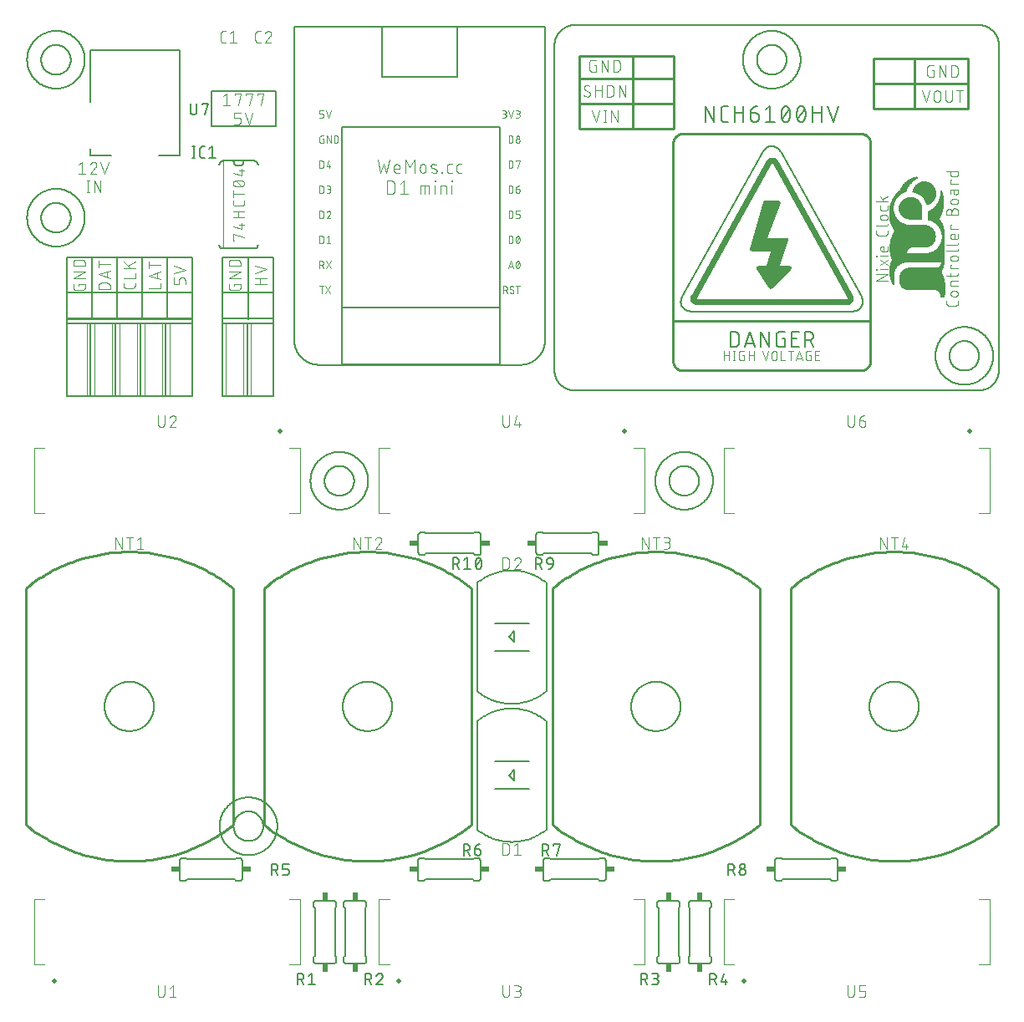
<source format=gbr>
G04 EAGLE Gerber RS-274X export*
G75*
%MOMM*%
%FSLAX34Y34*%
%LPD*%
%INSilkscreen Top*%
%IPPOS*%
%AMOC8*
5,1,8,0,0,1.08239X$1,22.5*%
G01*
%ADD10C,0.152400*%
%ADD11C,0.101600*%
%ADD12R,0.609600X0.863600*%
%ADD13C,0.127000*%
%ADD14R,0.863600X0.609600*%
%ADD15C,0.254000*%
%ADD16C,0.500000*%
%ADD17C,0.120000*%
%ADD18C,0.203200*%
%ADD19C,0.050800*%
%ADD20C,0.609600*%
%ADD21C,0.076200*%

G36*
X939234Y719472D02*
X939234Y719472D01*
X939268Y719469D01*
X939344Y719492D01*
X939421Y719505D01*
X939450Y719523D01*
X939483Y719533D01*
X939546Y719580D01*
X939614Y719620D01*
X939636Y719646D01*
X939663Y719667D01*
X939706Y719733D01*
X939755Y719794D01*
X939766Y719826D01*
X939785Y719855D01*
X939812Y719960D01*
X939827Y720006D01*
X939827Y720020D01*
X939831Y720037D01*
X940129Y723016D01*
X940726Y726596D01*
X940725Y726639D01*
X940734Y726700D01*
X940734Y730000D01*
X940726Y730048D01*
X940722Y730124D01*
X940129Y733091D01*
X939832Y736357D01*
X939821Y736397D01*
X939815Y736454D01*
X938915Y740054D01*
X938895Y740100D01*
X938867Y740184D01*
X937387Y743143D01*
X936591Y745532D01*
X937651Y747385D01*
X937663Y747420D01*
X937689Y747464D01*
X938889Y750464D01*
X938895Y750495D01*
X938931Y750637D01*
X939231Y753637D01*
X939229Y753664D01*
X939234Y753700D01*
X939234Y789400D01*
X939231Y789420D01*
X939233Y789439D01*
X939196Y789612D01*
X939195Y789621D01*
X939194Y789622D01*
X939194Y789623D01*
X938294Y792023D01*
X938279Y792048D01*
X938267Y792084D01*
X937067Y794484D01*
X937051Y794505D01*
X937038Y794536D01*
X935538Y796936D01*
X935513Y796963D01*
X935487Y797006D01*
X934263Y798475D01*
X935857Y801396D01*
X935871Y801439D01*
X935902Y801499D01*
X937402Y805999D01*
X937403Y806012D01*
X937410Y806026D01*
X938610Y810226D01*
X938614Y810262D01*
X938628Y810310D01*
X939228Y814510D01*
X939226Y814560D01*
X939233Y814645D01*
X938933Y818845D01*
X938927Y818867D01*
X938927Y818896D01*
X938327Y822796D01*
X938316Y822829D01*
X938310Y822874D01*
X937110Y827074D01*
X937099Y827096D01*
X937095Y827121D01*
X937050Y827197D01*
X937011Y827276D01*
X936993Y827293D01*
X936980Y827314D01*
X936912Y827369D01*
X936848Y827430D01*
X936825Y827440D01*
X936806Y827455D01*
X936723Y827484D01*
X936642Y827518D01*
X936617Y827519D01*
X936594Y827527D01*
X936506Y827525D01*
X936418Y827529D01*
X936394Y827521D01*
X936369Y827521D01*
X936288Y827488D01*
X936204Y827461D01*
X936184Y827446D01*
X936162Y827436D01*
X936097Y827377D01*
X936027Y827323D01*
X936014Y827302D01*
X935996Y827285D01*
X935956Y827207D01*
X935910Y827132D01*
X935905Y827107D01*
X935893Y827085D01*
X935872Y826945D01*
X935866Y826912D01*
X935867Y826906D01*
X935866Y826900D01*
X935866Y822178D01*
X934998Y818707D01*
X933839Y816098D01*
X932377Y813759D01*
X930605Y811397D01*
X928893Y809399D01*
X926304Y807961D01*
X923916Y806767D01*
X923891Y806748D01*
X923862Y806736D01*
X923802Y806682D01*
X923737Y806633D01*
X923719Y806606D01*
X923696Y806585D01*
X923659Y806513D01*
X923615Y806445D01*
X923608Y806414D01*
X923593Y806385D01*
X923576Y806271D01*
X923566Y806226D01*
X923568Y806214D01*
X923566Y806200D01*
X923566Y798100D01*
X923568Y798087D01*
X923566Y798073D01*
X923578Y798020D01*
X923579Y797982D01*
X923593Y797949D01*
X923605Y797879D01*
X923612Y797867D01*
X923615Y797854D01*
X923658Y797789D01*
X923664Y797774D01*
X923674Y797763D01*
X923720Y797686D01*
X923730Y797677D01*
X923737Y797666D01*
X923817Y797607D01*
X923894Y797545D01*
X923907Y797540D01*
X923917Y797532D01*
X924096Y797474D01*
X925860Y797180D01*
X927852Y796611D01*
X929837Y795477D01*
X931572Y794031D01*
X933600Y792003D01*
X935053Y789678D01*
X936508Y787059D01*
X937376Y783879D01*
X937956Y778946D01*
X936799Y774608D01*
X935072Y770578D01*
X932217Y768009D01*
X929875Y766545D01*
X925803Y764218D01*
X922968Y763934D01*
X901734Y763934D01*
X901734Y766689D01*
X902501Y767711D01*
X903596Y769080D01*
X905430Y769866D01*
X906800Y769866D01*
X906806Y769867D01*
X906813Y769866D01*
X921213Y770166D01*
X921223Y770168D01*
X921233Y770167D01*
X921417Y770204D01*
X924717Y771404D01*
X924722Y771407D01*
X924881Y771493D01*
X927281Y773293D01*
X927299Y773313D01*
X927407Y773419D01*
X929207Y775819D01*
X929227Y775859D01*
X929289Y775964D01*
X930489Y778964D01*
X930494Y778991D01*
X930507Y779015D01*
X930526Y779146D01*
X930534Y779184D01*
X930533Y779191D01*
X930534Y779200D01*
X930534Y782800D01*
X930528Y782833D01*
X930510Y782974D01*
X929910Y785074D01*
X929891Y785113D01*
X929881Y785154D01*
X929833Y785230D01*
X929811Y785276D01*
X929796Y785290D01*
X929782Y785313D01*
X928006Y787384D01*
X926228Y790052D01*
X926179Y790103D01*
X926137Y790160D01*
X926097Y790188D01*
X926072Y790214D01*
X926034Y790232D01*
X925984Y790267D01*
X923584Y791467D01*
X923571Y791471D01*
X923559Y791479D01*
X923379Y791529D01*
X920979Y791829D01*
X920949Y791828D01*
X920911Y791834D01*
X904163Y792133D01*
X900988Y792710D01*
X898358Y793880D01*
X898354Y793881D01*
X898350Y793883D01*
X896303Y794760D01*
X894588Y795903D01*
X891982Y798220D01*
X890256Y800809D01*
X888798Y804016D01*
X887934Y807185D01*
X887934Y812381D01*
X889972Y817620D01*
X891704Y820507D01*
X895447Y824250D01*
X900411Y826002D01*
X900463Y826032D01*
X900520Y826052D01*
X900560Y826087D01*
X900606Y826113D01*
X900645Y826159D01*
X900690Y826198D01*
X900723Y826252D01*
X900750Y826285D01*
X900762Y826318D01*
X900786Y826359D01*
X902852Y831375D01*
X905187Y834293D01*
X907216Y836612D01*
X909536Y838062D01*
X909538Y838064D01*
X909541Y838065D01*
X912841Y840165D01*
X913006Y840317D01*
X913107Y840517D01*
X913133Y840738D01*
X913133Y840740D01*
X913080Y840958D01*
X912954Y841143D01*
X912771Y841274D01*
X912554Y841332D01*
X912367Y841320D01*
X908167Y840420D01*
X908127Y840404D01*
X908064Y840389D01*
X905064Y839189D01*
X905038Y839172D01*
X904911Y839101D01*
X902211Y837001D01*
X902198Y836987D01*
X902179Y836974D01*
X899479Y834574D01*
X899452Y834540D01*
X899405Y834496D01*
X897005Y831496D01*
X896983Y831457D01*
X896943Y831404D01*
X895187Y828184D01*
X892852Y825848D01*
X892832Y825821D01*
X892799Y825789D01*
X888599Y820389D01*
X888576Y820345D01*
X888522Y820260D01*
X885822Y814260D01*
X885811Y814216D01*
X885785Y814154D01*
X884285Y808154D01*
X884281Y808105D01*
X884266Y808000D01*
X884266Y803500D01*
X884270Y803479D01*
X884268Y803451D01*
X884568Y799551D01*
X884576Y799520D01*
X884578Y799476D01*
X885478Y794976D01*
X885496Y794931D01*
X885515Y794856D01*
X887015Y791256D01*
X887025Y791240D01*
X887033Y791216D01*
X888533Y788216D01*
X888553Y788189D01*
X888572Y788148D01*
X889560Y786667D01*
X887943Y783704D01*
X887936Y783682D01*
X887920Y783658D01*
X886720Y780958D01*
X886713Y780926D01*
X886694Y780887D01*
X885494Y776987D01*
X885490Y776954D01*
X885476Y776913D01*
X884876Y773613D01*
X884876Y773589D01*
X884868Y773557D01*
X884568Y770257D01*
X884572Y770212D01*
X884568Y770143D01*
X884868Y766843D01*
X885168Y763247D01*
X885180Y763203D01*
X885188Y763133D01*
X886088Y759833D01*
X886095Y759819D01*
X886098Y759799D01*
X886931Y757300D01*
X885198Y752101D01*
X885192Y752054D01*
X885171Y751984D01*
X884571Y747484D01*
X884573Y747448D01*
X884566Y747400D01*
X884566Y743200D01*
X884573Y743158D01*
X884574Y743096D01*
X885174Y739496D01*
X885184Y739469D01*
X885188Y739433D01*
X886088Y736133D01*
X886107Y736094D01*
X886124Y736034D01*
X887924Y732134D01*
X887975Y732062D01*
X888020Y731986D01*
X888039Y731971D01*
X888053Y731950D01*
X888125Y731900D01*
X888194Y731845D01*
X888217Y731837D01*
X888237Y731823D01*
X888323Y731801D01*
X888406Y731773D01*
X888431Y731773D01*
X888455Y731767D01*
X888542Y731777D01*
X888631Y731779D01*
X888653Y731789D01*
X888678Y731791D01*
X888757Y731831D01*
X888838Y731864D01*
X888857Y731880D01*
X888879Y731891D01*
X888939Y731956D01*
X889004Y732015D01*
X889015Y732037D01*
X889032Y732055D01*
X889066Y732136D01*
X889107Y732215D01*
X889111Y732242D01*
X889119Y732262D01*
X889121Y732312D01*
X889134Y732400D01*
X889134Y743172D01*
X889305Y745121D01*
X889804Y746984D01*
X890619Y748732D01*
X891725Y750312D01*
X893089Y751675D01*
X894668Y752781D01*
X896416Y753596D01*
X898279Y754095D01*
X900228Y754266D01*
X936700Y754266D01*
X936648Y753737D01*
X936309Y752618D01*
X935758Y751587D01*
X935016Y750684D01*
X934113Y749942D01*
X933082Y749391D01*
X931963Y749052D01*
X930769Y748934D01*
X903200Y748934D01*
X903173Y748929D01*
X903138Y748931D01*
X901616Y748781D01*
X901570Y748768D01*
X901494Y748757D01*
X900031Y748313D01*
X899988Y748291D01*
X899916Y748266D01*
X898568Y747545D01*
X898530Y747515D01*
X898464Y747476D01*
X897282Y746506D01*
X897251Y746469D01*
X897194Y746418D01*
X896224Y745236D01*
X896201Y745194D01*
X896176Y745161D01*
X896161Y745142D01*
X896160Y745139D01*
X896155Y745132D01*
X895434Y743784D01*
X895420Y743738D01*
X895387Y743669D01*
X894943Y742206D01*
X894937Y742158D01*
X894919Y742084D01*
X894769Y740562D01*
X894771Y740535D01*
X894766Y740500D01*
X894766Y735100D01*
X894771Y735073D01*
X894769Y735038D01*
X894913Y733575D01*
X894926Y733528D01*
X894937Y733453D01*
X895364Y732046D01*
X895386Y732003D01*
X895412Y731931D01*
X896105Y730634D01*
X896135Y730596D01*
X896174Y730531D01*
X897106Y729394D01*
X897143Y729363D01*
X897194Y729306D01*
X898331Y728374D01*
X898373Y728350D01*
X898434Y728305D01*
X899731Y727612D01*
X899777Y727597D01*
X899846Y727564D01*
X901253Y727137D01*
X901301Y727132D01*
X901375Y727113D01*
X902838Y726969D01*
X902865Y726971D01*
X902900Y726966D01*
X930169Y726966D01*
X931363Y726848D01*
X932482Y726509D01*
X933513Y725958D01*
X934416Y725216D01*
X935158Y724313D01*
X935709Y723282D01*
X936048Y722163D01*
X936166Y720969D01*
X936166Y720100D01*
X936177Y720035D01*
X936179Y719969D01*
X936197Y719926D01*
X936205Y719879D01*
X936239Y719822D01*
X936264Y719762D01*
X936295Y719727D01*
X936320Y719686D01*
X936371Y719645D01*
X936415Y719596D01*
X936457Y719574D01*
X936494Y719545D01*
X936556Y719524D01*
X936615Y719493D01*
X936669Y719485D01*
X936706Y719473D01*
X936746Y719474D01*
X936800Y719466D01*
X939200Y719466D01*
X939234Y719472D01*
G37*
G36*
X764062Y727776D02*
X764062Y727776D01*
X764078Y727774D01*
X764262Y727798D01*
X764445Y727818D01*
X764461Y727823D01*
X764478Y727825D01*
X764653Y727884D01*
X764829Y727940D01*
X764844Y727948D01*
X764859Y727953D01*
X765020Y728046D01*
X765181Y728135D01*
X765194Y728146D01*
X765208Y728154D01*
X765461Y728369D01*
X784511Y747419D01*
X784517Y747426D01*
X784524Y747431D01*
X784644Y747581D01*
X784766Y747730D01*
X784771Y747738D01*
X784776Y747745D01*
X784865Y747916D01*
X784955Y748086D01*
X784958Y748094D01*
X784962Y748102D01*
X785015Y748288D01*
X785070Y748472D01*
X785071Y748481D01*
X785073Y748489D01*
X785089Y748681D01*
X785106Y748873D01*
X785105Y748882D01*
X785106Y748891D01*
X785084Y749080D01*
X785063Y749273D01*
X785060Y749282D01*
X785059Y749290D01*
X785000Y749472D01*
X784941Y749657D01*
X784937Y749665D01*
X784934Y749673D01*
X784839Y749842D01*
X784746Y750009D01*
X784741Y750016D01*
X784736Y750024D01*
X784610Y750170D01*
X784486Y750316D01*
X784479Y750322D01*
X784473Y750329D01*
X784322Y750446D01*
X784170Y750566D01*
X784162Y750570D01*
X784155Y750575D01*
X783983Y750661D01*
X783811Y750748D01*
X783803Y750751D01*
X783795Y750755D01*
X783608Y750805D01*
X783423Y750856D01*
X783414Y750857D01*
X783406Y750859D01*
X783075Y750886D01*
X773193Y750886D01*
X781827Y776788D01*
X781859Y776927D01*
X781898Y777064D01*
X781903Y777123D01*
X781916Y777180D01*
X781919Y777323D01*
X781931Y777466D01*
X781924Y777524D01*
X781926Y777583D01*
X781901Y777724D01*
X781884Y777865D01*
X781866Y777921D01*
X781856Y777979D01*
X781804Y778112D01*
X781759Y778248D01*
X781730Y778300D01*
X781709Y778354D01*
X781632Y778474D01*
X781561Y778599D01*
X781523Y778643D01*
X781491Y778693D01*
X781391Y778796D01*
X781298Y778904D01*
X781252Y778940D01*
X781211Y778982D01*
X781093Y779063D01*
X780980Y779150D01*
X780927Y779176D01*
X780879Y779210D01*
X780747Y779266D01*
X780620Y779330D01*
X780563Y779345D01*
X780509Y779368D01*
X780369Y779397D01*
X780231Y779434D01*
X780164Y779440D01*
X780114Y779450D01*
X780032Y779450D01*
X779900Y779461D01*
X760608Y779461D01*
X773726Y814365D01*
X773773Y814541D01*
X773823Y814714D01*
X773825Y814735D01*
X773830Y814754D01*
X773841Y814935D01*
X773856Y815116D01*
X773854Y815136D01*
X773855Y815156D01*
X773830Y815336D01*
X773809Y815515D01*
X773803Y815535D01*
X773800Y815555D01*
X773740Y815726D01*
X773684Y815898D01*
X773674Y815916D01*
X773667Y815935D01*
X773575Y816091D01*
X773486Y816249D01*
X773473Y816264D01*
X773462Y816282D01*
X773342Y816416D01*
X773223Y816554D01*
X773207Y816566D01*
X773193Y816581D01*
X773048Y816690D01*
X772905Y816800D01*
X772887Y816809D01*
X772870Y816822D01*
X772706Y816899D01*
X772545Y816980D01*
X772525Y816985D01*
X772506Y816994D01*
X772331Y817037D01*
X772156Y817084D01*
X772133Y817086D01*
X772115Y817090D01*
X772038Y817094D01*
X771825Y817111D01*
X758175Y817111D01*
X758032Y817097D01*
X757888Y817091D01*
X757832Y817077D01*
X757774Y817071D01*
X757637Y817029D01*
X757497Y816995D01*
X757445Y816970D01*
X757389Y816953D01*
X757263Y816885D01*
X757133Y816823D01*
X757086Y816789D01*
X757035Y816761D01*
X756925Y816670D01*
X756809Y816584D01*
X756771Y816541D01*
X756726Y816504D01*
X756636Y816392D01*
X756540Y816285D01*
X756510Y816235D01*
X756474Y816190D01*
X756408Y816062D01*
X756334Y815939D01*
X756311Y815877D01*
X756288Y815833D01*
X756265Y815753D01*
X756219Y815627D01*
X743019Y768452D01*
X743003Y768360D01*
X742977Y768271D01*
X742968Y768163D01*
X742949Y768056D01*
X742952Y767962D01*
X742944Y767869D01*
X742957Y767762D01*
X742959Y767653D01*
X742980Y767562D01*
X742991Y767470D01*
X743025Y767366D01*
X743049Y767261D01*
X743087Y767176D01*
X743116Y767087D01*
X743169Y766992D01*
X743214Y766893D01*
X743268Y766817D01*
X743314Y766736D01*
X743385Y766654D01*
X743448Y766566D01*
X743516Y766502D01*
X743577Y766432D01*
X743663Y766365D01*
X743742Y766291D01*
X743821Y766242D01*
X743895Y766185D01*
X743992Y766136D01*
X744084Y766079D01*
X744172Y766047D01*
X744256Y766005D01*
X744360Y765977D01*
X744462Y765940D01*
X744554Y765925D01*
X744644Y765901D01*
X744778Y765890D01*
X744860Y765877D01*
X744909Y765879D01*
X744975Y765874D01*
X764382Y765874D01*
X759386Y750886D01*
X751325Y750886D01*
X751315Y750885D01*
X751305Y750886D01*
X751114Y750865D01*
X750924Y750846D01*
X750915Y750843D01*
X750905Y750842D01*
X750723Y750785D01*
X750539Y750728D01*
X750531Y750723D01*
X750521Y750720D01*
X750354Y750628D01*
X750185Y750536D01*
X750178Y750530D01*
X750169Y750525D01*
X750023Y750401D01*
X749876Y750279D01*
X749870Y750271D01*
X749862Y750264D01*
X749743Y750113D01*
X749624Y749965D01*
X749619Y749956D01*
X749613Y749948D01*
X749526Y749776D01*
X749438Y749608D01*
X749436Y749598D01*
X749431Y749589D01*
X749380Y749404D01*
X749327Y749221D01*
X749326Y749211D01*
X749323Y749201D01*
X749310Y749011D01*
X749294Y748819D01*
X749295Y748810D01*
X749295Y748799D01*
X749319Y748609D01*
X749341Y748420D01*
X749344Y748410D01*
X749345Y748400D01*
X749407Y748218D01*
X749466Y748037D01*
X749471Y748028D01*
X749474Y748018D01*
X749635Y747728D01*
X762335Y728678D01*
X762346Y728665D01*
X762354Y728651D01*
X762473Y728510D01*
X762590Y728367D01*
X762603Y728357D01*
X762614Y728344D01*
X762760Y728229D01*
X762902Y728112D01*
X762917Y728105D01*
X762930Y728094D01*
X763095Y728010D01*
X763258Y727924D01*
X763274Y727919D01*
X763289Y727912D01*
X763468Y727862D01*
X763644Y727810D01*
X763661Y727808D01*
X763677Y727804D01*
X763861Y727790D01*
X764045Y727774D01*
X764062Y727776D01*
G37*
G36*
X916765Y798377D02*
X916765Y798377D01*
X916831Y798379D01*
X916874Y798397D01*
X916921Y798405D01*
X916978Y798439D01*
X917038Y798464D01*
X917073Y798495D01*
X917114Y798520D01*
X917156Y798571D01*
X917204Y798615D01*
X917226Y798657D01*
X917255Y798694D01*
X917276Y798756D01*
X917307Y798815D01*
X917315Y798869D01*
X917327Y798906D01*
X917326Y798946D01*
X917334Y799000D01*
X917334Y809800D01*
X917330Y809824D01*
X917332Y809855D01*
X917177Y811627D01*
X917165Y811670D01*
X917158Y811735D01*
X916698Y813453D01*
X916678Y813493D01*
X916660Y813557D01*
X915908Y815168D01*
X915891Y815192D01*
X915890Y815195D01*
X915887Y815198D01*
X915883Y815205D01*
X915853Y815264D01*
X914833Y816720D01*
X914802Y816752D01*
X914762Y816805D01*
X913505Y818062D01*
X913468Y818088D01*
X913420Y818133D01*
X911964Y819153D01*
X911923Y819172D01*
X911868Y819208D01*
X910257Y819960D01*
X910214Y819971D01*
X910153Y819998D01*
X908435Y820458D01*
X908391Y820461D01*
X908327Y820477D01*
X906555Y820632D01*
X906531Y820630D01*
X906500Y820634D01*
X904700Y820634D01*
X904676Y820630D01*
X904645Y820632D01*
X902821Y820472D01*
X902778Y820461D01*
X902713Y820453D01*
X900945Y819979D01*
X900904Y819960D01*
X900841Y819942D01*
X899182Y819168D01*
X899145Y819142D01*
X899086Y819113D01*
X897587Y818063D01*
X897556Y818031D01*
X897502Y817992D01*
X896208Y816698D01*
X896183Y816661D01*
X896137Y816613D01*
X895087Y815114D01*
X895068Y815073D01*
X895032Y815018D01*
X894258Y813359D01*
X894247Y813316D01*
X894221Y813255D01*
X893747Y811487D01*
X893743Y811443D01*
X893728Y811379D01*
X893568Y809555D01*
X893572Y809511D01*
X893568Y809445D01*
X893728Y807621D01*
X893739Y807578D01*
X893747Y807513D01*
X894221Y805745D01*
X894240Y805704D01*
X894258Y805641D01*
X895032Y803982D01*
X895058Y803945D01*
X895087Y803886D01*
X896137Y802387D01*
X896169Y802356D01*
X896208Y802302D01*
X897502Y801008D01*
X897539Y800983D01*
X897587Y800937D01*
X899086Y799887D01*
X899127Y799868D01*
X899182Y799832D01*
X900841Y799058D01*
X900883Y799047D01*
X900921Y799028D01*
X900932Y799026D01*
X900945Y799021D01*
X902713Y798547D01*
X902757Y798543D01*
X902821Y798528D01*
X904645Y798368D01*
X904669Y798370D01*
X904700Y798366D01*
X916700Y798366D01*
X916765Y798377D01*
G37*
G36*
X922484Y813081D02*
X922484Y813081D01*
X922584Y813093D01*
X922595Y813099D01*
X922607Y813100D01*
X922773Y813187D01*
X926073Y815587D01*
X926102Y815617D01*
X926148Y815652D01*
X929448Y818952D01*
X929487Y819006D01*
X929532Y819055D01*
X929548Y819090D01*
X929558Y819102D01*
X929562Y819115D01*
X929577Y819136D01*
X929587Y819175D01*
X929610Y819226D01*
X930810Y823426D01*
X930811Y823441D01*
X930818Y823455D01*
X930833Y823642D01*
X930533Y828142D01*
X930516Y828211D01*
X930508Y828282D01*
X930487Y828326D01*
X930479Y828360D01*
X930454Y828395D01*
X930428Y828452D01*
X928028Y832052D01*
X927994Y832087D01*
X927924Y832171D01*
X924924Y834871D01*
X924887Y834895D01*
X924856Y834925D01*
X924776Y834963D01*
X924734Y834990D01*
X924712Y834994D01*
X924687Y835006D01*
X923937Y835237D01*
X921876Y835871D01*
X920787Y836206D01*
X920762Y836209D01*
X920738Y836219D01*
X920599Y836229D01*
X920564Y836233D01*
X920558Y836232D01*
X920551Y836232D01*
X916651Y835932D01*
X916649Y835932D01*
X916647Y835932D01*
X916464Y835889D01*
X913464Y834689D01*
X913459Y834685D01*
X913304Y834595D01*
X910304Y832195D01*
X910291Y832181D01*
X910275Y832171D01*
X910156Y832026D01*
X908356Y829026D01*
X908355Y829023D01*
X908285Y828854D01*
X907685Y826454D01*
X907683Y826423D01*
X907673Y826394D01*
X907675Y826312D01*
X907670Y826230D01*
X907678Y826200D01*
X907679Y826169D01*
X907710Y826094D01*
X907733Y826015D01*
X907752Y825990D01*
X907764Y825962D01*
X907819Y825901D01*
X907868Y825835D01*
X907894Y825819D01*
X907915Y825796D01*
X907988Y825758D01*
X908057Y825714D01*
X908087Y825708D01*
X908115Y825693D01*
X908231Y825676D01*
X908276Y825666D01*
X908287Y825668D01*
X908300Y825666D01*
X909772Y825666D01*
X911878Y825482D01*
X913892Y824942D01*
X915782Y824061D01*
X917490Y822864D01*
X918964Y821390D01*
X920161Y819682D01*
X921042Y817792D01*
X921582Y815778D01*
X921768Y813645D01*
X921771Y813633D01*
X921771Y813621D01*
X921801Y813525D01*
X921827Y813428D01*
X921834Y813418D01*
X921838Y813407D01*
X921899Y813327D01*
X921957Y813246D01*
X921967Y813239D01*
X921975Y813229D01*
X922060Y813176D01*
X922143Y813120D01*
X922155Y813117D01*
X922165Y813111D01*
X922263Y813091D01*
X922361Y813067D01*
X922373Y813068D01*
X922385Y813066D01*
X922484Y813081D01*
G37*
D10*
X697508Y896872D02*
X697508Y913128D01*
X706539Y896872D01*
X706539Y913128D01*
X717233Y896872D02*
X720846Y896872D01*
X717233Y896872D02*
X717115Y896874D01*
X716997Y896880D01*
X716879Y896889D01*
X716762Y896903D01*
X716645Y896920D01*
X716528Y896941D01*
X716413Y896966D01*
X716298Y896995D01*
X716184Y897028D01*
X716072Y897064D01*
X715961Y897104D01*
X715851Y897147D01*
X715742Y897194D01*
X715635Y897244D01*
X715530Y897299D01*
X715427Y897356D01*
X715326Y897417D01*
X715226Y897481D01*
X715129Y897548D01*
X715034Y897618D01*
X714942Y897692D01*
X714851Y897768D01*
X714764Y897848D01*
X714679Y897930D01*
X714597Y898015D01*
X714517Y898102D01*
X714441Y898193D01*
X714367Y898285D01*
X714297Y898380D01*
X714230Y898477D01*
X714166Y898577D01*
X714105Y898678D01*
X714048Y898781D01*
X713993Y898886D01*
X713943Y898993D01*
X713896Y899102D01*
X713853Y899212D01*
X713813Y899323D01*
X713777Y899435D01*
X713744Y899549D01*
X713715Y899664D01*
X713690Y899779D01*
X713669Y899896D01*
X713652Y900013D01*
X713638Y900130D01*
X713629Y900248D01*
X713623Y900366D01*
X713621Y900484D01*
X713621Y909516D01*
X713623Y909634D01*
X713629Y909752D01*
X713638Y909870D01*
X713652Y909987D01*
X713669Y910104D01*
X713690Y910221D01*
X713715Y910336D01*
X713744Y910451D01*
X713777Y910565D01*
X713813Y910677D01*
X713853Y910788D01*
X713896Y910898D01*
X713943Y911007D01*
X713993Y911114D01*
X714047Y911219D01*
X714105Y911322D01*
X714166Y911423D01*
X714230Y911523D01*
X714297Y911620D01*
X714367Y911715D01*
X714441Y911807D01*
X714517Y911898D01*
X714597Y911985D01*
X714679Y912070D01*
X714764Y912152D01*
X714851Y912232D01*
X714942Y912308D01*
X715034Y912382D01*
X715129Y912452D01*
X715226Y912519D01*
X715326Y912583D01*
X715427Y912644D01*
X715530Y912701D01*
X715635Y912755D01*
X715742Y912806D01*
X715851Y912853D01*
X715961Y912896D01*
X716072Y912936D01*
X716184Y912972D01*
X716298Y913005D01*
X716413Y913034D01*
X716528Y913059D01*
X716645Y913080D01*
X716762Y913097D01*
X716879Y913111D01*
X716997Y913120D01*
X717115Y913126D01*
X717233Y913128D01*
X720846Y913128D01*
X727207Y913128D02*
X727207Y896872D01*
X727207Y905903D02*
X736238Y905903D01*
X736238Y913128D02*
X736238Y896872D01*
X743360Y905903D02*
X748778Y905903D01*
X748896Y905901D01*
X749014Y905895D01*
X749132Y905886D01*
X749249Y905872D01*
X749366Y905855D01*
X749483Y905834D01*
X749598Y905809D01*
X749713Y905780D01*
X749827Y905747D01*
X749939Y905711D01*
X750050Y905671D01*
X750160Y905628D01*
X750269Y905581D01*
X750376Y905531D01*
X750481Y905476D01*
X750584Y905419D01*
X750685Y905358D01*
X750785Y905294D01*
X750882Y905227D01*
X750977Y905157D01*
X751069Y905083D01*
X751160Y905007D01*
X751247Y904927D01*
X751332Y904845D01*
X751414Y904760D01*
X751494Y904673D01*
X751570Y904582D01*
X751644Y904490D01*
X751714Y904395D01*
X751781Y904298D01*
X751845Y904198D01*
X751906Y904097D01*
X751963Y903994D01*
X752018Y903889D01*
X752068Y903782D01*
X752115Y903673D01*
X752158Y903563D01*
X752198Y903452D01*
X752234Y903340D01*
X752267Y903226D01*
X752296Y903111D01*
X752321Y902996D01*
X752342Y902879D01*
X752359Y902762D01*
X752373Y902645D01*
X752382Y902527D01*
X752388Y902409D01*
X752390Y902291D01*
X752391Y902291D02*
X752391Y901388D01*
X752389Y901255D01*
X752383Y901123D01*
X752373Y900991D01*
X752360Y900859D01*
X752342Y900727D01*
X752321Y900597D01*
X752296Y900466D01*
X752267Y900337D01*
X752234Y900209D01*
X752198Y900081D01*
X752158Y899955D01*
X752114Y899830D01*
X752066Y899706D01*
X752015Y899584D01*
X751960Y899463D01*
X751902Y899344D01*
X751840Y899226D01*
X751775Y899111D01*
X751706Y898997D01*
X751635Y898886D01*
X751559Y898777D01*
X751481Y898670D01*
X751400Y898565D01*
X751315Y898463D01*
X751228Y898363D01*
X751138Y898266D01*
X751045Y898171D01*
X750949Y898080D01*
X750851Y897991D01*
X750750Y897905D01*
X750646Y897822D01*
X750540Y897742D01*
X750432Y897666D01*
X750322Y897592D01*
X750209Y897522D01*
X750095Y897455D01*
X749978Y897392D01*
X749860Y897332D01*
X749740Y897275D01*
X749618Y897222D01*
X749495Y897173D01*
X749371Y897127D01*
X749245Y897085D01*
X749118Y897047D01*
X748990Y897012D01*
X748861Y896981D01*
X748732Y896954D01*
X748601Y896931D01*
X748470Y896911D01*
X748338Y896896D01*
X748206Y896884D01*
X748074Y896876D01*
X747941Y896872D01*
X747809Y896872D01*
X747676Y896876D01*
X747544Y896884D01*
X747412Y896896D01*
X747280Y896911D01*
X747149Y896931D01*
X747018Y896954D01*
X746889Y896981D01*
X746760Y897012D01*
X746632Y897047D01*
X746505Y897085D01*
X746379Y897127D01*
X746255Y897173D01*
X746132Y897222D01*
X746010Y897275D01*
X745890Y897332D01*
X745772Y897392D01*
X745655Y897455D01*
X745541Y897522D01*
X745428Y897592D01*
X745318Y897666D01*
X745210Y897742D01*
X745104Y897822D01*
X745000Y897905D01*
X744899Y897991D01*
X744801Y898080D01*
X744705Y898171D01*
X744612Y898266D01*
X744522Y898363D01*
X744435Y898463D01*
X744350Y898565D01*
X744269Y898670D01*
X744191Y898777D01*
X744115Y898886D01*
X744044Y898997D01*
X743975Y899111D01*
X743910Y899226D01*
X743848Y899344D01*
X743790Y899463D01*
X743735Y899584D01*
X743684Y899706D01*
X743636Y899830D01*
X743592Y899955D01*
X743552Y900081D01*
X743516Y900209D01*
X743483Y900337D01*
X743454Y900466D01*
X743429Y900597D01*
X743408Y900727D01*
X743390Y900859D01*
X743377Y900991D01*
X743367Y901123D01*
X743361Y901255D01*
X743359Y901388D01*
X743360Y901388D02*
X743360Y905903D01*
X743362Y906080D01*
X743369Y906258D01*
X743380Y906435D01*
X743395Y906611D01*
X743414Y906787D01*
X743438Y906963D01*
X743466Y907138D01*
X743499Y907313D01*
X743536Y907486D01*
X743577Y907659D01*
X743622Y907830D01*
X743671Y908000D01*
X743725Y908169D01*
X743782Y908337D01*
X743844Y908503D01*
X743910Y908668D01*
X743980Y908831D01*
X744054Y908992D01*
X744131Y909151D01*
X744213Y909309D01*
X744299Y909464D01*
X744388Y909617D01*
X744481Y909768D01*
X744578Y909917D01*
X744678Y910063D01*
X744782Y910207D01*
X744889Y910348D01*
X745000Y910486D01*
X745114Y910622D01*
X745232Y910755D01*
X745352Y910885D01*
X745476Y911012D01*
X745603Y911136D01*
X745733Y911256D01*
X745866Y911374D01*
X746001Y911488D01*
X746140Y911599D01*
X746281Y911706D01*
X746425Y911810D01*
X746571Y911910D01*
X746720Y912007D01*
X746871Y912100D01*
X747024Y912189D01*
X747179Y912275D01*
X747337Y912357D01*
X747496Y912434D01*
X747657Y912508D01*
X747820Y912578D01*
X747985Y912644D01*
X748151Y912706D01*
X748319Y912763D01*
X748488Y912817D01*
X748658Y912866D01*
X748829Y912911D01*
X749002Y912952D01*
X749175Y912989D01*
X749350Y913022D01*
X749525Y913050D01*
X749701Y913074D01*
X749877Y913093D01*
X750053Y913108D01*
X750230Y913119D01*
X750408Y913126D01*
X750585Y913128D01*
X758991Y909516D02*
X763506Y913128D01*
X763506Y896872D01*
X758991Y896872D02*
X768022Y896872D01*
X774622Y905000D02*
X774626Y905320D01*
X774637Y905639D01*
X774656Y905959D01*
X774683Y906277D01*
X774717Y906595D01*
X774759Y906912D01*
X774809Y907228D01*
X774866Y907543D01*
X774930Y907856D01*
X775002Y908168D01*
X775081Y908478D01*
X775168Y908785D01*
X775262Y909091D01*
X775363Y909394D01*
X775472Y909695D01*
X775587Y909993D01*
X775710Y910289D01*
X775840Y910581D01*
X775977Y910870D01*
X775977Y910871D02*
X776016Y910979D01*
X776059Y911086D01*
X776105Y911191D01*
X776156Y911295D01*
X776209Y911397D01*
X776266Y911497D01*
X776327Y911595D01*
X776391Y911690D01*
X776458Y911784D01*
X776529Y911875D01*
X776602Y911964D01*
X776679Y912050D01*
X776758Y912133D01*
X776840Y912214D01*
X776925Y912292D01*
X777013Y912366D01*
X777103Y912438D01*
X777195Y912506D01*
X777290Y912572D01*
X777387Y912634D01*
X777486Y912692D01*
X777588Y912748D01*
X777690Y912799D01*
X777795Y912847D01*
X777901Y912892D01*
X778009Y912933D01*
X778118Y912970D01*
X778228Y913003D01*
X778340Y913032D01*
X778452Y913058D01*
X778565Y913080D01*
X778679Y913097D01*
X778793Y913111D01*
X778908Y913121D01*
X779023Y913127D01*
X779138Y913129D01*
X779138Y913128D02*
X779253Y913126D01*
X779368Y913120D01*
X779483Y913110D01*
X779597Y913096D01*
X779711Y913079D01*
X779824Y913057D01*
X779936Y913031D01*
X780048Y913002D01*
X780158Y912969D01*
X780267Y912932D01*
X780375Y912891D01*
X780481Y912846D01*
X780586Y912798D01*
X780688Y912747D01*
X780789Y912691D01*
X780889Y912633D01*
X780986Y912571D01*
X781080Y912506D01*
X781173Y912437D01*
X781263Y912365D01*
X781351Y912291D01*
X781436Y912213D01*
X781518Y912132D01*
X781597Y912049D01*
X781674Y911963D01*
X781747Y911874D01*
X781818Y911783D01*
X781885Y911689D01*
X781949Y911594D01*
X782010Y911496D01*
X782067Y911396D01*
X782120Y911294D01*
X782171Y911190D01*
X782217Y911085D01*
X782260Y910978D01*
X782299Y910870D01*
X782298Y910870D02*
X782435Y910581D01*
X782565Y910289D01*
X782688Y909993D01*
X782803Y909695D01*
X782912Y909394D01*
X783013Y909091D01*
X783107Y908785D01*
X783194Y908478D01*
X783273Y908168D01*
X783345Y907856D01*
X783409Y907543D01*
X783466Y907228D01*
X783516Y906912D01*
X783558Y906595D01*
X783592Y906277D01*
X783619Y905959D01*
X783638Y905639D01*
X783649Y905320D01*
X783653Y905000D01*
X774622Y905000D02*
X774626Y904680D01*
X774637Y904361D01*
X774656Y904041D01*
X774683Y903723D01*
X774717Y903405D01*
X774759Y903088D01*
X774809Y902772D01*
X774866Y902457D01*
X774930Y902144D01*
X775002Y901832D01*
X775081Y901522D01*
X775168Y901215D01*
X775262Y900909D01*
X775363Y900606D01*
X775472Y900305D01*
X775587Y900007D01*
X775710Y899711D01*
X775840Y899419D01*
X775977Y899130D01*
X776016Y899022D01*
X776059Y898915D01*
X776105Y898810D01*
X776156Y898706D01*
X776209Y898604D01*
X776266Y898504D01*
X776327Y898406D01*
X776391Y898311D01*
X776458Y898217D01*
X776529Y898126D01*
X776602Y898037D01*
X776679Y897951D01*
X776758Y897868D01*
X776840Y897787D01*
X776925Y897709D01*
X777013Y897635D01*
X777103Y897563D01*
X777196Y897494D01*
X777290Y897429D01*
X777387Y897367D01*
X777487Y897309D01*
X777588Y897253D01*
X777690Y897202D01*
X777795Y897154D01*
X777901Y897109D01*
X778009Y897068D01*
X778118Y897031D01*
X778228Y896998D01*
X778340Y896969D01*
X778452Y896943D01*
X778565Y896921D01*
X778679Y896904D01*
X778793Y896890D01*
X778908Y896880D01*
X779023Y896874D01*
X779138Y896872D01*
X782298Y899130D02*
X782435Y899419D01*
X782565Y899711D01*
X782688Y900007D01*
X782803Y900305D01*
X782912Y900606D01*
X783013Y900909D01*
X783107Y901215D01*
X783194Y901522D01*
X783273Y901832D01*
X783345Y902144D01*
X783409Y902457D01*
X783466Y902772D01*
X783516Y903088D01*
X783558Y903405D01*
X783592Y903723D01*
X783619Y904041D01*
X783638Y904361D01*
X783649Y904680D01*
X783653Y905000D01*
X782299Y899130D02*
X782260Y899022D01*
X782217Y898915D01*
X782171Y898810D01*
X782120Y898706D01*
X782067Y898604D01*
X782010Y898504D01*
X781949Y898406D01*
X781885Y898311D01*
X781818Y898217D01*
X781747Y898126D01*
X781674Y898037D01*
X781597Y897951D01*
X781518Y897868D01*
X781436Y897787D01*
X781351Y897709D01*
X781263Y897635D01*
X781173Y897563D01*
X781080Y897494D01*
X780986Y897429D01*
X780889Y897367D01*
X780789Y897309D01*
X780688Y897253D01*
X780585Y897202D01*
X780481Y897154D01*
X780375Y897109D01*
X780267Y897068D01*
X780158Y897031D01*
X780048Y896998D01*
X779936Y896969D01*
X779824Y896943D01*
X779711Y896921D01*
X779597Y896904D01*
X779483Y896890D01*
X779368Y896880D01*
X779253Y896874D01*
X779138Y896872D01*
X775525Y900484D02*
X782750Y909516D01*
X790253Y905000D02*
X790257Y905320D01*
X790268Y905639D01*
X790287Y905959D01*
X790314Y906277D01*
X790348Y906595D01*
X790390Y906912D01*
X790440Y907228D01*
X790497Y907543D01*
X790561Y907856D01*
X790633Y908168D01*
X790712Y908478D01*
X790799Y908785D01*
X790893Y909091D01*
X790994Y909394D01*
X791103Y909695D01*
X791218Y909993D01*
X791341Y910289D01*
X791471Y910581D01*
X791608Y910870D01*
X791608Y910871D02*
X791647Y910979D01*
X791690Y911086D01*
X791736Y911191D01*
X791787Y911295D01*
X791840Y911397D01*
X791897Y911497D01*
X791958Y911595D01*
X792022Y911690D01*
X792089Y911784D01*
X792160Y911875D01*
X792233Y911964D01*
X792310Y912050D01*
X792389Y912133D01*
X792471Y912214D01*
X792556Y912292D01*
X792644Y912366D01*
X792734Y912438D01*
X792826Y912506D01*
X792921Y912572D01*
X793018Y912634D01*
X793117Y912692D01*
X793219Y912748D01*
X793321Y912799D01*
X793426Y912847D01*
X793532Y912892D01*
X793640Y912933D01*
X793749Y912970D01*
X793859Y913003D01*
X793971Y913032D01*
X794083Y913058D01*
X794196Y913080D01*
X794310Y913097D01*
X794424Y913111D01*
X794539Y913121D01*
X794654Y913127D01*
X794769Y913129D01*
X794769Y913128D02*
X794884Y913126D01*
X794999Y913120D01*
X795114Y913110D01*
X795228Y913096D01*
X795342Y913079D01*
X795455Y913057D01*
X795567Y913031D01*
X795679Y913002D01*
X795789Y912969D01*
X795898Y912932D01*
X796006Y912891D01*
X796112Y912846D01*
X796217Y912798D01*
X796319Y912747D01*
X796420Y912691D01*
X796520Y912633D01*
X796617Y912571D01*
X796711Y912506D01*
X796804Y912437D01*
X796894Y912365D01*
X796982Y912291D01*
X797067Y912213D01*
X797149Y912132D01*
X797228Y912049D01*
X797305Y911963D01*
X797378Y911874D01*
X797449Y911783D01*
X797516Y911689D01*
X797580Y911594D01*
X797641Y911496D01*
X797698Y911396D01*
X797751Y911294D01*
X797802Y911190D01*
X797848Y911085D01*
X797891Y910978D01*
X797930Y910870D01*
X797929Y910870D02*
X798066Y910581D01*
X798196Y910289D01*
X798319Y909993D01*
X798434Y909695D01*
X798543Y909394D01*
X798644Y909091D01*
X798738Y908785D01*
X798825Y908478D01*
X798904Y908168D01*
X798976Y907856D01*
X799040Y907543D01*
X799097Y907228D01*
X799147Y906912D01*
X799189Y906595D01*
X799223Y906277D01*
X799250Y905959D01*
X799269Y905639D01*
X799280Y905320D01*
X799284Y905000D01*
X790254Y905000D02*
X790258Y904680D01*
X790269Y904361D01*
X790288Y904041D01*
X790315Y903723D01*
X790349Y903405D01*
X790391Y903088D01*
X790441Y902772D01*
X790498Y902457D01*
X790562Y902144D01*
X790634Y901832D01*
X790713Y901522D01*
X790800Y901215D01*
X790894Y900909D01*
X790995Y900606D01*
X791104Y900305D01*
X791219Y900007D01*
X791342Y899711D01*
X791472Y899419D01*
X791609Y899130D01*
X791608Y899130D02*
X791647Y899022D01*
X791690Y898915D01*
X791736Y898810D01*
X791787Y898706D01*
X791840Y898604D01*
X791897Y898504D01*
X791958Y898406D01*
X792022Y898311D01*
X792089Y898217D01*
X792160Y898126D01*
X792233Y898037D01*
X792310Y897951D01*
X792389Y897868D01*
X792471Y897787D01*
X792556Y897709D01*
X792644Y897635D01*
X792734Y897563D01*
X792827Y897494D01*
X792921Y897429D01*
X793018Y897367D01*
X793118Y897309D01*
X793219Y897253D01*
X793321Y897202D01*
X793426Y897154D01*
X793532Y897109D01*
X793640Y897068D01*
X793749Y897031D01*
X793859Y896998D01*
X793971Y896969D01*
X794083Y896943D01*
X794196Y896921D01*
X794310Y896904D01*
X794424Y896890D01*
X794539Y896880D01*
X794654Y896874D01*
X794769Y896872D01*
X797929Y899130D02*
X798066Y899419D01*
X798196Y899711D01*
X798319Y900007D01*
X798434Y900305D01*
X798543Y900606D01*
X798644Y900909D01*
X798738Y901215D01*
X798825Y901522D01*
X798904Y901832D01*
X798976Y902144D01*
X799040Y902457D01*
X799097Y902772D01*
X799147Y903088D01*
X799189Y903405D01*
X799223Y903723D01*
X799250Y904041D01*
X799269Y904361D01*
X799280Y904680D01*
X799284Y905000D01*
X797930Y899130D02*
X797891Y899022D01*
X797848Y898915D01*
X797802Y898810D01*
X797751Y898706D01*
X797698Y898604D01*
X797641Y898504D01*
X797580Y898406D01*
X797516Y898311D01*
X797449Y898217D01*
X797378Y898126D01*
X797305Y898037D01*
X797228Y897951D01*
X797149Y897868D01*
X797067Y897787D01*
X796982Y897709D01*
X796894Y897635D01*
X796804Y897563D01*
X796711Y897494D01*
X796617Y897429D01*
X796520Y897367D01*
X796420Y897309D01*
X796319Y897253D01*
X796216Y897202D01*
X796112Y897154D01*
X796006Y897109D01*
X795898Y897068D01*
X795789Y897031D01*
X795679Y896998D01*
X795567Y896969D01*
X795455Y896943D01*
X795342Y896921D01*
X795228Y896904D01*
X795114Y896890D01*
X794999Y896880D01*
X794884Y896874D01*
X794769Y896872D01*
X791156Y900484D02*
X798381Y909516D01*
X806406Y913128D02*
X806406Y896872D01*
X806406Y905903D02*
X815437Y905903D01*
X815437Y913128D02*
X815437Y896872D01*
X827073Y896872D02*
X821655Y913128D01*
X832492Y913128D02*
X827073Y896872D01*
X177800Y697470D02*
X50800Y697470D01*
X177800Y697470D02*
X177800Y759700D01*
X50800Y759700D01*
X50800Y697470D01*
D11*
X62851Y731026D02*
X62851Y732974D01*
X69342Y732974D01*
X69342Y729079D01*
X69340Y728980D01*
X69334Y728880D01*
X69325Y728781D01*
X69312Y728683D01*
X69295Y728585D01*
X69274Y728487D01*
X69249Y728391D01*
X69221Y728296D01*
X69189Y728202D01*
X69154Y728109D01*
X69115Y728017D01*
X69072Y727927D01*
X69027Y727839D01*
X68977Y727752D01*
X68925Y727668D01*
X68869Y727585D01*
X68811Y727505D01*
X68749Y727427D01*
X68684Y727352D01*
X68616Y727279D01*
X68546Y727209D01*
X68473Y727141D01*
X68398Y727076D01*
X68320Y727014D01*
X68240Y726956D01*
X68157Y726900D01*
X68073Y726848D01*
X67986Y726798D01*
X67898Y726753D01*
X67808Y726710D01*
X67716Y726671D01*
X67623Y726636D01*
X67529Y726604D01*
X67434Y726576D01*
X67338Y726551D01*
X67240Y726530D01*
X67142Y726513D01*
X67044Y726500D01*
X66945Y726491D01*
X66845Y726485D01*
X66746Y726483D01*
X60254Y726483D01*
X60254Y726482D02*
X60155Y726484D01*
X60055Y726490D01*
X59956Y726499D01*
X59858Y726512D01*
X59760Y726530D01*
X59662Y726550D01*
X59566Y726575D01*
X59470Y726603D01*
X59376Y726635D01*
X59283Y726670D01*
X59192Y726709D01*
X59102Y726752D01*
X59013Y726797D01*
X58927Y726847D01*
X58842Y726899D01*
X58760Y726955D01*
X58680Y727014D01*
X58602Y727075D01*
X58526Y727140D01*
X58453Y727208D01*
X58383Y727278D01*
X58315Y727351D01*
X58250Y727427D01*
X58189Y727505D01*
X58130Y727585D01*
X58074Y727667D01*
X58022Y727752D01*
X57973Y727838D01*
X57927Y727927D01*
X57884Y728017D01*
X57845Y728108D01*
X57810Y728201D01*
X57778Y728295D01*
X57750Y728391D01*
X57725Y728487D01*
X57705Y728585D01*
X57687Y728683D01*
X57674Y728781D01*
X57665Y728880D01*
X57659Y728979D01*
X57657Y729079D01*
X57658Y729079D02*
X57658Y732974D01*
X57658Y738674D02*
X69342Y738674D01*
X69342Y745166D02*
X57658Y738674D01*
X57658Y745166D02*
X69342Y745166D01*
X69342Y750866D02*
X57658Y750866D01*
X57658Y754112D01*
X57660Y754225D01*
X57666Y754338D01*
X57676Y754451D01*
X57690Y754564D01*
X57707Y754676D01*
X57729Y754787D01*
X57754Y754897D01*
X57784Y755007D01*
X57817Y755115D01*
X57854Y755222D01*
X57894Y755328D01*
X57939Y755432D01*
X57987Y755535D01*
X58038Y755636D01*
X58093Y755735D01*
X58151Y755832D01*
X58213Y755927D01*
X58278Y756020D01*
X58346Y756110D01*
X58417Y756198D01*
X58492Y756284D01*
X58569Y756367D01*
X58649Y756447D01*
X58732Y756524D01*
X58818Y756599D01*
X58906Y756670D01*
X58996Y756738D01*
X59089Y756803D01*
X59184Y756865D01*
X59281Y756923D01*
X59380Y756978D01*
X59481Y757029D01*
X59584Y757077D01*
X59688Y757122D01*
X59794Y757162D01*
X59901Y757199D01*
X60009Y757232D01*
X60119Y757262D01*
X60229Y757287D01*
X60340Y757309D01*
X60452Y757326D01*
X60565Y757340D01*
X60678Y757350D01*
X60791Y757356D01*
X60904Y757358D01*
X66096Y757358D01*
X66209Y757356D01*
X66322Y757350D01*
X66435Y757340D01*
X66548Y757326D01*
X66660Y757309D01*
X66771Y757287D01*
X66881Y757262D01*
X66991Y757232D01*
X67099Y757199D01*
X67206Y757162D01*
X67312Y757122D01*
X67416Y757077D01*
X67519Y757029D01*
X67620Y756978D01*
X67719Y756923D01*
X67816Y756865D01*
X67911Y756803D01*
X68004Y756738D01*
X68094Y756670D01*
X68182Y756599D01*
X68268Y756524D01*
X68351Y756447D01*
X68431Y756367D01*
X68508Y756284D01*
X68583Y756198D01*
X68654Y756110D01*
X68722Y756020D01*
X68787Y755927D01*
X68849Y755832D01*
X68907Y755735D01*
X68962Y755636D01*
X69013Y755535D01*
X69061Y755432D01*
X69106Y755328D01*
X69146Y755222D01*
X69183Y755115D01*
X69216Y755007D01*
X69246Y754897D01*
X69271Y754787D01*
X69293Y754676D01*
X69310Y754564D01*
X69324Y754451D01*
X69334Y754338D01*
X69340Y754225D01*
X69342Y754112D01*
X69342Y750866D01*
X83058Y727435D02*
X94742Y727435D01*
X83058Y727435D02*
X83058Y730681D01*
X83060Y730794D01*
X83066Y730907D01*
X83076Y731020D01*
X83090Y731133D01*
X83107Y731245D01*
X83129Y731356D01*
X83154Y731466D01*
X83184Y731576D01*
X83217Y731684D01*
X83254Y731791D01*
X83294Y731897D01*
X83339Y732001D01*
X83387Y732104D01*
X83438Y732205D01*
X83493Y732304D01*
X83551Y732401D01*
X83613Y732496D01*
X83678Y732589D01*
X83746Y732679D01*
X83817Y732767D01*
X83892Y732853D01*
X83969Y732936D01*
X84049Y733016D01*
X84132Y733093D01*
X84218Y733168D01*
X84306Y733239D01*
X84396Y733307D01*
X84489Y733372D01*
X84584Y733434D01*
X84681Y733492D01*
X84780Y733547D01*
X84881Y733598D01*
X84984Y733646D01*
X85088Y733691D01*
X85194Y733731D01*
X85301Y733768D01*
X85409Y733801D01*
X85519Y733831D01*
X85629Y733856D01*
X85740Y733878D01*
X85852Y733895D01*
X85965Y733909D01*
X86078Y733919D01*
X86191Y733925D01*
X86304Y733927D01*
X86304Y733926D02*
X91496Y733926D01*
X91496Y733927D02*
X91609Y733925D01*
X91722Y733919D01*
X91835Y733909D01*
X91948Y733895D01*
X92060Y733878D01*
X92171Y733856D01*
X92281Y733831D01*
X92391Y733801D01*
X92499Y733768D01*
X92606Y733731D01*
X92712Y733691D01*
X92816Y733646D01*
X92919Y733598D01*
X93020Y733547D01*
X93119Y733492D01*
X93216Y733434D01*
X93311Y733372D01*
X93404Y733307D01*
X93494Y733239D01*
X93582Y733168D01*
X93668Y733093D01*
X93751Y733016D01*
X93831Y732936D01*
X93908Y732853D01*
X93983Y732767D01*
X94054Y732679D01*
X94122Y732589D01*
X94187Y732496D01*
X94249Y732401D01*
X94307Y732304D01*
X94362Y732205D01*
X94413Y732104D01*
X94461Y732001D01*
X94506Y731897D01*
X94546Y731791D01*
X94583Y731684D01*
X94616Y731576D01*
X94646Y731466D01*
X94671Y731356D01*
X94693Y731245D01*
X94710Y731133D01*
X94724Y731020D01*
X94734Y730907D01*
X94740Y730794D01*
X94742Y730681D01*
X94742Y727435D01*
X94742Y738597D02*
X83058Y742492D01*
X94742Y746386D01*
X91821Y745413D02*
X91821Y739571D01*
X94742Y753159D02*
X83058Y753159D01*
X83058Y749914D02*
X83058Y756405D01*
X120142Y733860D02*
X120142Y731264D01*
X120140Y731165D01*
X120134Y731065D01*
X120125Y730966D01*
X120112Y730868D01*
X120095Y730770D01*
X120074Y730672D01*
X120049Y730576D01*
X120021Y730481D01*
X119989Y730387D01*
X119954Y730294D01*
X119915Y730202D01*
X119872Y730112D01*
X119827Y730024D01*
X119777Y729937D01*
X119725Y729853D01*
X119669Y729770D01*
X119611Y729690D01*
X119549Y729612D01*
X119484Y729537D01*
X119416Y729464D01*
X119346Y729394D01*
X119273Y729326D01*
X119198Y729261D01*
X119120Y729199D01*
X119040Y729141D01*
X118957Y729085D01*
X118873Y729033D01*
X118786Y728983D01*
X118698Y728938D01*
X118608Y728895D01*
X118516Y728856D01*
X118423Y728821D01*
X118329Y728789D01*
X118234Y728761D01*
X118138Y728736D01*
X118040Y728715D01*
X117942Y728698D01*
X117844Y728685D01*
X117745Y728676D01*
X117645Y728670D01*
X117546Y728668D01*
X117546Y728667D02*
X111054Y728667D01*
X110955Y728669D01*
X110855Y728675D01*
X110756Y728684D01*
X110658Y728697D01*
X110560Y728715D01*
X110462Y728735D01*
X110366Y728760D01*
X110270Y728788D01*
X110176Y728820D01*
X110083Y728855D01*
X109992Y728894D01*
X109902Y728937D01*
X109813Y728982D01*
X109727Y729032D01*
X109642Y729084D01*
X109560Y729140D01*
X109480Y729199D01*
X109402Y729260D01*
X109326Y729325D01*
X109253Y729393D01*
X109183Y729463D01*
X109115Y729536D01*
X109050Y729612D01*
X108989Y729690D01*
X108930Y729770D01*
X108874Y729852D01*
X108822Y729937D01*
X108773Y730023D01*
X108727Y730112D01*
X108684Y730202D01*
X108645Y730293D01*
X108610Y730386D01*
X108578Y730480D01*
X108550Y730576D01*
X108525Y730672D01*
X108505Y730770D01*
X108487Y730868D01*
X108474Y730966D01*
X108465Y731065D01*
X108459Y731164D01*
X108457Y731264D01*
X108458Y731264D02*
X108458Y733860D01*
X108458Y738629D02*
X120142Y738629D01*
X120142Y743822D01*
X120142Y748682D02*
X108458Y748682D01*
X108458Y755173D02*
X115598Y748682D01*
X113002Y751278D02*
X120142Y755173D01*
X133858Y728589D02*
X145542Y728589D01*
X145542Y733782D01*
X145542Y737443D02*
X133858Y741337D01*
X145542Y745232D01*
X142621Y744258D02*
X142621Y738416D01*
X145542Y752005D02*
X133858Y752005D01*
X133858Y748760D02*
X133858Y755251D01*
X170942Y736530D02*
X170942Y732635D01*
X170942Y736530D02*
X170940Y736629D01*
X170934Y736729D01*
X170925Y736828D01*
X170912Y736926D01*
X170895Y737024D01*
X170874Y737122D01*
X170849Y737218D01*
X170821Y737313D01*
X170789Y737407D01*
X170754Y737500D01*
X170715Y737592D01*
X170672Y737682D01*
X170627Y737770D01*
X170577Y737857D01*
X170525Y737941D01*
X170469Y738024D01*
X170411Y738104D01*
X170349Y738182D01*
X170284Y738257D01*
X170216Y738330D01*
X170146Y738400D01*
X170073Y738468D01*
X169998Y738533D01*
X169920Y738595D01*
X169840Y738653D01*
X169757Y738709D01*
X169673Y738761D01*
X169586Y738811D01*
X169498Y738856D01*
X169408Y738899D01*
X169316Y738938D01*
X169223Y738973D01*
X169129Y739005D01*
X169034Y739033D01*
X168938Y739058D01*
X168840Y739079D01*
X168742Y739096D01*
X168644Y739109D01*
X168545Y739118D01*
X168445Y739124D01*
X168346Y739126D01*
X167047Y739126D01*
X166948Y739124D01*
X166848Y739118D01*
X166749Y739109D01*
X166651Y739096D01*
X166553Y739079D01*
X166455Y739058D01*
X166359Y739033D01*
X166264Y739005D01*
X166170Y738973D01*
X166077Y738938D01*
X165985Y738899D01*
X165895Y738856D01*
X165807Y738811D01*
X165720Y738761D01*
X165636Y738709D01*
X165553Y738653D01*
X165473Y738595D01*
X165395Y738533D01*
X165320Y738468D01*
X165247Y738400D01*
X165177Y738330D01*
X165109Y738257D01*
X165044Y738182D01*
X164982Y738104D01*
X164924Y738024D01*
X164868Y737941D01*
X164816Y737857D01*
X164766Y737770D01*
X164721Y737682D01*
X164678Y737592D01*
X164639Y737500D01*
X164604Y737407D01*
X164572Y737313D01*
X164544Y737218D01*
X164519Y737122D01*
X164498Y737024D01*
X164481Y736926D01*
X164468Y736828D01*
X164459Y736729D01*
X164453Y736629D01*
X164451Y736530D01*
X164451Y732635D01*
X159258Y732635D01*
X159258Y739126D01*
X159258Y743416D02*
X170942Y747310D01*
X159258Y751205D01*
X220331Y732974D02*
X220331Y731026D01*
X220331Y732974D02*
X226822Y732974D01*
X226822Y729079D01*
X226820Y728980D01*
X226814Y728880D01*
X226805Y728781D01*
X226792Y728683D01*
X226775Y728585D01*
X226754Y728487D01*
X226729Y728391D01*
X226701Y728296D01*
X226669Y728202D01*
X226634Y728109D01*
X226595Y728017D01*
X226552Y727927D01*
X226507Y727839D01*
X226457Y727752D01*
X226405Y727668D01*
X226349Y727585D01*
X226291Y727505D01*
X226229Y727427D01*
X226164Y727352D01*
X226096Y727279D01*
X226026Y727209D01*
X225953Y727141D01*
X225878Y727076D01*
X225800Y727014D01*
X225720Y726956D01*
X225637Y726900D01*
X225553Y726848D01*
X225466Y726798D01*
X225378Y726753D01*
X225288Y726710D01*
X225196Y726671D01*
X225103Y726636D01*
X225009Y726604D01*
X224914Y726576D01*
X224818Y726551D01*
X224720Y726530D01*
X224622Y726513D01*
X224524Y726500D01*
X224425Y726491D01*
X224325Y726485D01*
X224226Y726483D01*
X217734Y726483D01*
X217734Y726482D02*
X217635Y726484D01*
X217535Y726490D01*
X217436Y726499D01*
X217338Y726512D01*
X217240Y726530D01*
X217142Y726550D01*
X217046Y726575D01*
X216950Y726603D01*
X216856Y726635D01*
X216763Y726670D01*
X216672Y726709D01*
X216582Y726752D01*
X216493Y726797D01*
X216407Y726847D01*
X216322Y726899D01*
X216240Y726955D01*
X216160Y727014D01*
X216082Y727075D01*
X216006Y727140D01*
X215933Y727208D01*
X215863Y727278D01*
X215795Y727351D01*
X215730Y727427D01*
X215669Y727505D01*
X215610Y727585D01*
X215554Y727667D01*
X215502Y727752D01*
X215453Y727838D01*
X215407Y727927D01*
X215364Y728017D01*
X215325Y728108D01*
X215290Y728201D01*
X215258Y728295D01*
X215230Y728391D01*
X215205Y728487D01*
X215185Y728585D01*
X215167Y728683D01*
X215154Y728781D01*
X215145Y728880D01*
X215139Y728979D01*
X215137Y729079D01*
X215138Y729079D02*
X215138Y732974D01*
X215138Y738674D02*
X226822Y738674D01*
X226822Y745166D02*
X215138Y738674D01*
X215138Y745166D02*
X226822Y745166D01*
X226822Y750866D02*
X215138Y750866D01*
X215138Y754112D01*
X215140Y754225D01*
X215146Y754338D01*
X215156Y754451D01*
X215170Y754564D01*
X215187Y754676D01*
X215209Y754787D01*
X215234Y754897D01*
X215264Y755007D01*
X215297Y755115D01*
X215334Y755222D01*
X215374Y755328D01*
X215419Y755432D01*
X215467Y755535D01*
X215518Y755636D01*
X215573Y755735D01*
X215631Y755832D01*
X215693Y755927D01*
X215758Y756020D01*
X215826Y756110D01*
X215897Y756198D01*
X215972Y756284D01*
X216049Y756367D01*
X216129Y756447D01*
X216212Y756524D01*
X216298Y756599D01*
X216386Y756670D01*
X216476Y756738D01*
X216569Y756803D01*
X216664Y756865D01*
X216761Y756923D01*
X216860Y756978D01*
X216961Y757029D01*
X217064Y757077D01*
X217168Y757122D01*
X217274Y757162D01*
X217381Y757199D01*
X217489Y757232D01*
X217599Y757262D01*
X217709Y757287D01*
X217820Y757309D01*
X217932Y757326D01*
X218045Y757340D01*
X218158Y757350D01*
X218271Y757356D01*
X218384Y757358D01*
X223576Y757358D01*
X223689Y757356D01*
X223802Y757350D01*
X223915Y757340D01*
X224028Y757326D01*
X224140Y757309D01*
X224251Y757287D01*
X224361Y757262D01*
X224471Y757232D01*
X224579Y757199D01*
X224686Y757162D01*
X224792Y757122D01*
X224896Y757077D01*
X224999Y757029D01*
X225100Y756978D01*
X225199Y756923D01*
X225296Y756865D01*
X225391Y756803D01*
X225484Y756738D01*
X225574Y756670D01*
X225662Y756599D01*
X225748Y756524D01*
X225831Y756447D01*
X225911Y756367D01*
X225988Y756284D01*
X226063Y756198D01*
X226134Y756110D01*
X226202Y756020D01*
X226267Y755927D01*
X226329Y755832D01*
X226387Y755735D01*
X226442Y755636D01*
X226493Y755535D01*
X226541Y755432D01*
X226586Y755328D01*
X226626Y755222D01*
X226663Y755115D01*
X226696Y755007D01*
X226726Y754897D01*
X226751Y754787D01*
X226773Y754676D01*
X226790Y754564D01*
X226804Y754451D01*
X226814Y754338D01*
X226820Y754225D01*
X226822Y754112D01*
X226822Y750866D01*
X241808Y732444D02*
X253492Y732444D01*
X247001Y732444D02*
X247001Y738936D01*
X241808Y738936D02*
X253492Y738936D01*
X253492Y747501D02*
X241808Y743606D01*
X241808Y751396D02*
X253492Y747501D01*
D10*
X101600Y759700D02*
X101600Y697470D01*
X127000Y697470D02*
X127000Y759700D01*
X152400Y759700D02*
X152400Y697470D01*
X76200Y697470D02*
X76200Y759700D01*
X208280Y759700D02*
X208280Y697470D01*
X234950Y697470D02*
X234950Y759700D01*
X260350Y759700D02*
X260350Y697470D01*
X234950Y759700D02*
X208280Y759700D01*
X234950Y759700D02*
X260350Y759700D01*
X177800Y724140D02*
X50800Y724140D01*
X208280Y724140D02*
X260350Y724140D01*
D11*
X66345Y856267D02*
X63100Y853671D01*
X66345Y856267D02*
X66345Y844583D01*
X63100Y844583D02*
X69591Y844583D01*
X81021Y853346D02*
X81019Y853453D01*
X81013Y853559D01*
X81003Y853665D01*
X80990Y853771D01*
X80972Y853877D01*
X80951Y853981D01*
X80926Y854085D01*
X80897Y854188D01*
X80865Y854289D01*
X80828Y854389D01*
X80788Y854488D01*
X80745Y854586D01*
X80698Y854682D01*
X80647Y854776D01*
X80593Y854868D01*
X80536Y854958D01*
X80476Y855046D01*
X80412Y855131D01*
X80345Y855214D01*
X80275Y855295D01*
X80203Y855373D01*
X80127Y855449D01*
X80049Y855521D01*
X79968Y855591D01*
X79885Y855658D01*
X79800Y855722D01*
X79712Y855782D01*
X79622Y855839D01*
X79530Y855893D01*
X79436Y855944D01*
X79340Y855991D01*
X79242Y856034D01*
X79143Y856074D01*
X79043Y856111D01*
X78942Y856143D01*
X78839Y856172D01*
X78735Y856197D01*
X78631Y856218D01*
X78525Y856236D01*
X78419Y856249D01*
X78313Y856259D01*
X78207Y856265D01*
X78100Y856267D01*
X77979Y856265D01*
X77858Y856259D01*
X77738Y856249D01*
X77617Y856236D01*
X77498Y856218D01*
X77378Y856197D01*
X77260Y856172D01*
X77143Y856143D01*
X77026Y856110D01*
X76911Y856074D01*
X76797Y856033D01*
X76684Y855990D01*
X76572Y855942D01*
X76463Y855891D01*
X76355Y855836D01*
X76248Y855778D01*
X76144Y855717D01*
X76042Y855652D01*
X75942Y855584D01*
X75844Y855513D01*
X75748Y855439D01*
X75655Y855362D01*
X75565Y855281D01*
X75477Y855198D01*
X75392Y855112D01*
X75309Y855023D01*
X75230Y854932D01*
X75153Y854838D01*
X75080Y854742D01*
X75010Y854644D01*
X74943Y854543D01*
X74879Y854440D01*
X74819Y854335D01*
X74762Y854228D01*
X74708Y854120D01*
X74658Y854010D01*
X74612Y853898D01*
X74569Y853785D01*
X74530Y853670D01*
X80048Y851074D02*
X80127Y851151D01*
X80203Y851232D01*
X80276Y851315D01*
X80346Y851400D01*
X80413Y851488D01*
X80477Y851578D01*
X80537Y851670D01*
X80594Y851765D01*
X80648Y851861D01*
X80699Y851959D01*
X80746Y852059D01*
X80790Y852161D01*
X80830Y852264D01*
X80866Y852368D01*
X80898Y852474D01*
X80927Y852580D01*
X80952Y852688D01*
X80974Y852796D01*
X80991Y852906D01*
X81005Y853015D01*
X81014Y853125D01*
X81020Y853236D01*
X81022Y853346D01*
X80047Y851074D02*
X74530Y844583D01*
X81021Y844583D01*
X89205Y844583D02*
X85311Y856267D01*
X93100Y856267D02*
X89205Y844583D01*
X72364Y837217D02*
X72364Y825533D01*
X71066Y825533D02*
X73662Y825533D01*
X73662Y837217D02*
X71066Y837217D01*
X78643Y837217D02*
X78643Y825533D01*
X85134Y825533D02*
X78643Y837217D01*
X85134Y837217D02*
X85134Y825533D01*
X870858Y735906D02*
X882542Y735906D01*
X882542Y742397D02*
X870858Y735906D01*
X870858Y742397D02*
X882542Y742397D01*
X882542Y747534D02*
X874753Y747534D01*
X871507Y747209D02*
X870858Y747209D01*
X870858Y747858D01*
X871507Y747858D01*
X871507Y747209D01*
X874753Y756988D02*
X882542Y751795D01*
X882542Y756988D02*
X874753Y751795D01*
X874753Y761250D02*
X882542Y761250D01*
X871507Y760925D02*
X870858Y760925D01*
X870858Y761574D01*
X871507Y761574D01*
X871507Y760925D01*
X882542Y767840D02*
X882542Y771085D01*
X882542Y767840D02*
X882540Y767753D01*
X882534Y767665D01*
X882524Y767579D01*
X882511Y767492D01*
X882493Y767407D01*
X882472Y767322D01*
X882447Y767238D01*
X882418Y767156D01*
X882385Y767075D01*
X882349Y766995D01*
X882310Y766917D01*
X882266Y766841D01*
X882220Y766767D01*
X882170Y766696D01*
X882117Y766626D01*
X882061Y766559D01*
X882002Y766495D01*
X881940Y766433D01*
X881876Y766374D01*
X881809Y766318D01*
X881739Y766265D01*
X881668Y766215D01*
X881594Y766169D01*
X881518Y766125D01*
X881440Y766086D01*
X881360Y766050D01*
X881279Y766017D01*
X881197Y765988D01*
X881113Y765963D01*
X881028Y765942D01*
X880943Y765924D01*
X880856Y765911D01*
X880770Y765901D01*
X880682Y765895D01*
X880595Y765893D01*
X880595Y765892D02*
X877349Y765892D01*
X877349Y765893D02*
X877248Y765895D01*
X877148Y765901D01*
X877048Y765911D01*
X876948Y765924D01*
X876849Y765942D01*
X876750Y765963D01*
X876653Y765988D01*
X876556Y766017D01*
X876461Y766050D01*
X876367Y766086D01*
X876275Y766126D01*
X876184Y766169D01*
X876095Y766216D01*
X876008Y766266D01*
X875922Y766320D01*
X875839Y766377D01*
X875759Y766437D01*
X875680Y766500D01*
X875604Y766567D01*
X875531Y766636D01*
X875461Y766708D01*
X875393Y766782D01*
X875328Y766859D01*
X875267Y766939D01*
X875208Y767021D01*
X875153Y767105D01*
X875101Y767191D01*
X875052Y767279D01*
X875007Y767369D01*
X874965Y767461D01*
X874927Y767554D01*
X874893Y767649D01*
X874862Y767744D01*
X874835Y767841D01*
X874812Y767939D01*
X874792Y768038D01*
X874777Y768138D01*
X874765Y768238D01*
X874757Y768338D01*
X874753Y768439D01*
X874753Y768539D01*
X874757Y768640D01*
X874765Y768740D01*
X874777Y768840D01*
X874792Y768940D01*
X874812Y769039D01*
X874835Y769137D01*
X874862Y769234D01*
X874893Y769329D01*
X874927Y769424D01*
X874965Y769517D01*
X875007Y769609D01*
X875052Y769699D01*
X875101Y769787D01*
X875153Y769873D01*
X875208Y769957D01*
X875267Y770039D01*
X875328Y770119D01*
X875393Y770196D01*
X875461Y770270D01*
X875531Y770342D01*
X875604Y770411D01*
X875680Y770478D01*
X875759Y770541D01*
X875839Y770601D01*
X875922Y770658D01*
X876008Y770712D01*
X876095Y770762D01*
X876184Y770809D01*
X876275Y770852D01*
X876367Y770892D01*
X876461Y770928D01*
X876556Y770961D01*
X876653Y770990D01*
X876750Y771015D01*
X876849Y771036D01*
X876948Y771054D01*
X877048Y771067D01*
X877148Y771077D01*
X877248Y771083D01*
X877349Y771085D01*
X878647Y771085D01*
X878647Y765892D01*
X882542Y784571D02*
X882542Y787167D01*
X882542Y784571D02*
X882540Y784472D01*
X882534Y784372D01*
X882525Y784273D01*
X882512Y784175D01*
X882495Y784077D01*
X882474Y783979D01*
X882449Y783883D01*
X882421Y783788D01*
X882389Y783694D01*
X882354Y783601D01*
X882315Y783509D01*
X882272Y783419D01*
X882227Y783331D01*
X882177Y783244D01*
X882125Y783160D01*
X882069Y783077D01*
X882011Y782997D01*
X881949Y782919D01*
X881884Y782844D01*
X881816Y782771D01*
X881746Y782701D01*
X881673Y782633D01*
X881598Y782568D01*
X881520Y782506D01*
X881440Y782448D01*
X881357Y782392D01*
X881273Y782340D01*
X881186Y782290D01*
X881098Y782245D01*
X881008Y782202D01*
X880916Y782163D01*
X880823Y782128D01*
X880729Y782096D01*
X880634Y782068D01*
X880538Y782043D01*
X880440Y782022D01*
X880342Y782005D01*
X880244Y781992D01*
X880145Y781983D01*
X880045Y781977D01*
X879946Y781975D01*
X879946Y781974D02*
X873454Y781974D01*
X873355Y781976D01*
X873255Y781982D01*
X873156Y781991D01*
X873058Y782004D01*
X872960Y782022D01*
X872862Y782042D01*
X872766Y782067D01*
X872670Y782095D01*
X872576Y782127D01*
X872483Y782162D01*
X872392Y782201D01*
X872302Y782244D01*
X872213Y782289D01*
X872127Y782339D01*
X872042Y782391D01*
X871960Y782447D01*
X871880Y782506D01*
X871802Y782567D01*
X871726Y782632D01*
X871653Y782700D01*
X871583Y782770D01*
X871515Y782843D01*
X871450Y782919D01*
X871389Y782997D01*
X871330Y783077D01*
X871274Y783159D01*
X871222Y783244D01*
X871173Y783330D01*
X871127Y783419D01*
X871084Y783509D01*
X871045Y783600D01*
X871010Y783693D01*
X870978Y783787D01*
X870950Y783883D01*
X870925Y783979D01*
X870905Y784077D01*
X870887Y784175D01*
X870874Y784273D01*
X870865Y784372D01*
X870859Y784471D01*
X870857Y784571D01*
X870858Y784571D02*
X870858Y787167D01*
X870858Y791569D02*
X880595Y791569D01*
X880682Y791571D01*
X880770Y791577D01*
X880856Y791587D01*
X880943Y791600D01*
X881028Y791618D01*
X881113Y791639D01*
X881197Y791664D01*
X881279Y791693D01*
X881360Y791726D01*
X881440Y791762D01*
X881518Y791801D01*
X881594Y791845D01*
X881668Y791891D01*
X881739Y791941D01*
X881809Y791994D01*
X881876Y792050D01*
X881940Y792109D01*
X882002Y792171D01*
X882061Y792235D01*
X882117Y792302D01*
X882170Y792372D01*
X882220Y792443D01*
X882266Y792517D01*
X882310Y792593D01*
X882349Y792671D01*
X882385Y792751D01*
X882418Y792832D01*
X882447Y792914D01*
X882472Y792998D01*
X882493Y793083D01*
X882511Y793168D01*
X882524Y793255D01*
X882534Y793341D01*
X882540Y793429D01*
X882542Y793516D01*
X879946Y797515D02*
X877349Y797515D01*
X877349Y797516D02*
X877248Y797518D01*
X877148Y797524D01*
X877048Y797534D01*
X876948Y797547D01*
X876849Y797565D01*
X876750Y797586D01*
X876653Y797611D01*
X876556Y797640D01*
X876461Y797673D01*
X876367Y797709D01*
X876275Y797749D01*
X876184Y797792D01*
X876095Y797839D01*
X876008Y797889D01*
X875922Y797943D01*
X875839Y798000D01*
X875759Y798060D01*
X875680Y798123D01*
X875604Y798190D01*
X875531Y798259D01*
X875461Y798331D01*
X875393Y798405D01*
X875328Y798482D01*
X875267Y798562D01*
X875208Y798644D01*
X875153Y798728D01*
X875101Y798814D01*
X875052Y798902D01*
X875007Y798992D01*
X874965Y799084D01*
X874927Y799177D01*
X874893Y799272D01*
X874862Y799367D01*
X874835Y799464D01*
X874812Y799562D01*
X874792Y799661D01*
X874777Y799761D01*
X874765Y799861D01*
X874757Y799961D01*
X874753Y800062D01*
X874753Y800162D01*
X874757Y800263D01*
X874765Y800363D01*
X874777Y800463D01*
X874792Y800563D01*
X874812Y800662D01*
X874835Y800760D01*
X874862Y800857D01*
X874893Y800952D01*
X874927Y801047D01*
X874965Y801140D01*
X875007Y801232D01*
X875052Y801322D01*
X875101Y801410D01*
X875153Y801496D01*
X875208Y801580D01*
X875267Y801662D01*
X875328Y801742D01*
X875393Y801819D01*
X875461Y801893D01*
X875531Y801965D01*
X875604Y802034D01*
X875680Y802101D01*
X875759Y802164D01*
X875839Y802224D01*
X875922Y802281D01*
X876008Y802335D01*
X876095Y802385D01*
X876184Y802432D01*
X876275Y802475D01*
X876367Y802515D01*
X876461Y802551D01*
X876556Y802584D01*
X876653Y802613D01*
X876750Y802638D01*
X876849Y802659D01*
X876948Y802677D01*
X877048Y802690D01*
X877148Y802700D01*
X877248Y802706D01*
X877349Y802708D01*
X879946Y802708D01*
X880047Y802706D01*
X880147Y802700D01*
X880247Y802690D01*
X880347Y802677D01*
X880446Y802659D01*
X880545Y802638D01*
X880642Y802613D01*
X880739Y802584D01*
X880834Y802551D01*
X880928Y802515D01*
X881020Y802475D01*
X881111Y802432D01*
X881200Y802385D01*
X881287Y802335D01*
X881373Y802281D01*
X881456Y802224D01*
X881536Y802164D01*
X881615Y802101D01*
X881691Y802034D01*
X881764Y801965D01*
X881834Y801893D01*
X881902Y801819D01*
X881967Y801742D01*
X882028Y801662D01*
X882087Y801580D01*
X882142Y801496D01*
X882194Y801410D01*
X882243Y801322D01*
X882288Y801232D01*
X882330Y801140D01*
X882368Y801047D01*
X882402Y800952D01*
X882433Y800857D01*
X882460Y800760D01*
X882483Y800662D01*
X882503Y800563D01*
X882518Y800463D01*
X882530Y800363D01*
X882538Y800263D01*
X882542Y800162D01*
X882542Y800062D01*
X882538Y799961D01*
X882530Y799861D01*
X882518Y799761D01*
X882503Y799661D01*
X882483Y799562D01*
X882460Y799464D01*
X882433Y799367D01*
X882402Y799272D01*
X882368Y799177D01*
X882330Y799084D01*
X882288Y798992D01*
X882243Y798902D01*
X882194Y798814D01*
X882142Y798728D01*
X882087Y798644D01*
X882028Y798562D01*
X881967Y798482D01*
X881902Y798405D01*
X881834Y798331D01*
X881764Y798259D01*
X881691Y798190D01*
X881615Y798123D01*
X881536Y798060D01*
X881456Y798000D01*
X881373Y797943D01*
X881287Y797889D01*
X881200Y797839D01*
X881111Y797792D01*
X881020Y797749D01*
X880928Y797709D01*
X880834Y797673D01*
X880739Y797640D01*
X880642Y797611D01*
X880545Y797586D01*
X880446Y797565D01*
X880347Y797547D01*
X880247Y797534D01*
X880147Y797524D01*
X880047Y797518D01*
X879946Y797516D01*
X882542Y809382D02*
X882542Y811978D01*
X882542Y809382D02*
X882540Y809295D01*
X882534Y809207D01*
X882524Y809121D01*
X882511Y809034D01*
X882493Y808949D01*
X882472Y808864D01*
X882447Y808780D01*
X882418Y808698D01*
X882385Y808617D01*
X882349Y808537D01*
X882310Y808459D01*
X882266Y808383D01*
X882220Y808309D01*
X882170Y808238D01*
X882117Y808168D01*
X882061Y808101D01*
X882002Y808037D01*
X881940Y807975D01*
X881876Y807916D01*
X881809Y807860D01*
X881739Y807807D01*
X881668Y807757D01*
X881594Y807711D01*
X881518Y807667D01*
X881440Y807628D01*
X881360Y807592D01*
X881279Y807559D01*
X881197Y807530D01*
X881113Y807505D01*
X881028Y807484D01*
X880943Y807466D01*
X880856Y807453D01*
X880770Y807443D01*
X880682Y807437D01*
X880595Y807435D01*
X876700Y807435D01*
X876613Y807437D01*
X876525Y807443D01*
X876439Y807453D01*
X876352Y807466D01*
X876267Y807484D01*
X876182Y807505D01*
X876098Y807530D01*
X876016Y807559D01*
X875935Y807592D01*
X875855Y807628D01*
X875777Y807667D01*
X875701Y807711D01*
X875627Y807757D01*
X875556Y807807D01*
X875486Y807860D01*
X875419Y807916D01*
X875355Y807975D01*
X875293Y808037D01*
X875234Y808101D01*
X875178Y808168D01*
X875125Y808238D01*
X875075Y808309D01*
X875029Y808383D01*
X874985Y808459D01*
X874946Y808537D01*
X874910Y808617D01*
X874877Y808698D01*
X874848Y808780D01*
X874823Y808864D01*
X874802Y808949D01*
X874784Y809034D01*
X874771Y809121D01*
X874761Y809207D01*
X874755Y809295D01*
X874753Y809382D01*
X874753Y811978D01*
X870858Y816701D02*
X882542Y816701D01*
X878647Y816701D02*
X874753Y821894D01*
X877025Y818973D02*
X882542Y821894D01*
X953742Y716034D02*
X953742Y713437D01*
X953740Y713338D01*
X953734Y713238D01*
X953725Y713139D01*
X953712Y713041D01*
X953695Y712943D01*
X953674Y712845D01*
X953649Y712749D01*
X953621Y712654D01*
X953589Y712560D01*
X953554Y712467D01*
X953515Y712375D01*
X953472Y712285D01*
X953427Y712197D01*
X953377Y712110D01*
X953325Y712026D01*
X953269Y711943D01*
X953211Y711863D01*
X953149Y711785D01*
X953084Y711710D01*
X953016Y711637D01*
X952946Y711567D01*
X952873Y711499D01*
X952798Y711434D01*
X952720Y711372D01*
X952640Y711314D01*
X952557Y711258D01*
X952473Y711206D01*
X952386Y711156D01*
X952298Y711111D01*
X952208Y711068D01*
X952116Y711029D01*
X952023Y710994D01*
X951929Y710962D01*
X951834Y710934D01*
X951738Y710909D01*
X951640Y710888D01*
X951542Y710871D01*
X951444Y710858D01*
X951345Y710849D01*
X951245Y710843D01*
X951146Y710841D01*
X944654Y710841D01*
X944654Y710840D02*
X944555Y710842D01*
X944455Y710848D01*
X944356Y710857D01*
X944258Y710870D01*
X944160Y710888D01*
X944062Y710908D01*
X943966Y710933D01*
X943870Y710961D01*
X943776Y710993D01*
X943683Y711028D01*
X943592Y711067D01*
X943502Y711110D01*
X943413Y711155D01*
X943327Y711205D01*
X943242Y711257D01*
X943160Y711313D01*
X943080Y711372D01*
X943002Y711433D01*
X942926Y711498D01*
X942853Y711566D01*
X942783Y711636D01*
X942715Y711709D01*
X942650Y711785D01*
X942589Y711863D01*
X942530Y711943D01*
X942474Y712025D01*
X942422Y712110D01*
X942373Y712196D01*
X942327Y712285D01*
X942284Y712375D01*
X942245Y712466D01*
X942210Y712559D01*
X942178Y712653D01*
X942150Y712749D01*
X942125Y712845D01*
X942105Y712943D01*
X942087Y713041D01*
X942074Y713139D01*
X942065Y713238D01*
X942059Y713337D01*
X942057Y713437D01*
X942058Y713437D02*
X942058Y716034D01*
X948549Y720286D02*
X951146Y720286D01*
X948549Y720287D02*
X948448Y720289D01*
X948348Y720295D01*
X948248Y720305D01*
X948148Y720318D01*
X948049Y720336D01*
X947950Y720357D01*
X947853Y720382D01*
X947756Y720411D01*
X947661Y720444D01*
X947567Y720480D01*
X947475Y720520D01*
X947384Y720563D01*
X947295Y720610D01*
X947208Y720660D01*
X947122Y720714D01*
X947039Y720771D01*
X946959Y720831D01*
X946880Y720894D01*
X946804Y720961D01*
X946731Y721030D01*
X946661Y721102D01*
X946593Y721176D01*
X946528Y721253D01*
X946467Y721333D01*
X946408Y721415D01*
X946353Y721499D01*
X946301Y721585D01*
X946252Y721673D01*
X946207Y721763D01*
X946165Y721855D01*
X946127Y721948D01*
X946093Y722043D01*
X946062Y722138D01*
X946035Y722235D01*
X946012Y722333D01*
X945992Y722432D01*
X945977Y722532D01*
X945965Y722632D01*
X945957Y722732D01*
X945953Y722833D01*
X945953Y722933D01*
X945957Y723034D01*
X945965Y723134D01*
X945977Y723234D01*
X945992Y723334D01*
X946012Y723433D01*
X946035Y723531D01*
X946062Y723628D01*
X946093Y723723D01*
X946127Y723818D01*
X946165Y723911D01*
X946207Y724003D01*
X946252Y724093D01*
X946301Y724181D01*
X946353Y724267D01*
X946408Y724351D01*
X946467Y724433D01*
X946528Y724513D01*
X946593Y724590D01*
X946661Y724664D01*
X946731Y724736D01*
X946804Y724805D01*
X946880Y724872D01*
X946959Y724935D01*
X947039Y724995D01*
X947122Y725052D01*
X947208Y725106D01*
X947295Y725156D01*
X947384Y725203D01*
X947475Y725246D01*
X947567Y725286D01*
X947661Y725322D01*
X947756Y725355D01*
X947853Y725384D01*
X947950Y725409D01*
X948049Y725430D01*
X948148Y725448D01*
X948248Y725461D01*
X948348Y725471D01*
X948448Y725477D01*
X948549Y725479D01*
X951146Y725479D01*
X951247Y725477D01*
X951347Y725471D01*
X951447Y725461D01*
X951547Y725448D01*
X951646Y725430D01*
X951745Y725409D01*
X951842Y725384D01*
X951939Y725355D01*
X952034Y725322D01*
X952128Y725286D01*
X952220Y725246D01*
X952311Y725203D01*
X952400Y725156D01*
X952487Y725106D01*
X952573Y725052D01*
X952656Y724995D01*
X952736Y724935D01*
X952815Y724872D01*
X952891Y724805D01*
X952964Y724736D01*
X953034Y724664D01*
X953102Y724590D01*
X953167Y724513D01*
X953228Y724433D01*
X953287Y724351D01*
X953342Y724267D01*
X953394Y724181D01*
X953443Y724093D01*
X953488Y724003D01*
X953530Y723911D01*
X953568Y723818D01*
X953602Y723723D01*
X953633Y723628D01*
X953660Y723531D01*
X953683Y723433D01*
X953703Y723334D01*
X953718Y723234D01*
X953730Y723134D01*
X953738Y723034D01*
X953742Y722933D01*
X953742Y722833D01*
X953738Y722732D01*
X953730Y722632D01*
X953718Y722532D01*
X953703Y722432D01*
X953683Y722333D01*
X953660Y722235D01*
X953633Y722138D01*
X953602Y722043D01*
X953568Y721948D01*
X953530Y721855D01*
X953488Y721763D01*
X953443Y721673D01*
X953394Y721585D01*
X953342Y721499D01*
X953287Y721415D01*
X953228Y721333D01*
X953167Y721253D01*
X953102Y721176D01*
X953034Y721102D01*
X952964Y721030D01*
X952891Y720961D01*
X952815Y720894D01*
X952736Y720831D01*
X952656Y720771D01*
X952573Y720714D01*
X952487Y720660D01*
X952400Y720610D01*
X952311Y720563D01*
X952220Y720520D01*
X952128Y720480D01*
X952034Y720444D01*
X951939Y720411D01*
X951842Y720382D01*
X951745Y720357D01*
X951646Y720336D01*
X951547Y720318D01*
X951447Y720305D01*
X951347Y720295D01*
X951247Y720289D01*
X951146Y720287D01*
X953742Y730573D02*
X945953Y730573D01*
X945953Y733819D01*
X945955Y733906D01*
X945961Y733994D01*
X945971Y734080D01*
X945984Y734167D01*
X946002Y734252D01*
X946023Y734337D01*
X946048Y734421D01*
X946077Y734503D01*
X946110Y734584D01*
X946146Y734664D01*
X946185Y734742D01*
X946229Y734818D01*
X946275Y734892D01*
X946325Y734963D01*
X946378Y735033D01*
X946434Y735100D01*
X946493Y735164D01*
X946554Y735226D01*
X946619Y735285D01*
X946686Y735341D01*
X946756Y735394D01*
X946827Y735444D01*
X946901Y735490D01*
X946977Y735534D01*
X947055Y735573D01*
X947135Y735609D01*
X947216Y735642D01*
X947298Y735671D01*
X947382Y735696D01*
X947467Y735717D01*
X947552Y735735D01*
X947639Y735748D01*
X947725Y735758D01*
X947813Y735764D01*
X947900Y735766D01*
X953742Y735766D01*
X945953Y739893D02*
X945953Y743788D01*
X942058Y741191D02*
X951795Y741191D01*
X951795Y741192D02*
X951882Y741194D01*
X951970Y741200D01*
X952056Y741210D01*
X952143Y741223D01*
X952228Y741241D01*
X952313Y741262D01*
X952397Y741287D01*
X952479Y741316D01*
X952560Y741349D01*
X952640Y741385D01*
X952718Y741424D01*
X952794Y741468D01*
X952868Y741514D01*
X952939Y741564D01*
X953009Y741617D01*
X953076Y741673D01*
X953140Y741732D01*
X953202Y741794D01*
X953261Y741858D01*
X953317Y741925D01*
X953370Y741995D01*
X953420Y742066D01*
X953466Y742140D01*
X953510Y742216D01*
X953549Y742294D01*
X953585Y742374D01*
X953618Y742455D01*
X953647Y742537D01*
X953672Y742621D01*
X953693Y742706D01*
X953711Y742791D01*
X953724Y742878D01*
X953734Y742964D01*
X953740Y743052D01*
X953742Y743139D01*
X953742Y743788D01*
X953742Y748547D02*
X945953Y748547D01*
X945953Y752441D01*
X947251Y752441D01*
X948549Y756100D02*
X951146Y756100D01*
X948549Y756101D02*
X948448Y756103D01*
X948348Y756109D01*
X948248Y756119D01*
X948148Y756132D01*
X948049Y756150D01*
X947950Y756171D01*
X947853Y756196D01*
X947756Y756225D01*
X947661Y756258D01*
X947567Y756294D01*
X947475Y756334D01*
X947384Y756377D01*
X947295Y756424D01*
X947208Y756474D01*
X947122Y756528D01*
X947039Y756585D01*
X946959Y756645D01*
X946880Y756708D01*
X946804Y756775D01*
X946731Y756844D01*
X946661Y756916D01*
X946593Y756990D01*
X946528Y757067D01*
X946467Y757147D01*
X946408Y757229D01*
X946353Y757313D01*
X946301Y757399D01*
X946252Y757487D01*
X946207Y757577D01*
X946165Y757669D01*
X946127Y757762D01*
X946093Y757857D01*
X946062Y757952D01*
X946035Y758049D01*
X946012Y758147D01*
X945992Y758246D01*
X945977Y758346D01*
X945965Y758446D01*
X945957Y758546D01*
X945953Y758647D01*
X945953Y758747D01*
X945957Y758848D01*
X945965Y758948D01*
X945977Y759048D01*
X945992Y759148D01*
X946012Y759247D01*
X946035Y759345D01*
X946062Y759442D01*
X946093Y759537D01*
X946127Y759632D01*
X946165Y759725D01*
X946207Y759817D01*
X946252Y759907D01*
X946301Y759995D01*
X946353Y760081D01*
X946408Y760165D01*
X946467Y760247D01*
X946528Y760327D01*
X946593Y760404D01*
X946661Y760478D01*
X946731Y760550D01*
X946804Y760619D01*
X946880Y760686D01*
X946959Y760749D01*
X947039Y760809D01*
X947122Y760866D01*
X947208Y760920D01*
X947295Y760970D01*
X947384Y761017D01*
X947475Y761060D01*
X947567Y761100D01*
X947661Y761136D01*
X947756Y761169D01*
X947853Y761198D01*
X947950Y761223D01*
X948049Y761244D01*
X948148Y761262D01*
X948248Y761275D01*
X948348Y761285D01*
X948448Y761291D01*
X948549Y761293D01*
X951146Y761293D01*
X951247Y761291D01*
X951347Y761285D01*
X951447Y761275D01*
X951547Y761262D01*
X951646Y761244D01*
X951745Y761223D01*
X951842Y761198D01*
X951939Y761169D01*
X952034Y761136D01*
X952128Y761100D01*
X952220Y761060D01*
X952311Y761017D01*
X952400Y760970D01*
X952487Y760920D01*
X952573Y760866D01*
X952656Y760809D01*
X952736Y760749D01*
X952815Y760686D01*
X952891Y760619D01*
X952964Y760550D01*
X953034Y760478D01*
X953102Y760404D01*
X953167Y760327D01*
X953228Y760247D01*
X953287Y760165D01*
X953342Y760081D01*
X953394Y759995D01*
X953443Y759907D01*
X953488Y759817D01*
X953530Y759725D01*
X953568Y759632D01*
X953602Y759537D01*
X953633Y759442D01*
X953660Y759345D01*
X953683Y759247D01*
X953703Y759148D01*
X953718Y759048D01*
X953730Y758948D01*
X953738Y758848D01*
X953742Y758747D01*
X953742Y758647D01*
X953738Y758546D01*
X953730Y758446D01*
X953718Y758346D01*
X953703Y758246D01*
X953683Y758147D01*
X953660Y758049D01*
X953633Y757952D01*
X953602Y757857D01*
X953568Y757762D01*
X953530Y757669D01*
X953488Y757577D01*
X953443Y757487D01*
X953394Y757399D01*
X953342Y757313D01*
X953287Y757229D01*
X953228Y757147D01*
X953167Y757067D01*
X953102Y756990D01*
X953034Y756916D01*
X952964Y756844D01*
X952891Y756775D01*
X952815Y756708D01*
X952736Y756645D01*
X952656Y756585D01*
X952573Y756528D01*
X952487Y756474D01*
X952400Y756424D01*
X952311Y756377D01*
X952220Y756334D01*
X952128Y756294D01*
X952034Y756258D01*
X951939Y756225D01*
X951842Y756196D01*
X951745Y756171D01*
X951646Y756150D01*
X951547Y756132D01*
X951447Y756119D01*
X951347Y756109D01*
X951247Y756103D01*
X951146Y756101D01*
X951795Y766156D02*
X942058Y766156D01*
X951795Y766156D02*
X951882Y766158D01*
X951970Y766164D01*
X952056Y766174D01*
X952143Y766187D01*
X952228Y766205D01*
X952313Y766226D01*
X952397Y766251D01*
X952479Y766280D01*
X952560Y766313D01*
X952640Y766349D01*
X952718Y766388D01*
X952794Y766432D01*
X952868Y766478D01*
X952939Y766528D01*
X953009Y766581D01*
X953076Y766637D01*
X953140Y766696D01*
X953202Y766758D01*
X953261Y766822D01*
X953317Y766889D01*
X953370Y766959D01*
X953420Y767030D01*
X953466Y767104D01*
X953510Y767180D01*
X953549Y767258D01*
X953585Y767338D01*
X953618Y767419D01*
X953647Y767501D01*
X953672Y767585D01*
X953693Y767670D01*
X953711Y767755D01*
X953724Y767842D01*
X953734Y767928D01*
X953740Y768016D01*
X953742Y768103D01*
X951795Y772252D02*
X942058Y772252D01*
X951795Y772252D02*
X951882Y772254D01*
X951970Y772260D01*
X952056Y772270D01*
X952143Y772283D01*
X952228Y772301D01*
X952313Y772322D01*
X952397Y772347D01*
X952479Y772376D01*
X952560Y772409D01*
X952640Y772445D01*
X952718Y772484D01*
X952794Y772528D01*
X952868Y772574D01*
X952939Y772624D01*
X953009Y772677D01*
X953076Y772733D01*
X953140Y772792D01*
X953202Y772854D01*
X953261Y772918D01*
X953317Y772985D01*
X953370Y773055D01*
X953420Y773126D01*
X953466Y773200D01*
X953510Y773276D01*
X953549Y773354D01*
X953585Y773434D01*
X953618Y773515D01*
X953647Y773597D01*
X953672Y773681D01*
X953693Y773766D01*
X953711Y773851D01*
X953724Y773938D01*
X953734Y774024D01*
X953740Y774112D01*
X953742Y774199D01*
X953742Y780145D02*
X953742Y783391D01*
X953742Y780145D02*
X953740Y780058D01*
X953734Y779970D01*
X953724Y779884D01*
X953711Y779797D01*
X953693Y779712D01*
X953672Y779627D01*
X953647Y779543D01*
X953618Y779461D01*
X953585Y779380D01*
X953549Y779300D01*
X953510Y779222D01*
X953466Y779146D01*
X953420Y779072D01*
X953370Y779001D01*
X953317Y778931D01*
X953261Y778864D01*
X953202Y778800D01*
X953140Y778738D01*
X953076Y778679D01*
X953009Y778623D01*
X952939Y778570D01*
X952868Y778520D01*
X952794Y778474D01*
X952718Y778430D01*
X952640Y778391D01*
X952560Y778355D01*
X952479Y778322D01*
X952397Y778293D01*
X952313Y778268D01*
X952228Y778247D01*
X952143Y778229D01*
X952056Y778216D01*
X951970Y778206D01*
X951882Y778200D01*
X951795Y778198D01*
X948549Y778198D01*
X948549Y778199D02*
X948448Y778201D01*
X948348Y778207D01*
X948248Y778217D01*
X948148Y778230D01*
X948049Y778248D01*
X947950Y778269D01*
X947853Y778294D01*
X947756Y778323D01*
X947661Y778356D01*
X947567Y778392D01*
X947475Y778432D01*
X947384Y778475D01*
X947295Y778522D01*
X947208Y778572D01*
X947122Y778626D01*
X947039Y778683D01*
X946959Y778743D01*
X946880Y778806D01*
X946804Y778873D01*
X946731Y778942D01*
X946661Y779014D01*
X946593Y779088D01*
X946528Y779165D01*
X946467Y779245D01*
X946408Y779327D01*
X946353Y779411D01*
X946301Y779497D01*
X946252Y779585D01*
X946207Y779675D01*
X946165Y779767D01*
X946127Y779860D01*
X946093Y779955D01*
X946062Y780050D01*
X946035Y780147D01*
X946012Y780245D01*
X945992Y780344D01*
X945977Y780444D01*
X945965Y780544D01*
X945957Y780644D01*
X945953Y780745D01*
X945953Y780845D01*
X945957Y780946D01*
X945965Y781046D01*
X945977Y781146D01*
X945992Y781246D01*
X946012Y781345D01*
X946035Y781443D01*
X946062Y781540D01*
X946093Y781635D01*
X946127Y781730D01*
X946165Y781823D01*
X946207Y781915D01*
X946252Y782005D01*
X946301Y782093D01*
X946353Y782179D01*
X946408Y782263D01*
X946467Y782345D01*
X946528Y782425D01*
X946593Y782502D01*
X946661Y782576D01*
X946731Y782648D01*
X946804Y782717D01*
X946880Y782784D01*
X946959Y782847D01*
X947039Y782907D01*
X947122Y782964D01*
X947208Y783018D01*
X947295Y783068D01*
X947384Y783115D01*
X947475Y783158D01*
X947567Y783198D01*
X947661Y783234D01*
X947756Y783267D01*
X947853Y783296D01*
X947950Y783321D01*
X948049Y783342D01*
X948148Y783360D01*
X948248Y783373D01*
X948348Y783383D01*
X948448Y783389D01*
X948549Y783391D01*
X949847Y783391D01*
X949847Y778198D01*
X953742Y788552D02*
X945953Y788552D01*
X945953Y792446D01*
X947251Y792446D01*
X947251Y802864D02*
X947251Y806110D01*
X947250Y806110D02*
X947252Y806223D01*
X947258Y806336D01*
X947268Y806449D01*
X947282Y806562D01*
X947299Y806674D01*
X947321Y806785D01*
X947346Y806895D01*
X947376Y807005D01*
X947409Y807113D01*
X947446Y807220D01*
X947486Y807326D01*
X947531Y807430D01*
X947579Y807533D01*
X947630Y807634D01*
X947685Y807733D01*
X947743Y807830D01*
X947805Y807925D01*
X947870Y808018D01*
X947938Y808108D01*
X948009Y808196D01*
X948084Y808282D01*
X948161Y808365D01*
X948241Y808445D01*
X948324Y808522D01*
X948410Y808597D01*
X948498Y808668D01*
X948588Y808736D01*
X948681Y808801D01*
X948776Y808863D01*
X948873Y808921D01*
X948972Y808976D01*
X949073Y809027D01*
X949176Y809075D01*
X949280Y809120D01*
X949386Y809160D01*
X949493Y809197D01*
X949601Y809230D01*
X949711Y809260D01*
X949821Y809285D01*
X949932Y809307D01*
X950044Y809324D01*
X950157Y809338D01*
X950270Y809348D01*
X950383Y809354D01*
X950496Y809356D01*
X950609Y809354D01*
X950722Y809348D01*
X950835Y809338D01*
X950948Y809324D01*
X951060Y809307D01*
X951171Y809285D01*
X951281Y809260D01*
X951391Y809230D01*
X951499Y809197D01*
X951606Y809160D01*
X951712Y809120D01*
X951816Y809075D01*
X951919Y809027D01*
X952020Y808976D01*
X952119Y808921D01*
X952216Y808863D01*
X952311Y808801D01*
X952404Y808736D01*
X952494Y808668D01*
X952582Y808597D01*
X952668Y808522D01*
X952751Y808445D01*
X952831Y808365D01*
X952908Y808282D01*
X952983Y808196D01*
X953054Y808108D01*
X953122Y808018D01*
X953187Y807925D01*
X953249Y807830D01*
X953307Y807733D01*
X953362Y807634D01*
X953413Y807533D01*
X953461Y807430D01*
X953506Y807326D01*
X953546Y807220D01*
X953583Y807113D01*
X953616Y807005D01*
X953646Y806895D01*
X953671Y806785D01*
X953693Y806674D01*
X953710Y806562D01*
X953724Y806449D01*
X953734Y806336D01*
X953740Y806223D01*
X953742Y806110D01*
X953742Y802864D01*
X942058Y802864D01*
X942058Y806110D01*
X942060Y806211D01*
X942066Y806311D01*
X942076Y806411D01*
X942089Y806511D01*
X942107Y806610D01*
X942128Y806709D01*
X942153Y806806D01*
X942182Y806903D01*
X942215Y806998D01*
X942251Y807092D01*
X942291Y807184D01*
X942334Y807275D01*
X942381Y807364D01*
X942431Y807451D01*
X942485Y807537D01*
X942542Y807620D01*
X942602Y807700D01*
X942665Y807779D01*
X942732Y807855D01*
X942801Y807928D01*
X942873Y807998D01*
X942947Y808066D01*
X943024Y808131D01*
X943104Y808192D01*
X943186Y808251D01*
X943270Y808306D01*
X943356Y808358D01*
X943444Y808407D01*
X943534Y808452D01*
X943626Y808494D01*
X943719Y808532D01*
X943814Y808566D01*
X943909Y808597D01*
X944006Y808624D01*
X944104Y808647D01*
X944203Y808667D01*
X944303Y808682D01*
X944403Y808694D01*
X944503Y808702D01*
X944604Y808706D01*
X944704Y808706D01*
X944805Y808702D01*
X944905Y808694D01*
X945005Y808682D01*
X945105Y808667D01*
X945204Y808647D01*
X945302Y808624D01*
X945399Y808597D01*
X945494Y808566D01*
X945589Y808532D01*
X945682Y808494D01*
X945774Y808452D01*
X945864Y808407D01*
X945952Y808358D01*
X946038Y808306D01*
X946122Y808251D01*
X946204Y808192D01*
X946284Y808131D01*
X946361Y808066D01*
X946435Y807998D01*
X946507Y807928D01*
X946576Y807855D01*
X946643Y807779D01*
X946706Y807700D01*
X946766Y807620D01*
X946823Y807537D01*
X946877Y807451D01*
X946927Y807364D01*
X946974Y807275D01*
X947017Y807184D01*
X947057Y807092D01*
X947093Y806998D01*
X947126Y806903D01*
X947155Y806806D01*
X947180Y806709D01*
X947201Y806610D01*
X947219Y806511D01*
X947232Y806411D01*
X947242Y806311D01*
X947248Y806211D01*
X947250Y806110D01*
X948549Y813631D02*
X951146Y813631D01*
X948549Y813632D02*
X948448Y813634D01*
X948348Y813640D01*
X948248Y813650D01*
X948148Y813663D01*
X948049Y813681D01*
X947950Y813702D01*
X947853Y813727D01*
X947756Y813756D01*
X947661Y813789D01*
X947567Y813825D01*
X947475Y813865D01*
X947384Y813908D01*
X947295Y813955D01*
X947208Y814005D01*
X947122Y814059D01*
X947039Y814116D01*
X946959Y814176D01*
X946880Y814239D01*
X946804Y814306D01*
X946731Y814375D01*
X946661Y814447D01*
X946593Y814521D01*
X946528Y814598D01*
X946467Y814678D01*
X946408Y814760D01*
X946353Y814844D01*
X946301Y814930D01*
X946252Y815018D01*
X946207Y815108D01*
X946165Y815200D01*
X946127Y815293D01*
X946093Y815388D01*
X946062Y815483D01*
X946035Y815580D01*
X946012Y815678D01*
X945992Y815777D01*
X945977Y815877D01*
X945965Y815977D01*
X945957Y816077D01*
X945953Y816178D01*
X945953Y816278D01*
X945957Y816379D01*
X945965Y816479D01*
X945977Y816579D01*
X945992Y816679D01*
X946012Y816778D01*
X946035Y816876D01*
X946062Y816973D01*
X946093Y817068D01*
X946127Y817163D01*
X946165Y817256D01*
X946207Y817348D01*
X946252Y817438D01*
X946301Y817526D01*
X946353Y817612D01*
X946408Y817696D01*
X946467Y817778D01*
X946528Y817858D01*
X946593Y817935D01*
X946661Y818009D01*
X946731Y818081D01*
X946804Y818150D01*
X946880Y818217D01*
X946959Y818280D01*
X947039Y818340D01*
X947122Y818397D01*
X947208Y818451D01*
X947295Y818501D01*
X947384Y818548D01*
X947475Y818591D01*
X947567Y818631D01*
X947661Y818667D01*
X947756Y818700D01*
X947853Y818729D01*
X947950Y818754D01*
X948049Y818775D01*
X948148Y818793D01*
X948248Y818806D01*
X948348Y818816D01*
X948448Y818822D01*
X948549Y818824D01*
X951146Y818824D01*
X951247Y818822D01*
X951347Y818816D01*
X951447Y818806D01*
X951547Y818793D01*
X951646Y818775D01*
X951745Y818754D01*
X951842Y818729D01*
X951939Y818700D01*
X952034Y818667D01*
X952128Y818631D01*
X952220Y818591D01*
X952311Y818548D01*
X952400Y818501D01*
X952487Y818451D01*
X952573Y818397D01*
X952656Y818340D01*
X952736Y818280D01*
X952815Y818217D01*
X952891Y818150D01*
X952964Y818081D01*
X953034Y818009D01*
X953102Y817935D01*
X953167Y817858D01*
X953228Y817778D01*
X953287Y817696D01*
X953342Y817612D01*
X953394Y817526D01*
X953443Y817438D01*
X953488Y817348D01*
X953530Y817256D01*
X953568Y817163D01*
X953602Y817068D01*
X953633Y816973D01*
X953660Y816876D01*
X953683Y816778D01*
X953703Y816679D01*
X953718Y816579D01*
X953730Y816479D01*
X953738Y816379D01*
X953742Y816278D01*
X953742Y816178D01*
X953738Y816077D01*
X953730Y815977D01*
X953718Y815877D01*
X953703Y815777D01*
X953683Y815678D01*
X953660Y815580D01*
X953633Y815483D01*
X953602Y815388D01*
X953568Y815293D01*
X953530Y815200D01*
X953488Y815108D01*
X953443Y815018D01*
X953394Y814930D01*
X953342Y814844D01*
X953287Y814760D01*
X953228Y814678D01*
X953167Y814598D01*
X953102Y814521D01*
X953034Y814447D01*
X952964Y814375D01*
X952891Y814306D01*
X952815Y814239D01*
X952736Y814176D01*
X952656Y814116D01*
X952573Y814059D01*
X952487Y814005D01*
X952400Y813955D01*
X952311Y813908D01*
X952220Y813865D01*
X952128Y813825D01*
X952034Y813789D01*
X951939Y813756D01*
X951842Y813727D01*
X951745Y813702D01*
X951646Y813681D01*
X951547Y813663D01*
X951447Y813650D01*
X951347Y813640D01*
X951247Y813634D01*
X951146Y813632D01*
X949198Y825750D02*
X949198Y828671D01*
X949198Y825750D02*
X949200Y825656D01*
X949206Y825562D01*
X949215Y825469D01*
X949229Y825376D01*
X949246Y825284D01*
X949268Y825192D01*
X949292Y825102D01*
X949321Y825012D01*
X949353Y824924D01*
X949389Y824837D01*
X949429Y824752D01*
X949472Y824669D01*
X949518Y824587D01*
X949568Y824507D01*
X949621Y824430D01*
X949677Y824355D01*
X949736Y824282D01*
X949798Y824211D01*
X949863Y824143D01*
X949931Y824078D01*
X950002Y824016D01*
X950075Y823957D01*
X950150Y823901D01*
X950227Y823848D01*
X950307Y823798D01*
X950389Y823752D01*
X950472Y823709D01*
X950557Y823669D01*
X950644Y823633D01*
X950732Y823601D01*
X950822Y823572D01*
X950912Y823548D01*
X951004Y823526D01*
X951096Y823509D01*
X951189Y823495D01*
X951282Y823486D01*
X951376Y823480D01*
X951470Y823478D01*
X951564Y823480D01*
X951658Y823486D01*
X951751Y823495D01*
X951844Y823509D01*
X951936Y823526D01*
X952028Y823548D01*
X952118Y823572D01*
X952208Y823601D01*
X952296Y823633D01*
X952383Y823669D01*
X952468Y823709D01*
X952551Y823752D01*
X952633Y823798D01*
X952713Y823848D01*
X952790Y823901D01*
X952865Y823957D01*
X952938Y824016D01*
X953009Y824078D01*
X953077Y824143D01*
X953142Y824211D01*
X953204Y824282D01*
X953263Y824355D01*
X953319Y824430D01*
X953372Y824507D01*
X953422Y824587D01*
X953468Y824669D01*
X953511Y824752D01*
X953551Y824837D01*
X953587Y824924D01*
X953619Y825012D01*
X953648Y825102D01*
X953672Y825192D01*
X953694Y825284D01*
X953711Y825376D01*
X953725Y825469D01*
X953734Y825562D01*
X953740Y825656D01*
X953742Y825750D01*
X953742Y828671D01*
X947900Y828671D01*
X947813Y828669D01*
X947725Y828663D01*
X947639Y828653D01*
X947552Y828640D01*
X947467Y828622D01*
X947382Y828601D01*
X947298Y828576D01*
X947216Y828547D01*
X947135Y828514D01*
X947055Y828478D01*
X946977Y828439D01*
X946901Y828395D01*
X946827Y828349D01*
X946756Y828299D01*
X946686Y828246D01*
X946619Y828190D01*
X946555Y828131D01*
X946493Y828069D01*
X946434Y828005D01*
X946378Y827938D01*
X946325Y827868D01*
X946275Y827797D01*
X946229Y827723D01*
X946185Y827647D01*
X946146Y827569D01*
X946110Y827489D01*
X946077Y827408D01*
X946048Y827326D01*
X946023Y827242D01*
X946002Y827157D01*
X945984Y827072D01*
X945971Y826985D01*
X945961Y826899D01*
X945955Y826811D01*
X945953Y826724D01*
X945953Y824127D01*
X945953Y834272D02*
X953742Y834272D01*
X945953Y834272D02*
X945953Y838166D01*
X947251Y838166D01*
X942058Y846959D02*
X953742Y846959D01*
X953742Y843714D01*
X953740Y843627D01*
X953734Y843539D01*
X953724Y843453D01*
X953711Y843366D01*
X953693Y843281D01*
X953672Y843196D01*
X953647Y843112D01*
X953618Y843030D01*
X953585Y842949D01*
X953549Y842869D01*
X953510Y842791D01*
X953466Y842715D01*
X953420Y842641D01*
X953370Y842570D01*
X953317Y842500D01*
X953261Y842433D01*
X953202Y842369D01*
X953140Y842307D01*
X953076Y842248D01*
X953009Y842192D01*
X952939Y842139D01*
X952868Y842089D01*
X952794Y842043D01*
X952718Y841999D01*
X952640Y841960D01*
X952560Y841924D01*
X952479Y841891D01*
X952397Y841862D01*
X952313Y841837D01*
X952228Y841816D01*
X952143Y841798D01*
X952056Y841785D01*
X951970Y841775D01*
X951882Y841769D01*
X951795Y841767D01*
X951795Y841766D02*
X947900Y841766D01*
X947900Y841767D02*
X947813Y841769D01*
X947725Y841775D01*
X947639Y841785D01*
X947552Y841798D01*
X947467Y841816D01*
X947382Y841837D01*
X947298Y841862D01*
X947216Y841891D01*
X947135Y841924D01*
X947055Y841960D01*
X946977Y841999D01*
X946901Y842043D01*
X946827Y842089D01*
X946756Y842139D01*
X946686Y842192D01*
X946619Y842248D01*
X946555Y842307D01*
X946493Y842369D01*
X946434Y842433D01*
X946378Y842500D01*
X946325Y842570D01*
X946275Y842641D01*
X946229Y842715D01*
X946185Y842791D01*
X946146Y842869D01*
X946110Y842949D01*
X946077Y843030D01*
X946048Y843112D01*
X946023Y843196D01*
X946002Y843281D01*
X945984Y843366D01*
X945971Y843453D01*
X945961Y843539D01*
X945955Y843627D01*
X945953Y843714D01*
X945953Y846959D01*
X220456Y776898D02*
X219158Y776898D01*
X219158Y783389D01*
X230842Y780144D01*
X228246Y788328D02*
X219158Y790924D01*
X228246Y788328D02*
X228246Y794819D01*
X225649Y792872D02*
X230842Y792872D01*
X230842Y800139D02*
X219158Y800139D01*
X224351Y800139D02*
X224351Y806630D01*
X219158Y806630D02*
X230842Y806630D01*
X230842Y814513D02*
X230842Y817110D01*
X230842Y814513D02*
X230840Y814414D01*
X230834Y814314D01*
X230825Y814215D01*
X230812Y814117D01*
X230795Y814019D01*
X230774Y813921D01*
X230749Y813825D01*
X230721Y813730D01*
X230689Y813636D01*
X230654Y813543D01*
X230615Y813451D01*
X230572Y813361D01*
X230527Y813273D01*
X230477Y813186D01*
X230425Y813102D01*
X230369Y813019D01*
X230311Y812939D01*
X230249Y812861D01*
X230184Y812786D01*
X230116Y812713D01*
X230046Y812643D01*
X229973Y812575D01*
X229898Y812510D01*
X229820Y812448D01*
X229740Y812390D01*
X229657Y812334D01*
X229573Y812282D01*
X229486Y812232D01*
X229398Y812187D01*
X229308Y812144D01*
X229216Y812105D01*
X229123Y812070D01*
X229029Y812038D01*
X228934Y812010D01*
X228838Y811985D01*
X228740Y811964D01*
X228642Y811947D01*
X228544Y811934D01*
X228445Y811925D01*
X228345Y811919D01*
X228246Y811917D01*
X221754Y811917D01*
X221754Y811916D02*
X221655Y811918D01*
X221555Y811924D01*
X221456Y811933D01*
X221358Y811946D01*
X221260Y811964D01*
X221162Y811984D01*
X221066Y812009D01*
X220970Y812037D01*
X220876Y812069D01*
X220783Y812104D01*
X220692Y812143D01*
X220602Y812186D01*
X220513Y812231D01*
X220427Y812281D01*
X220342Y812333D01*
X220260Y812389D01*
X220180Y812448D01*
X220102Y812509D01*
X220026Y812574D01*
X219953Y812642D01*
X219883Y812712D01*
X219815Y812785D01*
X219750Y812861D01*
X219689Y812939D01*
X219630Y813019D01*
X219574Y813101D01*
X219522Y813186D01*
X219473Y813272D01*
X219427Y813361D01*
X219384Y813451D01*
X219345Y813542D01*
X219310Y813635D01*
X219278Y813729D01*
X219250Y813825D01*
X219225Y813921D01*
X219205Y814019D01*
X219187Y814117D01*
X219174Y814215D01*
X219165Y814314D01*
X219159Y814413D01*
X219157Y814513D01*
X219158Y814513D02*
X219158Y817110D01*
X219158Y823958D02*
X230842Y823958D01*
X219158Y820713D02*
X219158Y827204D01*
X220781Y832355D02*
X220988Y832256D01*
X221199Y832163D01*
X221411Y832075D01*
X221625Y831992D01*
X221841Y831914D01*
X222059Y831841D01*
X222279Y831773D01*
X222500Y831711D01*
X222723Y831654D01*
X222947Y831602D01*
X223172Y831556D01*
X223398Y831515D01*
X223625Y831480D01*
X223853Y831450D01*
X224082Y831425D01*
X224311Y831406D01*
X224540Y831392D01*
X224770Y831384D01*
X225000Y831381D01*
X220781Y832354D02*
X220691Y832387D01*
X220602Y832423D01*
X220514Y832463D01*
X220429Y832507D01*
X220345Y832554D01*
X220263Y832604D01*
X220183Y832658D01*
X220106Y832714D01*
X220030Y832774D01*
X219957Y832837D01*
X219887Y832902D01*
X219819Y832971D01*
X219755Y833042D01*
X219693Y833115D01*
X219634Y833191D01*
X219578Y833269D01*
X219525Y833350D01*
X219476Y833432D01*
X219430Y833516D01*
X219387Y833603D01*
X219348Y833690D01*
X219312Y833780D01*
X219280Y833870D01*
X219252Y833962D01*
X219227Y834055D01*
X219206Y834149D01*
X219189Y834243D01*
X219175Y834338D01*
X219166Y834434D01*
X219160Y834530D01*
X219158Y834626D01*
X219160Y834722D01*
X219166Y834818D01*
X219175Y834914D01*
X219189Y835009D01*
X219206Y835103D01*
X219227Y835197D01*
X219252Y835290D01*
X219280Y835382D01*
X219312Y835472D01*
X219348Y835562D01*
X219387Y835650D01*
X219430Y835736D01*
X219476Y835820D01*
X219525Y835902D01*
X219578Y835983D01*
X219634Y836061D01*
X219693Y836137D01*
X219755Y836210D01*
X219819Y836281D01*
X219887Y836350D01*
X219957Y836415D01*
X220030Y836478D01*
X220106Y836538D01*
X220183Y836594D01*
X220263Y836648D01*
X220345Y836698D01*
X220429Y836745D01*
X220514Y836789D01*
X220602Y836829D01*
X220691Y836865D01*
X220781Y836898D01*
X220988Y836997D01*
X221199Y837090D01*
X221411Y837178D01*
X221625Y837261D01*
X221841Y837339D01*
X222059Y837412D01*
X222279Y837480D01*
X222500Y837542D01*
X222723Y837599D01*
X222947Y837651D01*
X223172Y837697D01*
X223398Y837738D01*
X223625Y837773D01*
X223853Y837803D01*
X224082Y837828D01*
X224311Y837847D01*
X224540Y837861D01*
X224770Y837869D01*
X225000Y837872D01*
X225000Y831381D02*
X225230Y831384D01*
X225460Y831392D01*
X225689Y831406D01*
X225918Y831425D01*
X226147Y831450D01*
X226375Y831480D01*
X226602Y831515D01*
X226828Y831556D01*
X227053Y831602D01*
X227277Y831654D01*
X227500Y831711D01*
X227721Y831773D01*
X227941Y831841D01*
X228159Y831914D01*
X228375Y831992D01*
X228589Y832075D01*
X228801Y832163D01*
X229012Y832256D01*
X229219Y832355D01*
X229219Y832354D02*
X229309Y832387D01*
X229398Y832423D01*
X229486Y832464D01*
X229571Y832507D01*
X229655Y832554D01*
X229737Y832604D01*
X229817Y832658D01*
X229894Y832714D01*
X229970Y832774D01*
X230043Y832837D01*
X230113Y832902D01*
X230181Y832971D01*
X230245Y833042D01*
X230307Y833115D01*
X230366Y833191D01*
X230422Y833269D01*
X230475Y833350D01*
X230524Y833432D01*
X230570Y833516D01*
X230613Y833603D01*
X230652Y833690D01*
X230688Y833780D01*
X230720Y833870D01*
X230748Y833962D01*
X230773Y834055D01*
X230794Y834149D01*
X230811Y834243D01*
X230825Y834338D01*
X230834Y834434D01*
X230840Y834530D01*
X230842Y834626D01*
X229219Y836898D02*
X229012Y836997D01*
X228801Y837090D01*
X228589Y837178D01*
X228375Y837261D01*
X228159Y837339D01*
X227941Y837412D01*
X227721Y837480D01*
X227500Y837542D01*
X227277Y837599D01*
X227053Y837651D01*
X226828Y837697D01*
X226602Y837738D01*
X226375Y837773D01*
X226147Y837803D01*
X225918Y837828D01*
X225689Y837847D01*
X225460Y837861D01*
X225230Y837869D01*
X225000Y837872D01*
X229219Y836898D02*
X229309Y836865D01*
X229398Y836829D01*
X229486Y836789D01*
X229571Y836745D01*
X229655Y836698D01*
X229737Y836648D01*
X229817Y836594D01*
X229894Y836538D01*
X229970Y836478D01*
X230043Y836415D01*
X230113Y836350D01*
X230181Y836281D01*
X230245Y836210D01*
X230307Y836137D01*
X230366Y836061D01*
X230422Y835983D01*
X230475Y835902D01*
X230524Y835820D01*
X230570Y835736D01*
X230613Y835649D01*
X230652Y835562D01*
X230688Y835472D01*
X230720Y835382D01*
X230748Y835290D01*
X230773Y835197D01*
X230794Y835103D01*
X230811Y835009D01*
X230825Y834914D01*
X230834Y834818D01*
X230840Y834722D01*
X230842Y834626D01*
X228246Y832030D02*
X221754Y837223D01*
X228246Y842811D02*
X219158Y845407D01*
X228246Y842811D02*
X228246Y849302D01*
X225649Y847355D02*
X230842Y847355D01*
X209610Y922771D02*
X212855Y925367D01*
X212855Y913683D01*
X209610Y913683D02*
X216101Y913683D01*
X221039Y924069D02*
X221039Y925367D01*
X227531Y925367D01*
X224285Y913683D01*
X232469Y924069D02*
X232469Y925367D01*
X238961Y925367D01*
X235715Y913683D01*
X243899Y924069D02*
X243899Y925367D01*
X250391Y925367D01*
X247145Y913683D01*
X224610Y894633D02*
X220715Y894633D01*
X224610Y894633D02*
X224709Y894635D01*
X224809Y894641D01*
X224908Y894650D01*
X225006Y894663D01*
X225104Y894680D01*
X225202Y894701D01*
X225298Y894726D01*
X225393Y894754D01*
X225487Y894786D01*
X225580Y894821D01*
X225672Y894860D01*
X225762Y894903D01*
X225850Y894948D01*
X225937Y894998D01*
X226021Y895050D01*
X226104Y895106D01*
X226184Y895164D01*
X226262Y895226D01*
X226337Y895291D01*
X226410Y895359D01*
X226480Y895429D01*
X226548Y895502D01*
X226613Y895577D01*
X226675Y895655D01*
X226733Y895735D01*
X226789Y895818D01*
X226841Y895902D01*
X226891Y895989D01*
X226936Y896077D01*
X226979Y896167D01*
X227018Y896259D01*
X227053Y896352D01*
X227085Y896446D01*
X227113Y896541D01*
X227138Y896637D01*
X227159Y896735D01*
X227176Y896833D01*
X227189Y896931D01*
X227198Y897030D01*
X227204Y897130D01*
X227206Y897229D01*
X227206Y898528D01*
X227204Y898627D01*
X227198Y898727D01*
X227189Y898826D01*
X227176Y898924D01*
X227159Y899022D01*
X227138Y899120D01*
X227113Y899216D01*
X227085Y899311D01*
X227053Y899405D01*
X227018Y899498D01*
X226979Y899590D01*
X226936Y899680D01*
X226891Y899768D01*
X226841Y899855D01*
X226789Y899939D01*
X226733Y900022D01*
X226675Y900102D01*
X226613Y900180D01*
X226548Y900255D01*
X226480Y900328D01*
X226410Y900398D01*
X226337Y900466D01*
X226262Y900531D01*
X226184Y900593D01*
X226104Y900651D01*
X226021Y900707D01*
X225937Y900759D01*
X225850Y900809D01*
X225762Y900854D01*
X225672Y900897D01*
X225580Y900936D01*
X225487Y900971D01*
X225393Y901003D01*
X225298Y901031D01*
X225202Y901056D01*
X225104Y901077D01*
X225006Y901094D01*
X224908Y901107D01*
X224809Y901116D01*
X224709Y901122D01*
X224610Y901124D01*
X220715Y901124D01*
X220715Y906317D01*
X227206Y906317D01*
X231496Y906317D02*
X235390Y894633D01*
X239285Y906317D01*
D10*
X321310Y107950D02*
X321410Y107948D01*
X321509Y107942D01*
X321609Y107932D01*
X321707Y107919D01*
X321806Y107901D01*
X321903Y107880D01*
X321999Y107855D01*
X322095Y107826D01*
X322189Y107793D01*
X322282Y107757D01*
X322373Y107717D01*
X322463Y107673D01*
X322551Y107626D01*
X322637Y107576D01*
X322721Y107522D01*
X322803Y107465D01*
X322882Y107405D01*
X322960Y107341D01*
X323034Y107275D01*
X323106Y107206D01*
X323175Y107134D01*
X323241Y107060D01*
X323305Y106982D01*
X323365Y106903D01*
X323422Y106821D01*
X323476Y106737D01*
X323526Y106651D01*
X323573Y106563D01*
X323617Y106473D01*
X323657Y106382D01*
X323693Y106289D01*
X323726Y106195D01*
X323755Y106099D01*
X323780Y106003D01*
X323801Y105906D01*
X323819Y105807D01*
X323832Y105709D01*
X323842Y105609D01*
X323848Y105510D01*
X323850Y105410D01*
X303530Y107950D02*
X303430Y107948D01*
X303331Y107942D01*
X303231Y107932D01*
X303133Y107919D01*
X303034Y107901D01*
X302937Y107880D01*
X302841Y107855D01*
X302745Y107826D01*
X302651Y107793D01*
X302558Y107757D01*
X302467Y107717D01*
X302377Y107673D01*
X302289Y107626D01*
X302203Y107576D01*
X302119Y107522D01*
X302037Y107465D01*
X301958Y107405D01*
X301880Y107341D01*
X301806Y107275D01*
X301734Y107206D01*
X301665Y107134D01*
X301599Y107060D01*
X301535Y106982D01*
X301475Y106903D01*
X301418Y106821D01*
X301364Y106737D01*
X301314Y106651D01*
X301267Y106563D01*
X301223Y106473D01*
X301183Y106382D01*
X301147Y106289D01*
X301114Y106195D01*
X301085Y106099D01*
X301060Y106003D01*
X301039Y105906D01*
X301021Y105807D01*
X301008Y105709D01*
X300998Y105609D01*
X300992Y105510D01*
X300990Y105410D01*
X300990Y46990D02*
X300992Y46890D01*
X300998Y46791D01*
X301008Y46691D01*
X301021Y46593D01*
X301039Y46494D01*
X301060Y46397D01*
X301085Y46301D01*
X301114Y46205D01*
X301147Y46111D01*
X301183Y46018D01*
X301223Y45927D01*
X301267Y45837D01*
X301314Y45749D01*
X301364Y45663D01*
X301418Y45579D01*
X301475Y45497D01*
X301535Y45418D01*
X301599Y45340D01*
X301665Y45266D01*
X301734Y45194D01*
X301806Y45125D01*
X301880Y45059D01*
X301958Y44995D01*
X302037Y44935D01*
X302119Y44878D01*
X302203Y44824D01*
X302289Y44774D01*
X302377Y44727D01*
X302467Y44683D01*
X302558Y44643D01*
X302651Y44607D01*
X302745Y44574D01*
X302841Y44545D01*
X302937Y44520D01*
X303034Y44499D01*
X303133Y44481D01*
X303231Y44468D01*
X303331Y44458D01*
X303430Y44452D01*
X303530Y44450D01*
X321310Y44450D02*
X321410Y44452D01*
X321509Y44458D01*
X321609Y44468D01*
X321707Y44481D01*
X321806Y44499D01*
X321903Y44520D01*
X321999Y44545D01*
X322095Y44574D01*
X322189Y44607D01*
X322282Y44643D01*
X322373Y44683D01*
X322463Y44727D01*
X322551Y44774D01*
X322637Y44824D01*
X322721Y44878D01*
X322803Y44935D01*
X322882Y44995D01*
X322960Y45059D01*
X323034Y45125D01*
X323106Y45194D01*
X323175Y45266D01*
X323241Y45340D01*
X323305Y45418D01*
X323365Y45497D01*
X323422Y45579D01*
X323476Y45663D01*
X323526Y45749D01*
X323573Y45837D01*
X323617Y45927D01*
X323657Y46018D01*
X323693Y46111D01*
X323726Y46205D01*
X323755Y46301D01*
X323780Y46397D01*
X323801Y46494D01*
X323819Y46593D01*
X323832Y46691D01*
X323842Y46791D01*
X323848Y46890D01*
X323850Y46990D01*
X321310Y107950D02*
X303530Y107950D01*
X323850Y105410D02*
X323850Y101600D01*
X322580Y100330D01*
X300990Y101600D02*
X300990Y105410D01*
X300990Y101600D02*
X302260Y100330D01*
X322580Y52070D02*
X323850Y50800D01*
X322580Y52070D02*
X322580Y100330D01*
X302260Y52070D02*
X300990Y50800D01*
X302260Y52070D02*
X302260Y100330D01*
X323850Y50800D02*
X323850Y46990D01*
X300990Y46990D02*
X300990Y50800D01*
X303530Y44450D02*
X321310Y44450D01*
D12*
X312420Y40132D03*
X312420Y112268D03*
D13*
X284521Y34425D02*
X284521Y22995D01*
X284521Y34425D02*
X287696Y34425D01*
X287807Y34423D01*
X287917Y34417D01*
X288028Y34408D01*
X288138Y34394D01*
X288247Y34377D01*
X288356Y34356D01*
X288464Y34331D01*
X288571Y34302D01*
X288677Y34270D01*
X288782Y34234D01*
X288885Y34194D01*
X288987Y34151D01*
X289088Y34104D01*
X289187Y34053D01*
X289284Y34000D01*
X289378Y33943D01*
X289471Y33882D01*
X289562Y33819D01*
X289651Y33752D01*
X289737Y33682D01*
X289820Y33609D01*
X289902Y33534D01*
X289980Y33456D01*
X290055Y33374D01*
X290128Y33291D01*
X290198Y33205D01*
X290265Y33116D01*
X290328Y33025D01*
X290389Y32932D01*
X290446Y32837D01*
X290499Y32741D01*
X290550Y32642D01*
X290597Y32541D01*
X290640Y32439D01*
X290680Y32336D01*
X290716Y32231D01*
X290748Y32125D01*
X290777Y32018D01*
X290802Y31910D01*
X290823Y31801D01*
X290840Y31692D01*
X290854Y31582D01*
X290863Y31471D01*
X290869Y31361D01*
X290871Y31250D01*
X290869Y31139D01*
X290863Y31029D01*
X290854Y30918D01*
X290840Y30808D01*
X290823Y30699D01*
X290802Y30590D01*
X290777Y30482D01*
X290748Y30375D01*
X290716Y30269D01*
X290680Y30164D01*
X290640Y30061D01*
X290597Y29959D01*
X290550Y29858D01*
X290499Y29759D01*
X290446Y29662D01*
X290389Y29568D01*
X290328Y29475D01*
X290265Y29384D01*
X290198Y29295D01*
X290128Y29209D01*
X290055Y29126D01*
X289980Y29044D01*
X289902Y28966D01*
X289820Y28891D01*
X289737Y28818D01*
X289651Y28748D01*
X289562Y28681D01*
X289471Y28618D01*
X289378Y28557D01*
X289284Y28500D01*
X289187Y28447D01*
X289088Y28396D01*
X288987Y28349D01*
X288885Y28306D01*
X288782Y28266D01*
X288677Y28230D01*
X288571Y28198D01*
X288464Y28169D01*
X288356Y28144D01*
X288247Y28123D01*
X288138Y28106D01*
X288028Y28092D01*
X287917Y28083D01*
X287807Y28077D01*
X287696Y28075D01*
X284521Y28075D01*
X288331Y28075D02*
X290871Y22995D01*
X295869Y31885D02*
X299044Y34425D01*
X299044Y22995D01*
X295869Y22995D02*
X302219Y22995D01*
D10*
X354330Y105410D02*
X354328Y105510D01*
X354322Y105609D01*
X354312Y105709D01*
X354299Y105807D01*
X354281Y105906D01*
X354260Y106003D01*
X354235Y106099D01*
X354206Y106195D01*
X354173Y106289D01*
X354137Y106382D01*
X354097Y106473D01*
X354053Y106563D01*
X354006Y106651D01*
X353956Y106737D01*
X353902Y106821D01*
X353845Y106903D01*
X353785Y106982D01*
X353721Y107060D01*
X353655Y107134D01*
X353586Y107206D01*
X353514Y107275D01*
X353440Y107341D01*
X353362Y107405D01*
X353283Y107465D01*
X353201Y107522D01*
X353117Y107576D01*
X353031Y107626D01*
X352943Y107673D01*
X352853Y107717D01*
X352762Y107757D01*
X352669Y107793D01*
X352575Y107826D01*
X352479Y107855D01*
X352383Y107880D01*
X352286Y107901D01*
X352187Y107919D01*
X352089Y107932D01*
X351989Y107942D01*
X351890Y107948D01*
X351790Y107950D01*
X334010Y107950D02*
X333910Y107948D01*
X333811Y107942D01*
X333711Y107932D01*
X333613Y107919D01*
X333514Y107901D01*
X333417Y107880D01*
X333321Y107855D01*
X333225Y107826D01*
X333131Y107793D01*
X333038Y107757D01*
X332947Y107717D01*
X332857Y107673D01*
X332769Y107626D01*
X332683Y107576D01*
X332599Y107522D01*
X332517Y107465D01*
X332438Y107405D01*
X332360Y107341D01*
X332286Y107275D01*
X332214Y107206D01*
X332145Y107134D01*
X332079Y107060D01*
X332015Y106982D01*
X331955Y106903D01*
X331898Y106821D01*
X331844Y106737D01*
X331794Y106651D01*
X331747Y106563D01*
X331703Y106473D01*
X331663Y106382D01*
X331627Y106289D01*
X331594Y106195D01*
X331565Y106099D01*
X331540Y106003D01*
X331519Y105906D01*
X331501Y105807D01*
X331488Y105709D01*
X331478Y105609D01*
X331472Y105510D01*
X331470Y105410D01*
X331470Y46990D02*
X331472Y46890D01*
X331478Y46791D01*
X331488Y46691D01*
X331501Y46593D01*
X331519Y46494D01*
X331540Y46397D01*
X331565Y46301D01*
X331594Y46205D01*
X331627Y46111D01*
X331663Y46018D01*
X331703Y45927D01*
X331747Y45837D01*
X331794Y45749D01*
X331844Y45663D01*
X331898Y45579D01*
X331955Y45497D01*
X332015Y45418D01*
X332079Y45340D01*
X332145Y45266D01*
X332214Y45194D01*
X332286Y45125D01*
X332360Y45059D01*
X332438Y44995D01*
X332517Y44935D01*
X332599Y44878D01*
X332683Y44824D01*
X332769Y44774D01*
X332857Y44727D01*
X332947Y44683D01*
X333038Y44643D01*
X333131Y44607D01*
X333225Y44574D01*
X333321Y44545D01*
X333417Y44520D01*
X333514Y44499D01*
X333613Y44481D01*
X333711Y44468D01*
X333811Y44458D01*
X333910Y44452D01*
X334010Y44450D01*
X351790Y44450D02*
X351890Y44452D01*
X351989Y44458D01*
X352089Y44468D01*
X352187Y44481D01*
X352286Y44499D01*
X352383Y44520D01*
X352479Y44545D01*
X352575Y44574D01*
X352669Y44607D01*
X352762Y44643D01*
X352853Y44683D01*
X352943Y44727D01*
X353031Y44774D01*
X353117Y44824D01*
X353201Y44878D01*
X353283Y44935D01*
X353362Y44995D01*
X353440Y45059D01*
X353514Y45125D01*
X353586Y45194D01*
X353655Y45266D01*
X353721Y45340D01*
X353785Y45418D01*
X353845Y45497D01*
X353902Y45579D01*
X353956Y45663D01*
X354006Y45749D01*
X354053Y45837D01*
X354097Y45927D01*
X354137Y46018D01*
X354173Y46111D01*
X354206Y46205D01*
X354235Y46301D01*
X354260Y46397D01*
X354281Y46494D01*
X354299Y46593D01*
X354312Y46691D01*
X354322Y46791D01*
X354328Y46890D01*
X354330Y46990D01*
X351790Y107950D02*
X334010Y107950D01*
X354330Y105410D02*
X354330Y101600D01*
X353060Y100330D01*
X331470Y101600D02*
X331470Y105410D01*
X331470Y101600D02*
X332740Y100330D01*
X353060Y52070D02*
X354330Y50800D01*
X353060Y52070D02*
X353060Y100330D01*
X332740Y52070D02*
X331470Y50800D01*
X332740Y52070D02*
X332740Y100330D01*
X354330Y50800D02*
X354330Y46990D01*
X331470Y46990D02*
X331470Y50800D01*
X334010Y44450D02*
X351790Y44450D01*
D12*
X342900Y40132D03*
X342900Y112268D03*
D13*
X353101Y34425D02*
X353101Y22995D01*
X353101Y34425D02*
X356276Y34425D01*
X356387Y34423D01*
X356497Y34417D01*
X356608Y34408D01*
X356718Y34394D01*
X356827Y34377D01*
X356936Y34356D01*
X357044Y34331D01*
X357151Y34302D01*
X357257Y34270D01*
X357362Y34234D01*
X357465Y34194D01*
X357567Y34151D01*
X357668Y34104D01*
X357767Y34053D01*
X357864Y34000D01*
X357958Y33943D01*
X358051Y33882D01*
X358142Y33819D01*
X358231Y33752D01*
X358317Y33682D01*
X358400Y33609D01*
X358482Y33534D01*
X358560Y33456D01*
X358635Y33374D01*
X358708Y33291D01*
X358778Y33205D01*
X358845Y33116D01*
X358908Y33025D01*
X358969Y32932D01*
X359026Y32837D01*
X359079Y32741D01*
X359130Y32642D01*
X359177Y32541D01*
X359220Y32439D01*
X359260Y32336D01*
X359296Y32231D01*
X359328Y32125D01*
X359357Y32018D01*
X359382Y31910D01*
X359403Y31801D01*
X359420Y31692D01*
X359434Y31582D01*
X359443Y31471D01*
X359449Y31361D01*
X359451Y31250D01*
X359449Y31139D01*
X359443Y31029D01*
X359434Y30918D01*
X359420Y30808D01*
X359403Y30699D01*
X359382Y30590D01*
X359357Y30482D01*
X359328Y30375D01*
X359296Y30269D01*
X359260Y30164D01*
X359220Y30061D01*
X359177Y29959D01*
X359130Y29858D01*
X359079Y29759D01*
X359026Y29662D01*
X358969Y29568D01*
X358908Y29475D01*
X358845Y29384D01*
X358778Y29295D01*
X358708Y29209D01*
X358635Y29126D01*
X358560Y29044D01*
X358482Y28966D01*
X358400Y28891D01*
X358317Y28818D01*
X358231Y28748D01*
X358142Y28681D01*
X358051Y28618D01*
X357958Y28557D01*
X357864Y28500D01*
X357767Y28447D01*
X357668Y28396D01*
X357567Y28349D01*
X357465Y28306D01*
X357362Y28266D01*
X357257Y28230D01*
X357151Y28198D01*
X357044Y28169D01*
X356936Y28144D01*
X356827Y28123D01*
X356718Y28106D01*
X356608Y28092D01*
X356497Y28083D01*
X356387Y28077D01*
X356276Y28075D01*
X353101Y28075D01*
X356911Y28075D02*
X359451Y22995D01*
X370799Y31568D02*
X370797Y31672D01*
X370791Y31777D01*
X370782Y31881D01*
X370769Y31984D01*
X370751Y32087D01*
X370731Y32189D01*
X370706Y32291D01*
X370678Y32391D01*
X370646Y32491D01*
X370610Y32589D01*
X370571Y32686D01*
X370529Y32781D01*
X370483Y32875D01*
X370433Y32967D01*
X370381Y33057D01*
X370325Y33145D01*
X370265Y33231D01*
X370203Y33315D01*
X370138Y33396D01*
X370070Y33475D01*
X369998Y33552D01*
X369925Y33625D01*
X369848Y33697D01*
X369769Y33765D01*
X369688Y33830D01*
X369604Y33892D01*
X369518Y33952D01*
X369430Y34008D01*
X369340Y34060D01*
X369248Y34110D01*
X369154Y34156D01*
X369059Y34198D01*
X368962Y34237D01*
X368864Y34273D01*
X368764Y34305D01*
X368664Y34333D01*
X368562Y34358D01*
X368460Y34378D01*
X368357Y34396D01*
X368254Y34409D01*
X368150Y34418D01*
X368045Y34424D01*
X367941Y34426D01*
X367941Y34425D02*
X367823Y34423D01*
X367704Y34417D01*
X367586Y34408D01*
X367469Y34395D01*
X367352Y34377D01*
X367235Y34357D01*
X367119Y34332D01*
X367004Y34304D01*
X366891Y34271D01*
X366778Y34236D01*
X366666Y34196D01*
X366556Y34154D01*
X366447Y34107D01*
X366339Y34057D01*
X366234Y34004D01*
X366130Y33947D01*
X366028Y33887D01*
X365928Y33824D01*
X365830Y33757D01*
X365734Y33688D01*
X365641Y33615D01*
X365550Y33539D01*
X365461Y33461D01*
X365375Y33379D01*
X365292Y33295D01*
X365211Y33209D01*
X365134Y33119D01*
X365059Y33028D01*
X364987Y32934D01*
X364918Y32837D01*
X364853Y32739D01*
X364790Y32638D01*
X364731Y32535D01*
X364675Y32431D01*
X364623Y32325D01*
X364574Y32217D01*
X364529Y32108D01*
X364487Y31997D01*
X364449Y31885D01*
X369846Y29346D02*
X369922Y29421D01*
X369997Y29500D01*
X370068Y29581D01*
X370137Y29665D01*
X370202Y29751D01*
X370264Y29839D01*
X370324Y29929D01*
X370380Y30021D01*
X370433Y30116D01*
X370482Y30212D01*
X370528Y30310D01*
X370571Y30409D01*
X370610Y30510D01*
X370645Y30612D01*
X370677Y30715D01*
X370705Y30819D01*
X370730Y30924D01*
X370751Y31031D01*
X370768Y31137D01*
X370781Y31244D01*
X370790Y31352D01*
X370796Y31460D01*
X370798Y31568D01*
X369846Y29345D02*
X364449Y22995D01*
X370799Y22995D01*
D10*
X669290Y107950D02*
X669390Y107948D01*
X669489Y107942D01*
X669589Y107932D01*
X669687Y107919D01*
X669786Y107901D01*
X669883Y107880D01*
X669979Y107855D01*
X670075Y107826D01*
X670169Y107793D01*
X670262Y107757D01*
X670353Y107717D01*
X670443Y107673D01*
X670531Y107626D01*
X670617Y107576D01*
X670701Y107522D01*
X670783Y107465D01*
X670862Y107405D01*
X670940Y107341D01*
X671014Y107275D01*
X671086Y107206D01*
X671155Y107134D01*
X671221Y107060D01*
X671285Y106982D01*
X671345Y106903D01*
X671402Y106821D01*
X671456Y106737D01*
X671506Y106651D01*
X671553Y106563D01*
X671597Y106473D01*
X671637Y106382D01*
X671673Y106289D01*
X671706Y106195D01*
X671735Y106099D01*
X671760Y106003D01*
X671781Y105906D01*
X671799Y105807D01*
X671812Y105709D01*
X671822Y105609D01*
X671828Y105510D01*
X671830Y105410D01*
X651510Y107950D02*
X651410Y107948D01*
X651311Y107942D01*
X651211Y107932D01*
X651113Y107919D01*
X651014Y107901D01*
X650917Y107880D01*
X650821Y107855D01*
X650725Y107826D01*
X650631Y107793D01*
X650538Y107757D01*
X650447Y107717D01*
X650357Y107673D01*
X650269Y107626D01*
X650183Y107576D01*
X650099Y107522D01*
X650017Y107465D01*
X649938Y107405D01*
X649860Y107341D01*
X649786Y107275D01*
X649714Y107206D01*
X649645Y107134D01*
X649579Y107060D01*
X649515Y106982D01*
X649455Y106903D01*
X649398Y106821D01*
X649344Y106737D01*
X649294Y106651D01*
X649247Y106563D01*
X649203Y106473D01*
X649163Y106382D01*
X649127Y106289D01*
X649094Y106195D01*
X649065Y106099D01*
X649040Y106003D01*
X649019Y105906D01*
X649001Y105807D01*
X648988Y105709D01*
X648978Y105609D01*
X648972Y105510D01*
X648970Y105410D01*
X648970Y46990D02*
X648972Y46890D01*
X648978Y46791D01*
X648988Y46691D01*
X649001Y46593D01*
X649019Y46494D01*
X649040Y46397D01*
X649065Y46301D01*
X649094Y46205D01*
X649127Y46111D01*
X649163Y46018D01*
X649203Y45927D01*
X649247Y45837D01*
X649294Y45749D01*
X649344Y45663D01*
X649398Y45579D01*
X649455Y45497D01*
X649515Y45418D01*
X649579Y45340D01*
X649645Y45266D01*
X649714Y45194D01*
X649786Y45125D01*
X649860Y45059D01*
X649938Y44995D01*
X650017Y44935D01*
X650099Y44878D01*
X650183Y44824D01*
X650269Y44774D01*
X650357Y44727D01*
X650447Y44683D01*
X650538Y44643D01*
X650631Y44607D01*
X650725Y44574D01*
X650821Y44545D01*
X650917Y44520D01*
X651014Y44499D01*
X651113Y44481D01*
X651211Y44468D01*
X651311Y44458D01*
X651410Y44452D01*
X651510Y44450D01*
X669290Y44450D02*
X669390Y44452D01*
X669489Y44458D01*
X669589Y44468D01*
X669687Y44481D01*
X669786Y44499D01*
X669883Y44520D01*
X669979Y44545D01*
X670075Y44574D01*
X670169Y44607D01*
X670262Y44643D01*
X670353Y44683D01*
X670443Y44727D01*
X670531Y44774D01*
X670617Y44824D01*
X670701Y44878D01*
X670783Y44935D01*
X670862Y44995D01*
X670940Y45059D01*
X671014Y45125D01*
X671086Y45194D01*
X671155Y45266D01*
X671221Y45340D01*
X671285Y45418D01*
X671345Y45497D01*
X671402Y45579D01*
X671456Y45663D01*
X671506Y45749D01*
X671553Y45837D01*
X671597Y45927D01*
X671637Y46018D01*
X671673Y46111D01*
X671706Y46205D01*
X671735Y46301D01*
X671760Y46397D01*
X671781Y46494D01*
X671799Y46593D01*
X671812Y46691D01*
X671822Y46791D01*
X671828Y46890D01*
X671830Y46990D01*
X669290Y107950D02*
X651510Y107950D01*
X671830Y105410D02*
X671830Y101600D01*
X670560Y100330D01*
X648970Y101600D02*
X648970Y105410D01*
X648970Y101600D02*
X650240Y100330D01*
X670560Y52070D02*
X671830Y50800D01*
X670560Y52070D02*
X670560Y100330D01*
X650240Y52070D02*
X648970Y50800D01*
X650240Y52070D02*
X650240Y100330D01*
X671830Y50800D02*
X671830Y46990D01*
X648970Y46990D02*
X648970Y50800D01*
X651510Y44450D02*
X669290Y44450D01*
D12*
X660400Y40132D03*
X660400Y112268D03*
D13*
X632501Y34425D02*
X632501Y22995D01*
X632501Y34425D02*
X635676Y34425D01*
X635787Y34423D01*
X635897Y34417D01*
X636008Y34408D01*
X636118Y34394D01*
X636227Y34377D01*
X636336Y34356D01*
X636444Y34331D01*
X636551Y34302D01*
X636657Y34270D01*
X636762Y34234D01*
X636865Y34194D01*
X636967Y34151D01*
X637068Y34104D01*
X637167Y34053D01*
X637264Y34000D01*
X637358Y33943D01*
X637451Y33882D01*
X637542Y33819D01*
X637631Y33752D01*
X637717Y33682D01*
X637800Y33609D01*
X637882Y33534D01*
X637960Y33456D01*
X638035Y33374D01*
X638108Y33291D01*
X638178Y33205D01*
X638245Y33116D01*
X638308Y33025D01*
X638369Y32932D01*
X638426Y32837D01*
X638479Y32741D01*
X638530Y32642D01*
X638577Y32541D01*
X638620Y32439D01*
X638660Y32336D01*
X638696Y32231D01*
X638728Y32125D01*
X638757Y32018D01*
X638782Y31910D01*
X638803Y31801D01*
X638820Y31692D01*
X638834Y31582D01*
X638843Y31471D01*
X638849Y31361D01*
X638851Y31250D01*
X638849Y31139D01*
X638843Y31029D01*
X638834Y30918D01*
X638820Y30808D01*
X638803Y30699D01*
X638782Y30590D01*
X638757Y30482D01*
X638728Y30375D01*
X638696Y30269D01*
X638660Y30164D01*
X638620Y30061D01*
X638577Y29959D01*
X638530Y29858D01*
X638479Y29759D01*
X638426Y29662D01*
X638369Y29568D01*
X638308Y29475D01*
X638245Y29384D01*
X638178Y29295D01*
X638108Y29209D01*
X638035Y29126D01*
X637960Y29044D01*
X637882Y28966D01*
X637800Y28891D01*
X637717Y28818D01*
X637631Y28748D01*
X637542Y28681D01*
X637451Y28618D01*
X637358Y28557D01*
X637264Y28500D01*
X637167Y28447D01*
X637068Y28396D01*
X636967Y28349D01*
X636865Y28306D01*
X636762Y28266D01*
X636657Y28230D01*
X636551Y28198D01*
X636444Y28169D01*
X636336Y28144D01*
X636227Y28123D01*
X636118Y28106D01*
X636008Y28092D01*
X635897Y28083D01*
X635787Y28077D01*
X635676Y28075D01*
X632501Y28075D01*
X636311Y28075D02*
X638851Y22995D01*
X643849Y22995D02*
X647024Y22995D01*
X647135Y22997D01*
X647245Y23003D01*
X647356Y23012D01*
X647466Y23026D01*
X647575Y23043D01*
X647684Y23064D01*
X647792Y23089D01*
X647899Y23118D01*
X648005Y23150D01*
X648110Y23186D01*
X648213Y23226D01*
X648315Y23269D01*
X648416Y23316D01*
X648515Y23367D01*
X648612Y23420D01*
X648706Y23477D01*
X648799Y23538D01*
X648890Y23601D01*
X648979Y23668D01*
X649065Y23738D01*
X649148Y23811D01*
X649230Y23886D01*
X649308Y23964D01*
X649383Y24046D01*
X649456Y24129D01*
X649526Y24215D01*
X649593Y24304D01*
X649656Y24395D01*
X649717Y24488D01*
X649774Y24582D01*
X649827Y24679D01*
X649878Y24778D01*
X649925Y24879D01*
X649968Y24981D01*
X650008Y25084D01*
X650044Y25189D01*
X650076Y25295D01*
X650105Y25402D01*
X650130Y25510D01*
X650151Y25619D01*
X650168Y25728D01*
X650182Y25838D01*
X650191Y25949D01*
X650197Y26059D01*
X650199Y26170D01*
X650197Y26281D01*
X650191Y26391D01*
X650182Y26502D01*
X650168Y26612D01*
X650151Y26721D01*
X650130Y26830D01*
X650105Y26938D01*
X650076Y27045D01*
X650044Y27151D01*
X650008Y27256D01*
X649968Y27359D01*
X649925Y27461D01*
X649878Y27562D01*
X649827Y27661D01*
X649774Y27757D01*
X649717Y27852D01*
X649656Y27945D01*
X649593Y28036D01*
X649526Y28125D01*
X649456Y28211D01*
X649383Y28294D01*
X649308Y28376D01*
X649230Y28454D01*
X649148Y28529D01*
X649065Y28602D01*
X648979Y28672D01*
X648890Y28739D01*
X648799Y28802D01*
X648706Y28863D01*
X648612Y28920D01*
X648515Y28973D01*
X648416Y29024D01*
X648315Y29071D01*
X648213Y29114D01*
X648110Y29154D01*
X648005Y29190D01*
X647899Y29222D01*
X647792Y29251D01*
X647684Y29276D01*
X647575Y29297D01*
X647466Y29314D01*
X647356Y29328D01*
X647245Y29337D01*
X647135Y29343D01*
X647024Y29345D01*
X647659Y34425D02*
X643849Y34425D01*
X647659Y34425D02*
X647759Y34423D01*
X647858Y34417D01*
X647958Y34407D01*
X648056Y34394D01*
X648155Y34376D01*
X648252Y34355D01*
X648348Y34330D01*
X648444Y34301D01*
X648538Y34268D01*
X648631Y34232D01*
X648722Y34192D01*
X648812Y34148D01*
X648900Y34101D01*
X648986Y34051D01*
X649070Y33997D01*
X649152Y33940D01*
X649231Y33880D01*
X649309Y33816D01*
X649383Y33750D01*
X649455Y33681D01*
X649524Y33609D01*
X649590Y33535D01*
X649654Y33457D01*
X649714Y33378D01*
X649771Y33296D01*
X649825Y33212D01*
X649875Y33126D01*
X649922Y33038D01*
X649966Y32948D01*
X650006Y32857D01*
X650042Y32764D01*
X650075Y32670D01*
X650104Y32574D01*
X650129Y32478D01*
X650150Y32381D01*
X650168Y32282D01*
X650181Y32184D01*
X650191Y32084D01*
X650197Y31985D01*
X650199Y31885D01*
X650197Y31785D01*
X650191Y31686D01*
X650181Y31586D01*
X650168Y31488D01*
X650150Y31389D01*
X650129Y31292D01*
X650104Y31196D01*
X650075Y31100D01*
X650042Y31006D01*
X650006Y30913D01*
X649966Y30822D01*
X649922Y30732D01*
X649875Y30644D01*
X649825Y30558D01*
X649771Y30474D01*
X649714Y30392D01*
X649654Y30313D01*
X649590Y30235D01*
X649524Y30161D01*
X649455Y30089D01*
X649383Y30020D01*
X649309Y29954D01*
X649231Y29890D01*
X649152Y29830D01*
X649070Y29773D01*
X648986Y29719D01*
X648900Y29669D01*
X648812Y29622D01*
X648722Y29578D01*
X648631Y29538D01*
X648538Y29502D01*
X648444Y29469D01*
X648348Y29440D01*
X648252Y29415D01*
X648155Y29394D01*
X648056Y29376D01*
X647958Y29363D01*
X647858Y29353D01*
X647759Y29347D01*
X647659Y29345D01*
X645119Y29345D01*
D10*
X703580Y105410D02*
X703578Y105510D01*
X703572Y105609D01*
X703562Y105709D01*
X703549Y105807D01*
X703531Y105906D01*
X703510Y106003D01*
X703485Y106099D01*
X703456Y106195D01*
X703423Y106289D01*
X703387Y106382D01*
X703347Y106473D01*
X703303Y106563D01*
X703256Y106651D01*
X703206Y106737D01*
X703152Y106821D01*
X703095Y106903D01*
X703035Y106982D01*
X702971Y107060D01*
X702905Y107134D01*
X702836Y107206D01*
X702764Y107275D01*
X702690Y107341D01*
X702612Y107405D01*
X702533Y107465D01*
X702451Y107522D01*
X702367Y107576D01*
X702281Y107626D01*
X702193Y107673D01*
X702103Y107717D01*
X702012Y107757D01*
X701919Y107793D01*
X701825Y107826D01*
X701729Y107855D01*
X701633Y107880D01*
X701536Y107901D01*
X701437Y107919D01*
X701339Y107932D01*
X701239Y107942D01*
X701140Y107948D01*
X701040Y107950D01*
X683260Y107950D02*
X683160Y107948D01*
X683061Y107942D01*
X682961Y107932D01*
X682863Y107919D01*
X682764Y107901D01*
X682667Y107880D01*
X682571Y107855D01*
X682475Y107826D01*
X682381Y107793D01*
X682288Y107757D01*
X682197Y107717D01*
X682107Y107673D01*
X682019Y107626D01*
X681933Y107576D01*
X681849Y107522D01*
X681767Y107465D01*
X681688Y107405D01*
X681610Y107341D01*
X681536Y107275D01*
X681464Y107206D01*
X681395Y107134D01*
X681329Y107060D01*
X681265Y106982D01*
X681205Y106903D01*
X681148Y106821D01*
X681094Y106737D01*
X681044Y106651D01*
X680997Y106563D01*
X680953Y106473D01*
X680913Y106382D01*
X680877Y106289D01*
X680844Y106195D01*
X680815Y106099D01*
X680790Y106003D01*
X680769Y105906D01*
X680751Y105807D01*
X680738Y105709D01*
X680728Y105609D01*
X680722Y105510D01*
X680720Y105410D01*
X680720Y46990D02*
X680722Y46890D01*
X680728Y46791D01*
X680738Y46691D01*
X680751Y46593D01*
X680769Y46494D01*
X680790Y46397D01*
X680815Y46301D01*
X680844Y46205D01*
X680877Y46111D01*
X680913Y46018D01*
X680953Y45927D01*
X680997Y45837D01*
X681044Y45749D01*
X681094Y45663D01*
X681148Y45579D01*
X681205Y45497D01*
X681265Y45418D01*
X681329Y45340D01*
X681395Y45266D01*
X681464Y45194D01*
X681536Y45125D01*
X681610Y45059D01*
X681688Y44995D01*
X681767Y44935D01*
X681849Y44878D01*
X681933Y44824D01*
X682019Y44774D01*
X682107Y44727D01*
X682197Y44683D01*
X682288Y44643D01*
X682381Y44607D01*
X682475Y44574D01*
X682571Y44545D01*
X682667Y44520D01*
X682764Y44499D01*
X682863Y44481D01*
X682961Y44468D01*
X683061Y44458D01*
X683160Y44452D01*
X683260Y44450D01*
X701040Y44450D02*
X701140Y44452D01*
X701239Y44458D01*
X701339Y44468D01*
X701437Y44481D01*
X701536Y44499D01*
X701633Y44520D01*
X701729Y44545D01*
X701825Y44574D01*
X701919Y44607D01*
X702012Y44643D01*
X702103Y44683D01*
X702193Y44727D01*
X702281Y44774D01*
X702367Y44824D01*
X702451Y44878D01*
X702533Y44935D01*
X702612Y44995D01*
X702690Y45059D01*
X702764Y45125D01*
X702836Y45194D01*
X702905Y45266D01*
X702971Y45340D01*
X703035Y45418D01*
X703095Y45497D01*
X703152Y45579D01*
X703206Y45663D01*
X703256Y45749D01*
X703303Y45837D01*
X703347Y45927D01*
X703387Y46018D01*
X703423Y46111D01*
X703456Y46205D01*
X703485Y46301D01*
X703510Y46397D01*
X703531Y46494D01*
X703549Y46593D01*
X703562Y46691D01*
X703572Y46791D01*
X703578Y46890D01*
X703580Y46990D01*
X701040Y107950D02*
X683260Y107950D01*
X703580Y105410D02*
X703580Y101600D01*
X702310Y100330D01*
X680720Y101600D02*
X680720Y105410D01*
X680720Y101600D02*
X681990Y100330D01*
X702310Y52070D02*
X703580Y50800D01*
X702310Y52070D02*
X702310Y100330D01*
X681990Y52070D02*
X680720Y50800D01*
X681990Y52070D02*
X681990Y100330D01*
X703580Y50800D02*
X703580Y46990D01*
X680720Y46990D02*
X680720Y50800D01*
X683260Y44450D02*
X701040Y44450D01*
D12*
X692150Y40132D03*
X692150Y112268D03*
D13*
X702351Y34425D02*
X702351Y22995D01*
X702351Y34425D02*
X705526Y34425D01*
X705637Y34423D01*
X705747Y34417D01*
X705858Y34408D01*
X705968Y34394D01*
X706077Y34377D01*
X706186Y34356D01*
X706294Y34331D01*
X706401Y34302D01*
X706507Y34270D01*
X706612Y34234D01*
X706715Y34194D01*
X706817Y34151D01*
X706918Y34104D01*
X707017Y34053D01*
X707114Y34000D01*
X707208Y33943D01*
X707301Y33882D01*
X707392Y33819D01*
X707481Y33752D01*
X707567Y33682D01*
X707650Y33609D01*
X707732Y33534D01*
X707810Y33456D01*
X707885Y33374D01*
X707958Y33291D01*
X708028Y33205D01*
X708095Y33116D01*
X708158Y33025D01*
X708219Y32932D01*
X708276Y32837D01*
X708329Y32741D01*
X708380Y32642D01*
X708427Y32541D01*
X708470Y32439D01*
X708510Y32336D01*
X708546Y32231D01*
X708578Y32125D01*
X708607Y32018D01*
X708632Y31910D01*
X708653Y31801D01*
X708670Y31692D01*
X708684Y31582D01*
X708693Y31471D01*
X708699Y31361D01*
X708701Y31250D01*
X708699Y31139D01*
X708693Y31029D01*
X708684Y30918D01*
X708670Y30808D01*
X708653Y30699D01*
X708632Y30590D01*
X708607Y30482D01*
X708578Y30375D01*
X708546Y30269D01*
X708510Y30164D01*
X708470Y30061D01*
X708427Y29959D01*
X708380Y29858D01*
X708329Y29759D01*
X708276Y29662D01*
X708219Y29568D01*
X708158Y29475D01*
X708095Y29384D01*
X708028Y29295D01*
X707958Y29209D01*
X707885Y29126D01*
X707810Y29044D01*
X707732Y28966D01*
X707650Y28891D01*
X707567Y28818D01*
X707481Y28748D01*
X707392Y28681D01*
X707301Y28618D01*
X707208Y28557D01*
X707114Y28500D01*
X707017Y28447D01*
X706918Y28396D01*
X706817Y28349D01*
X706715Y28306D01*
X706612Y28266D01*
X706507Y28230D01*
X706401Y28198D01*
X706294Y28169D01*
X706186Y28144D01*
X706077Y28123D01*
X705968Y28106D01*
X705858Y28092D01*
X705747Y28083D01*
X705637Y28077D01*
X705526Y28075D01*
X702351Y28075D01*
X706161Y28075D02*
X708701Y22995D01*
X713699Y25535D02*
X716239Y34425D01*
X713699Y25535D02*
X720049Y25535D01*
X718144Y28075D02*
X718144Y22995D01*
D10*
X167640Y151130D02*
X167540Y151128D01*
X167441Y151122D01*
X167341Y151112D01*
X167243Y151099D01*
X167144Y151081D01*
X167047Y151060D01*
X166951Y151035D01*
X166855Y151006D01*
X166761Y150973D01*
X166668Y150937D01*
X166577Y150897D01*
X166487Y150853D01*
X166399Y150806D01*
X166313Y150756D01*
X166229Y150702D01*
X166147Y150645D01*
X166068Y150585D01*
X165990Y150521D01*
X165916Y150455D01*
X165844Y150386D01*
X165775Y150314D01*
X165709Y150240D01*
X165645Y150162D01*
X165585Y150083D01*
X165528Y150001D01*
X165474Y149917D01*
X165424Y149831D01*
X165377Y149743D01*
X165333Y149653D01*
X165293Y149562D01*
X165257Y149469D01*
X165224Y149375D01*
X165195Y149279D01*
X165170Y149183D01*
X165149Y149086D01*
X165131Y148987D01*
X165118Y148889D01*
X165108Y148789D01*
X165102Y148690D01*
X165100Y148590D01*
X165100Y130810D02*
X165102Y130710D01*
X165108Y130611D01*
X165118Y130511D01*
X165131Y130413D01*
X165149Y130314D01*
X165170Y130217D01*
X165195Y130121D01*
X165224Y130025D01*
X165257Y129931D01*
X165293Y129838D01*
X165333Y129747D01*
X165377Y129657D01*
X165424Y129569D01*
X165474Y129483D01*
X165528Y129399D01*
X165585Y129317D01*
X165645Y129238D01*
X165709Y129160D01*
X165775Y129086D01*
X165844Y129014D01*
X165916Y128945D01*
X165990Y128879D01*
X166068Y128815D01*
X166147Y128755D01*
X166229Y128698D01*
X166313Y128644D01*
X166399Y128594D01*
X166487Y128547D01*
X166577Y128503D01*
X166668Y128463D01*
X166761Y128427D01*
X166855Y128394D01*
X166951Y128365D01*
X167047Y128340D01*
X167144Y128319D01*
X167243Y128301D01*
X167341Y128288D01*
X167441Y128278D01*
X167540Y128272D01*
X167640Y128270D01*
X226060Y128270D02*
X226160Y128272D01*
X226259Y128278D01*
X226359Y128288D01*
X226457Y128301D01*
X226556Y128319D01*
X226653Y128340D01*
X226749Y128365D01*
X226845Y128394D01*
X226939Y128427D01*
X227032Y128463D01*
X227123Y128503D01*
X227213Y128547D01*
X227301Y128594D01*
X227387Y128644D01*
X227471Y128698D01*
X227553Y128755D01*
X227632Y128815D01*
X227710Y128879D01*
X227784Y128945D01*
X227856Y129014D01*
X227925Y129086D01*
X227991Y129160D01*
X228055Y129238D01*
X228115Y129317D01*
X228172Y129399D01*
X228226Y129483D01*
X228276Y129569D01*
X228323Y129657D01*
X228367Y129747D01*
X228407Y129838D01*
X228443Y129931D01*
X228476Y130025D01*
X228505Y130121D01*
X228530Y130217D01*
X228551Y130314D01*
X228569Y130413D01*
X228582Y130511D01*
X228592Y130611D01*
X228598Y130710D01*
X228600Y130810D01*
X228600Y148590D02*
X228598Y148690D01*
X228592Y148789D01*
X228582Y148889D01*
X228569Y148987D01*
X228551Y149086D01*
X228530Y149183D01*
X228505Y149279D01*
X228476Y149375D01*
X228443Y149469D01*
X228407Y149562D01*
X228367Y149653D01*
X228323Y149743D01*
X228276Y149831D01*
X228226Y149917D01*
X228172Y150001D01*
X228115Y150083D01*
X228055Y150162D01*
X227991Y150240D01*
X227925Y150314D01*
X227856Y150386D01*
X227784Y150455D01*
X227710Y150521D01*
X227632Y150585D01*
X227553Y150645D01*
X227471Y150702D01*
X227387Y150756D01*
X227301Y150806D01*
X227213Y150853D01*
X227123Y150897D01*
X227032Y150937D01*
X226939Y150973D01*
X226845Y151006D01*
X226749Y151035D01*
X226653Y151060D01*
X226556Y151081D01*
X226457Y151099D01*
X226359Y151112D01*
X226259Y151122D01*
X226160Y151128D01*
X226060Y151130D01*
X165100Y148590D02*
X165100Y130810D01*
X167640Y151130D02*
X171450Y151130D01*
X172720Y149860D01*
X171450Y128270D02*
X167640Y128270D01*
X171450Y128270D02*
X172720Y129540D01*
X220980Y149860D02*
X222250Y151130D01*
X220980Y149860D02*
X172720Y149860D01*
X220980Y129540D02*
X222250Y128270D01*
X220980Y129540D02*
X172720Y129540D01*
X222250Y151130D02*
X226060Y151130D01*
X226060Y128270D02*
X222250Y128270D01*
X228600Y130810D02*
X228600Y148590D01*
D14*
X232918Y139700D03*
X160782Y139700D03*
D13*
X258405Y133985D02*
X258405Y145415D01*
X261580Y145415D01*
X261691Y145413D01*
X261801Y145407D01*
X261912Y145398D01*
X262022Y145384D01*
X262131Y145367D01*
X262240Y145346D01*
X262348Y145321D01*
X262455Y145292D01*
X262561Y145260D01*
X262666Y145224D01*
X262769Y145184D01*
X262871Y145141D01*
X262972Y145094D01*
X263071Y145043D01*
X263168Y144990D01*
X263262Y144933D01*
X263355Y144872D01*
X263446Y144809D01*
X263535Y144742D01*
X263621Y144672D01*
X263704Y144599D01*
X263786Y144524D01*
X263864Y144446D01*
X263939Y144364D01*
X264012Y144281D01*
X264082Y144195D01*
X264149Y144106D01*
X264212Y144015D01*
X264273Y143922D01*
X264330Y143827D01*
X264383Y143731D01*
X264434Y143632D01*
X264481Y143531D01*
X264524Y143429D01*
X264564Y143326D01*
X264600Y143221D01*
X264632Y143115D01*
X264661Y143008D01*
X264686Y142900D01*
X264707Y142791D01*
X264724Y142682D01*
X264738Y142572D01*
X264747Y142461D01*
X264753Y142351D01*
X264755Y142240D01*
X264753Y142129D01*
X264747Y142019D01*
X264738Y141908D01*
X264724Y141798D01*
X264707Y141689D01*
X264686Y141580D01*
X264661Y141472D01*
X264632Y141365D01*
X264600Y141259D01*
X264564Y141154D01*
X264524Y141051D01*
X264481Y140949D01*
X264434Y140848D01*
X264383Y140749D01*
X264330Y140652D01*
X264273Y140558D01*
X264212Y140465D01*
X264149Y140374D01*
X264082Y140285D01*
X264012Y140199D01*
X263939Y140116D01*
X263864Y140034D01*
X263786Y139956D01*
X263704Y139881D01*
X263621Y139808D01*
X263535Y139738D01*
X263446Y139671D01*
X263355Y139608D01*
X263262Y139547D01*
X263168Y139490D01*
X263071Y139437D01*
X262972Y139386D01*
X262871Y139339D01*
X262769Y139296D01*
X262666Y139256D01*
X262561Y139220D01*
X262455Y139188D01*
X262348Y139159D01*
X262240Y139134D01*
X262131Y139113D01*
X262022Y139096D01*
X261912Y139082D01*
X261801Y139073D01*
X261691Y139067D01*
X261580Y139065D01*
X258405Y139065D01*
X262215Y139065D02*
X264755Y133985D01*
X269752Y133985D02*
X273562Y133985D01*
X273662Y133987D01*
X273761Y133993D01*
X273861Y134003D01*
X273959Y134016D01*
X274058Y134034D01*
X274155Y134055D01*
X274251Y134080D01*
X274347Y134109D01*
X274441Y134142D01*
X274534Y134178D01*
X274625Y134218D01*
X274715Y134262D01*
X274803Y134309D01*
X274889Y134359D01*
X274973Y134413D01*
X275055Y134470D01*
X275134Y134530D01*
X275212Y134594D01*
X275286Y134660D01*
X275358Y134729D01*
X275427Y134801D01*
X275493Y134875D01*
X275557Y134953D01*
X275617Y135032D01*
X275674Y135114D01*
X275728Y135198D01*
X275778Y135284D01*
X275825Y135372D01*
X275869Y135462D01*
X275909Y135553D01*
X275945Y135646D01*
X275978Y135740D01*
X276007Y135836D01*
X276032Y135932D01*
X276053Y136029D01*
X276071Y136128D01*
X276084Y136226D01*
X276094Y136326D01*
X276100Y136425D01*
X276102Y136525D01*
X276102Y137795D01*
X276100Y137895D01*
X276094Y137994D01*
X276084Y138094D01*
X276071Y138192D01*
X276053Y138291D01*
X276032Y138388D01*
X276007Y138484D01*
X275978Y138580D01*
X275945Y138674D01*
X275909Y138767D01*
X275869Y138858D01*
X275825Y138948D01*
X275778Y139036D01*
X275728Y139122D01*
X275674Y139206D01*
X275617Y139288D01*
X275557Y139367D01*
X275493Y139445D01*
X275427Y139519D01*
X275358Y139591D01*
X275286Y139660D01*
X275212Y139726D01*
X275134Y139790D01*
X275055Y139850D01*
X274973Y139907D01*
X274889Y139961D01*
X274803Y140011D01*
X274715Y140058D01*
X274625Y140102D01*
X274534Y140142D01*
X274441Y140178D01*
X274347Y140211D01*
X274251Y140240D01*
X274155Y140265D01*
X274058Y140286D01*
X273959Y140304D01*
X273861Y140317D01*
X273761Y140327D01*
X273662Y140333D01*
X273562Y140335D01*
X269752Y140335D01*
X269752Y145415D01*
X276102Y145415D01*
D10*
X467360Y128270D02*
X467460Y128272D01*
X467559Y128278D01*
X467659Y128288D01*
X467757Y128301D01*
X467856Y128319D01*
X467953Y128340D01*
X468049Y128365D01*
X468145Y128394D01*
X468239Y128427D01*
X468332Y128463D01*
X468423Y128503D01*
X468513Y128547D01*
X468601Y128594D01*
X468687Y128644D01*
X468771Y128698D01*
X468853Y128755D01*
X468932Y128815D01*
X469010Y128879D01*
X469084Y128945D01*
X469156Y129014D01*
X469225Y129086D01*
X469291Y129160D01*
X469355Y129238D01*
X469415Y129317D01*
X469472Y129399D01*
X469526Y129483D01*
X469576Y129569D01*
X469623Y129657D01*
X469667Y129747D01*
X469707Y129838D01*
X469743Y129931D01*
X469776Y130025D01*
X469805Y130121D01*
X469830Y130217D01*
X469851Y130314D01*
X469869Y130413D01*
X469882Y130511D01*
X469892Y130611D01*
X469898Y130710D01*
X469900Y130810D01*
X469900Y148590D02*
X469898Y148690D01*
X469892Y148789D01*
X469882Y148889D01*
X469869Y148987D01*
X469851Y149086D01*
X469830Y149183D01*
X469805Y149279D01*
X469776Y149375D01*
X469743Y149469D01*
X469707Y149562D01*
X469667Y149653D01*
X469623Y149743D01*
X469576Y149831D01*
X469526Y149917D01*
X469472Y150001D01*
X469415Y150083D01*
X469355Y150162D01*
X469291Y150240D01*
X469225Y150314D01*
X469156Y150386D01*
X469084Y150455D01*
X469010Y150521D01*
X468932Y150585D01*
X468853Y150645D01*
X468771Y150702D01*
X468687Y150756D01*
X468601Y150806D01*
X468513Y150853D01*
X468423Y150897D01*
X468332Y150937D01*
X468239Y150973D01*
X468145Y151006D01*
X468049Y151035D01*
X467953Y151060D01*
X467856Y151081D01*
X467757Y151099D01*
X467659Y151112D01*
X467559Y151122D01*
X467460Y151128D01*
X467360Y151130D01*
X408940Y151130D02*
X408840Y151128D01*
X408741Y151122D01*
X408641Y151112D01*
X408543Y151099D01*
X408444Y151081D01*
X408347Y151060D01*
X408251Y151035D01*
X408155Y151006D01*
X408061Y150973D01*
X407968Y150937D01*
X407877Y150897D01*
X407787Y150853D01*
X407699Y150806D01*
X407613Y150756D01*
X407529Y150702D01*
X407447Y150645D01*
X407368Y150585D01*
X407290Y150521D01*
X407216Y150455D01*
X407144Y150386D01*
X407075Y150314D01*
X407009Y150240D01*
X406945Y150162D01*
X406885Y150083D01*
X406828Y150001D01*
X406774Y149917D01*
X406724Y149831D01*
X406677Y149743D01*
X406633Y149653D01*
X406593Y149562D01*
X406557Y149469D01*
X406524Y149375D01*
X406495Y149279D01*
X406470Y149183D01*
X406449Y149086D01*
X406431Y148987D01*
X406418Y148889D01*
X406408Y148789D01*
X406402Y148690D01*
X406400Y148590D01*
X406400Y130810D02*
X406402Y130710D01*
X406408Y130611D01*
X406418Y130511D01*
X406431Y130413D01*
X406449Y130314D01*
X406470Y130217D01*
X406495Y130121D01*
X406524Y130025D01*
X406557Y129931D01*
X406593Y129838D01*
X406633Y129747D01*
X406677Y129657D01*
X406724Y129569D01*
X406774Y129483D01*
X406828Y129399D01*
X406885Y129317D01*
X406945Y129238D01*
X407009Y129160D01*
X407075Y129086D01*
X407144Y129014D01*
X407216Y128945D01*
X407290Y128879D01*
X407368Y128815D01*
X407447Y128755D01*
X407529Y128698D01*
X407613Y128644D01*
X407699Y128594D01*
X407787Y128547D01*
X407877Y128503D01*
X407968Y128463D01*
X408061Y128427D01*
X408155Y128394D01*
X408251Y128365D01*
X408347Y128340D01*
X408444Y128319D01*
X408543Y128301D01*
X408641Y128288D01*
X408741Y128278D01*
X408840Y128272D01*
X408940Y128270D01*
X469900Y130810D02*
X469900Y148590D01*
X467360Y128270D02*
X463550Y128270D01*
X462280Y129540D01*
X463550Y151130D02*
X467360Y151130D01*
X463550Y151130D02*
X462280Y149860D01*
X414020Y129540D02*
X412750Y128270D01*
X414020Y129540D02*
X462280Y129540D01*
X414020Y149860D02*
X412750Y151130D01*
X414020Y149860D02*
X462280Y149860D01*
X412750Y128270D02*
X408940Y128270D01*
X408940Y151130D02*
X412750Y151130D01*
X406400Y148590D02*
X406400Y130810D01*
D14*
X402082Y139700D03*
X474218Y139700D03*
D13*
X452838Y153797D02*
X452838Y165227D01*
X456013Y165227D01*
X456124Y165225D01*
X456234Y165219D01*
X456345Y165210D01*
X456455Y165196D01*
X456564Y165179D01*
X456673Y165158D01*
X456781Y165133D01*
X456888Y165104D01*
X456994Y165072D01*
X457099Y165036D01*
X457202Y164996D01*
X457304Y164953D01*
X457405Y164906D01*
X457504Y164855D01*
X457601Y164802D01*
X457695Y164745D01*
X457788Y164684D01*
X457879Y164621D01*
X457968Y164554D01*
X458054Y164484D01*
X458137Y164411D01*
X458219Y164336D01*
X458297Y164258D01*
X458372Y164176D01*
X458445Y164093D01*
X458515Y164007D01*
X458582Y163918D01*
X458645Y163827D01*
X458706Y163734D01*
X458763Y163639D01*
X458816Y163543D01*
X458867Y163444D01*
X458914Y163343D01*
X458957Y163241D01*
X458997Y163138D01*
X459033Y163033D01*
X459065Y162927D01*
X459094Y162820D01*
X459119Y162712D01*
X459140Y162603D01*
X459157Y162494D01*
X459171Y162384D01*
X459180Y162273D01*
X459186Y162163D01*
X459188Y162052D01*
X459186Y161941D01*
X459180Y161831D01*
X459171Y161720D01*
X459157Y161610D01*
X459140Y161501D01*
X459119Y161392D01*
X459094Y161284D01*
X459065Y161177D01*
X459033Y161071D01*
X458997Y160966D01*
X458957Y160863D01*
X458914Y160761D01*
X458867Y160660D01*
X458816Y160561D01*
X458763Y160464D01*
X458706Y160370D01*
X458645Y160277D01*
X458582Y160186D01*
X458515Y160097D01*
X458445Y160011D01*
X458372Y159928D01*
X458297Y159846D01*
X458219Y159768D01*
X458137Y159693D01*
X458054Y159620D01*
X457968Y159550D01*
X457879Y159483D01*
X457788Y159420D01*
X457695Y159359D01*
X457601Y159302D01*
X457504Y159249D01*
X457405Y159198D01*
X457304Y159151D01*
X457202Y159108D01*
X457099Y159068D01*
X456994Y159032D01*
X456888Y159000D01*
X456781Y158971D01*
X456673Y158946D01*
X456564Y158925D01*
X456455Y158908D01*
X456345Y158894D01*
X456234Y158885D01*
X456124Y158879D01*
X456013Y158877D01*
X452838Y158877D01*
X456648Y158877D02*
X459188Y153797D01*
X464185Y160147D02*
X467995Y160147D01*
X468095Y160145D01*
X468194Y160139D01*
X468294Y160129D01*
X468392Y160116D01*
X468491Y160098D01*
X468588Y160077D01*
X468684Y160052D01*
X468780Y160023D01*
X468874Y159990D01*
X468967Y159954D01*
X469058Y159914D01*
X469148Y159870D01*
X469236Y159823D01*
X469322Y159773D01*
X469406Y159719D01*
X469488Y159662D01*
X469567Y159602D01*
X469645Y159538D01*
X469719Y159472D01*
X469791Y159403D01*
X469860Y159331D01*
X469926Y159257D01*
X469990Y159179D01*
X470050Y159100D01*
X470107Y159018D01*
X470161Y158934D01*
X470211Y158848D01*
X470258Y158760D01*
X470302Y158670D01*
X470342Y158579D01*
X470378Y158486D01*
X470411Y158392D01*
X470440Y158296D01*
X470465Y158200D01*
X470486Y158103D01*
X470504Y158004D01*
X470517Y157906D01*
X470527Y157806D01*
X470533Y157707D01*
X470535Y157607D01*
X470535Y156972D01*
X470533Y156861D01*
X470527Y156751D01*
X470518Y156640D01*
X470504Y156530D01*
X470487Y156421D01*
X470466Y156312D01*
X470441Y156204D01*
X470412Y156097D01*
X470380Y155991D01*
X470344Y155886D01*
X470304Y155783D01*
X470261Y155681D01*
X470214Y155580D01*
X470163Y155481D01*
X470110Y155384D01*
X470053Y155290D01*
X469992Y155197D01*
X469929Y155106D01*
X469862Y155017D01*
X469792Y154931D01*
X469719Y154848D01*
X469644Y154766D01*
X469566Y154688D01*
X469484Y154613D01*
X469401Y154540D01*
X469315Y154470D01*
X469226Y154403D01*
X469135Y154340D01*
X469042Y154279D01*
X468947Y154222D01*
X468851Y154169D01*
X468752Y154118D01*
X468651Y154071D01*
X468549Y154028D01*
X468446Y153988D01*
X468341Y153952D01*
X468235Y153920D01*
X468128Y153891D01*
X468020Y153866D01*
X467911Y153845D01*
X467802Y153828D01*
X467692Y153814D01*
X467581Y153805D01*
X467471Y153799D01*
X467360Y153797D01*
X467249Y153799D01*
X467139Y153805D01*
X467028Y153814D01*
X466918Y153828D01*
X466809Y153845D01*
X466700Y153866D01*
X466592Y153891D01*
X466485Y153920D01*
X466379Y153952D01*
X466274Y153988D01*
X466171Y154028D01*
X466069Y154071D01*
X465968Y154118D01*
X465869Y154169D01*
X465773Y154222D01*
X465678Y154279D01*
X465585Y154340D01*
X465494Y154403D01*
X465405Y154470D01*
X465319Y154540D01*
X465236Y154613D01*
X465154Y154688D01*
X465076Y154766D01*
X465001Y154848D01*
X464928Y154931D01*
X464858Y155017D01*
X464791Y155106D01*
X464728Y155197D01*
X464667Y155290D01*
X464610Y155385D01*
X464557Y155481D01*
X464506Y155580D01*
X464459Y155681D01*
X464416Y155783D01*
X464376Y155886D01*
X464340Y155991D01*
X464308Y156097D01*
X464279Y156204D01*
X464254Y156312D01*
X464233Y156421D01*
X464216Y156530D01*
X464202Y156640D01*
X464193Y156751D01*
X464187Y156861D01*
X464185Y156972D01*
X464185Y160147D01*
X464187Y160287D01*
X464193Y160427D01*
X464202Y160567D01*
X464216Y160706D01*
X464233Y160845D01*
X464254Y160983D01*
X464279Y161121D01*
X464308Y161258D01*
X464340Y161394D01*
X464377Y161529D01*
X464417Y161663D01*
X464460Y161796D01*
X464508Y161928D01*
X464558Y162059D01*
X464613Y162188D01*
X464671Y162315D01*
X464732Y162441D01*
X464797Y162565D01*
X464866Y162687D01*
X464937Y162807D01*
X465012Y162925D01*
X465090Y163042D01*
X465172Y163156D01*
X465256Y163267D01*
X465344Y163376D01*
X465434Y163483D01*
X465528Y163588D01*
X465624Y163689D01*
X465723Y163788D01*
X465824Y163884D01*
X465929Y163978D01*
X466036Y164068D01*
X466145Y164156D01*
X466256Y164240D01*
X466370Y164322D01*
X466487Y164400D01*
X466605Y164475D01*
X466725Y164546D01*
X466847Y164615D01*
X466971Y164680D01*
X467097Y164741D01*
X467224Y164799D01*
X467353Y164854D01*
X467484Y164904D01*
X467616Y164952D01*
X467749Y164995D01*
X467883Y165035D01*
X468018Y165072D01*
X468154Y165104D01*
X468291Y165133D01*
X468429Y165158D01*
X468567Y165179D01*
X468706Y165196D01*
X468845Y165210D01*
X468985Y165219D01*
X469125Y165225D01*
X469265Y165227D01*
D10*
X594360Y128270D02*
X594460Y128272D01*
X594559Y128278D01*
X594659Y128288D01*
X594757Y128301D01*
X594856Y128319D01*
X594953Y128340D01*
X595049Y128365D01*
X595145Y128394D01*
X595239Y128427D01*
X595332Y128463D01*
X595423Y128503D01*
X595513Y128547D01*
X595601Y128594D01*
X595687Y128644D01*
X595771Y128698D01*
X595853Y128755D01*
X595932Y128815D01*
X596010Y128879D01*
X596084Y128945D01*
X596156Y129014D01*
X596225Y129086D01*
X596291Y129160D01*
X596355Y129238D01*
X596415Y129317D01*
X596472Y129399D01*
X596526Y129483D01*
X596576Y129569D01*
X596623Y129657D01*
X596667Y129747D01*
X596707Y129838D01*
X596743Y129931D01*
X596776Y130025D01*
X596805Y130121D01*
X596830Y130217D01*
X596851Y130314D01*
X596869Y130413D01*
X596882Y130511D01*
X596892Y130611D01*
X596898Y130710D01*
X596900Y130810D01*
X596900Y148590D02*
X596898Y148690D01*
X596892Y148789D01*
X596882Y148889D01*
X596869Y148987D01*
X596851Y149086D01*
X596830Y149183D01*
X596805Y149279D01*
X596776Y149375D01*
X596743Y149469D01*
X596707Y149562D01*
X596667Y149653D01*
X596623Y149743D01*
X596576Y149831D01*
X596526Y149917D01*
X596472Y150001D01*
X596415Y150083D01*
X596355Y150162D01*
X596291Y150240D01*
X596225Y150314D01*
X596156Y150386D01*
X596084Y150455D01*
X596010Y150521D01*
X595932Y150585D01*
X595853Y150645D01*
X595771Y150702D01*
X595687Y150756D01*
X595601Y150806D01*
X595513Y150853D01*
X595423Y150897D01*
X595332Y150937D01*
X595239Y150973D01*
X595145Y151006D01*
X595049Y151035D01*
X594953Y151060D01*
X594856Y151081D01*
X594757Y151099D01*
X594659Y151112D01*
X594559Y151122D01*
X594460Y151128D01*
X594360Y151130D01*
X535940Y151130D02*
X535840Y151128D01*
X535741Y151122D01*
X535641Y151112D01*
X535543Y151099D01*
X535444Y151081D01*
X535347Y151060D01*
X535251Y151035D01*
X535155Y151006D01*
X535061Y150973D01*
X534968Y150937D01*
X534877Y150897D01*
X534787Y150853D01*
X534699Y150806D01*
X534613Y150756D01*
X534529Y150702D01*
X534447Y150645D01*
X534368Y150585D01*
X534290Y150521D01*
X534216Y150455D01*
X534144Y150386D01*
X534075Y150314D01*
X534009Y150240D01*
X533945Y150162D01*
X533885Y150083D01*
X533828Y150001D01*
X533774Y149917D01*
X533724Y149831D01*
X533677Y149743D01*
X533633Y149653D01*
X533593Y149562D01*
X533557Y149469D01*
X533524Y149375D01*
X533495Y149279D01*
X533470Y149183D01*
X533449Y149086D01*
X533431Y148987D01*
X533418Y148889D01*
X533408Y148789D01*
X533402Y148690D01*
X533400Y148590D01*
X533400Y130810D02*
X533402Y130710D01*
X533408Y130611D01*
X533418Y130511D01*
X533431Y130413D01*
X533449Y130314D01*
X533470Y130217D01*
X533495Y130121D01*
X533524Y130025D01*
X533557Y129931D01*
X533593Y129838D01*
X533633Y129747D01*
X533677Y129657D01*
X533724Y129569D01*
X533774Y129483D01*
X533828Y129399D01*
X533885Y129317D01*
X533945Y129238D01*
X534009Y129160D01*
X534075Y129086D01*
X534144Y129014D01*
X534216Y128945D01*
X534290Y128879D01*
X534368Y128815D01*
X534447Y128755D01*
X534529Y128698D01*
X534613Y128644D01*
X534699Y128594D01*
X534787Y128547D01*
X534877Y128503D01*
X534968Y128463D01*
X535061Y128427D01*
X535155Y128394D01*
X535251Y128365D01*
X535347Y128340D01*
X535444Y128319D01*
X535543Y128301D01*
X535641Y128288D01*
X535741Y128278D01*
X535840Y128272D01*
X535940Y128270D01*
X596900Y130810D02*
X596900Y148590D01*
X594360Y128270D02*
X590550Y128270D01*
X589280Y129540D01*
X590550Y151130D02*
X594360Y151130D01*
X590550Y151130D02*
X589280Y149860D01*
X541020Y129540D02*
X539750Y128270D01*
X541020Y129540D02*
X589280Y129540D01*
X541020Y149860D02*
X539750Y151130D01*
X541020Y149860D02*
X589280Y149860D01*
X539750Y128270D02*
X535940Y128270D01*
X535940Y151130D02*
X539750Y151130D01*
X533400Y148590D02*
X533400Y130810D01*
D14*
X529082Y139700D03*
X601218Y139700D03*
D13*
X532765Y153797D02*
X532765Y165227D01*
X535940Y165227D01*
X536051Y165225D01*
X536161Y165219D01*
X536272Y165210D01*
X536382Y165196D01*
X536491Y165179D01*
X536600Y165158D01*
X536708Y165133D01*
X536815Y165104D01*
X536921Y165072D01*
X537026Y165036D01*
X537129Y164996D01*
X537231Y164953D01*
X537332Y164906D01*
X537431Y164855D01*
X537528Y164802D01*
X537622Y164745D01*
X537715Y164684D01*
X537806Y164621D01*
X537895Y164554D01*
X537981Y164484D01*
X538064Y164411D01*
X538146Y164336D01*
X538224Y164258D01*
X538299Y164176D01*
X538372Y164093D01*
X538442Y164007D01*
X538509Y163918D01*
X538572Y163827D01*
X538633Y163734D01*
X538690Y163639D01*
X538743Y163543D01*
X538794Y163444D01*
X538841Y163343D01*
X538884Y163241D01*
X538924Y163138D01*
X538960Y163033D01*
X538992Y162927D01*
X539021Y162820D01*
X539046Y162712D01*
X539067Y162603D01*
X539084Y162494D01*
X539098Y162384D01*
X539107Y162273D01*
X539113Y162163D01*
X539115Y162052D01*
X539113Y161941D01*
X539107Y161831D01*
X539098Y161720D01*
X539084Y161610D01*
X539067Y161501D01*
X539046Y161392D01*
X539021Y161284D01*
X538992Y161177D01*
X538960Y161071D01*
X538924Y160966D01*
X538884Y160863D01*
X538841Y160761D01*
X538794Y160660D01*
X538743Y160561D01*
X538690Y160464D01*
X538633Y160370D01*
X538572Y160277D01*
X538509Y160186D01*
X538442Y160097D01*
X538372Y160011D01*
X538299Y159928D01*
X538224Y159846D01*
X538146Y159768D01*
X538064Y159693D01*
X537981Y159620D01*
X537895Y159550D01*
X537806Y159483D01*
X537715Y159420D01*
X537622Y159359D01*
X537528Y159302D01*
X537431Y159249D01*
X537332Y159198D01*
X537231Y159151D01*
X537129Y159108D01*
X537026Y159068D01*
X536921Y159032D01*
X536815Y159000D01*
X536708Y158971D01*
X536600Y158946D01*
X536491Y158925D01*
X536382Y158908D01*
X536272Y158894D01*
X536161Y158885D01*
X536051Y158879D01*
X535940Y158877D01*
X532765Y158877D01*
X536575Y158877D02*
X539115Y153797D01*
X544112Y163957D02*
X544112Y165227D01*
X550462Y165227D01*
X547287Y153797D01*
D10*
X768350Y148590D02*
X768352Y148690D01*
X768358Y148789D01*
X768368Y148889D01*
X768381Y148987D01*
X768399Y149086D01*
X768420Y149183D01*
X768445Y149279D01*
X768474Y149375D01*
X768507Y149469D01*
X768543Y149562D01*
X768583Y149653D01*
X768627Y149743D01*
X768674Y149831D01*
X768724Y149917D01*
X768778Y150001D01*
X768835Y150083D01*
X768895Y150162D01*
X768959Y150240D01*
X769025Y150314D01*
X769094Y150386D01*
X769166Y150455D01*
X769240Y150521D01*
X769318Y150585D01*
X769397Y150645D01*
X769479Y150702D01*
X769563Y150756D01*
X769649Y150806D01*
X769737Y150853D01*
X769827Y150897D01*
X769918Y150937D01*
X770011Y150973D01*
X770105Y151006D01*
X770201Y151035D01*
X770297Y151060D01*
X770394Y151081D01*
X770493Y151099D01*
X770591Y151112D01*
X770691Y151122D01*
X770790Y151128D01*
X770890Y151130D01*
X768350Y130810D02*
X768352Y130710D01*
X768358Y130611D01*
X768368Y130511D01*
X768381Y130413D01*
X768399Y130314D01*
X768420Y130217D01*
X768445Y130121D01*
X768474Y130025D01*
X768507Y129931D01*
X768543Y129838D01*
X768583Y129747D01*
X768627Y129657D01*
X768674Y129569D01*
X768724Y129483D01*
X768778Y129399D01*
X768835Y129317D01*
X768895Y129238D01*
X768959Y129160D01*
X769025Y129086D01*
X769094Y129014D01*
X769166Y128945D01*
X769240Y128879D01*
X769318Y128815D01*
X769397Y128755D01*
X769479Y128698D01*
X769563Y128644D01*
X769649Y128594D01*
X769737Y128547D01*
X769827Y128503D01*
X769918Y128463D01*
X770011Y128427D01*
X770105Y128394D01*
X770201Y128365D01*
X770297Y128340D01*
X770394Y128319D01*
X770493Y128301D01*
X770591Y128288D01*
X770691Y128278D01*
X770790Y128272D01*
X770890Y128270D01*
X829310Y128270D02*
X829410Y128272D01*
X829509Y128278D01*
X829609Y128288D01*
X829707Y128301D01*
X829806Y128319D01*
X829903Y128340D01*
X829999Y128365D01*
X830095Y128394D01*
X830189Y128427D01*
X830282Y128463D01*
X830373Y128503D01*
X830463Y128547D01*
X830551Y128594D01*
X830637Y128644D01*
X830721Y128698D01*
X830803Y128755D01*
X830882Y128815D01*
X830960Y128879D01*
X831034Y128945D01*
X831106Y129014D01*
X831175Y129086D01*
X831241Y129160D01*
X831305Y129238D01*
X831365Y129317D01*
X831422Y129399D01*
X831476Y129483D01*
X831526Y129569D01*
X831573Y129657D01*
X831617Y129747D01*
X831657Y129838D01*
X831693Y129931D01*
X831726Y130025D01*
X831755Y130121D01*
X831780Y130217D01*
X831801Y130314D01*
X831819Y130413D01*
X831832Y130511D01*
X831842Y130611D01*
X831848Y130710D01*
X831850Y130810D01*
X831850Y148590D02*
X831848Y148690D01*
X831842Y148789D01*
X831832Y148889D01*
X831819Y148987D01*
X831801Y149086D01*
X831780Y149183D01*
X831755Y149279D01*
X831726Y149375D01*
X831693Y149469D01*
X831657Y149562D01*
X831617Y149653D01*
X831573Y149743D01*
X831526Y149831D01*
X831476Y149917D01*
X831422Y150001D01*
X831365Y150083D01*
X831305Y150162D01*
X831241Y150240D01*
X831175Y150314D01*
X831106Y150386D01*
X831034Y150455D01*
X830960Y150521D01*
X830882Y150585D01*
X830803Y150645D01*
X830721Y150702D01*
X830637Y150756D01*
X830551Y150806D01*
X830463Y150853D01*
X830373Y150897D01*
X830282Y150937D01*
X830189Y150973D01*
X830095Y151006D01*
X829999Y151035D01*
X829903Y151060D01*
X829806Y151081D01*
X829707Y151099D01*
X829609Y151112D01*
X829509Y151122D01*
X829410Y151128D01*
X829310Y151130D01*
X768350Y148590D02*
X768350Y130810D01*
X770890Y151130D02*
X774700Y151130D01*
X775970Y149860D01*
X774700Y128270D02*
X770890Y128270D01*
X774700Y128270D02*
X775970Y129540D01*
X824230Y149860D02*
X825500Y151130D01*
X824230Y149860D02*
X775970Y149860D01*
X824230Y129540D02*
X825500Y128270D01*
X824230Y129540D02*
X775970Y129540D01*
X825500Y151130D02*
X829310Y151130D01*
X829310Y128270D02*
X825500Y128270D01*
X831850Y130810D02*
X831850Y148590D01*
D14*
X836168Y139700D03*
X764032Y139700D03*
D13*
X720848Y133985D02*
X720848Y145415D01*
X724023Y145415D01*
X724134Y145413D01*
X724244Y145407D01*
X724355Y145398D01*
X724465Y145384D01*
X724574Y145367D01*
X724683Y145346D01*
X724791Y145321D01*
X724898Y145292D01*
X725004Y145260D01*
X725109Y145224D01*
X725212Y145184D01*
X725314Y145141D01*
X725415Y145094D01*
X725514Y145043D01*
X725611Y144990D01*
X725705Y144933D01*
X725798Y144872D01*
X725889Y144809D01*
X725978Y144742D01*
X726064Y144672D01*
X726147Y144599D01*
X726229Y144524D01*
X726307Y144446D01*
X726382Y144364D01*
X726455Y144281D01*
X726525Y144195D01*
X726592Y144106D01*
X726655Y144015D01*
X726716Y143922D01*
X726773Y143827D01*
X726826Y143731D01*
X726877Y143632D01*
X726924Y143531D01*
X726967Y143429D01*
X727007Y143326D01*
X727043Y143221D01*
X727075Y143115D01*
X727104Y143008D01*
X727129Y142900D01*
X727150Y142791D01*
X727167Y142682D01*
X727181Y142572D01*
X727190Y142461D01*
X727196Y142351D01*
X727198Y142240D01*
X727196Y142129D01*
X727190Y142019D01*
X727181Y141908D01*
X727167Y141798D01*
X727150Y141689D01*
X727129Y141580D01*
X727104Y141472D01*
X727075Y141365D01*
X727043Y141259D01*
X727007Y141154D01*
X726967Y141051D01*
X726924Y140949D01*
X726877Y140848D01*
X726826Y140749D01*
X726773Y140652D01*
X726716Y140558D01*
X726655Y140465D01*
X726592Y140374D01*
X726525Y140285D01*
X726455Y140199D01*
X726382Y140116D01*
X726307Y140034D01*
X726229Y139956D01*
X726147Y139881D01*
X726064Y139808D01*
X725978Y139738D01*
X725889Y139671D01*
X725798Y139608D01*
X725705Y139547D01*
X725611Y139490D01*
X725514Y139437D01*
X725415Y139386D01*
X725314Y139339D01*
X725212Y139296D01*
X725109Y139256D01*
X725004Y139220D01*
X724898Y139188D01*
X724791Y139159D01*
X724683Y139134D01*
X724574Y139113D01*
X724465Y139096D01*
X724355Y139082D01*
X724244Y139073D01*
X724134Y139067D01*
X724023Y139065D01*
X720848Y139065D01*
X724658Y139065D02*
X727198Y133985D01*
X732195Y137160D02*
X732197Y137271D01*
X732203Y137381D01*
X732212Y137492D01*
X732226Y137602D01*
X732243Y137711D01*
X732264Y137820D01*
X732289Y137928D01*
X732318Y138035D01*
X732350Y138141D01*
X732386Y138246D01*
X732426Y138349D01*
X732469Y138451D01*
X732516Y138552D01*
X732567Y138651D01*
X732620Y138748D01*
X732677Y138842D01*
X732738Y138935D01*
X732801Y139026D01*
X732868Y139115D01*
X732938Y139201D01*
X733011Y139284D01*
X733086Y139366D01*
X733164Y139444D01*
X733246Y139519D01*
X733329Y139592D01*
X733415Y139662D01*
X733504Y139729D01*
X733595Y139792D01*
X733688Y139853D01*
X733783Y139910D01*
X733879Y139963D01*
X733978Y140014D01*
X734079Y140061D01*
X734181Y140104D01*
X734284Y140144D01*
X734389Y140180D01*
X734495Y140212D01*
X734602Y140241D01*
X734710Y140266D01*
X734819Y140287D01*
X734928Y140304D01*
X735038Y140318D01*
X735149Y140327D01*
X735259Y140333D01*
X735370Y140335D01*
X735481Y140333D01*
X735591Y140327D01*
X735702Y140318D01*
X735812Y140304D01*
X735921Y140287D01*
X736030Y140266D01*
X736138Y140241D01*
X736245Y140212D01*
X736351Y140180D01*
X736456Y140144D01*
X736559Y140104D01*
X736661Y140061D01*
X736762Y140014D01*
X736861Y139963D01*
X736958Y139910D01*
X737052Y139853D01*
X737145Y139792D01*
X737236Y139729D01*
X737325Y139662D01*
X737411Y139592D01*
X737494Y139519D01*
X737576Y139444D01*
X737654Y139366D01*
X737729Y139284D01*
X737802Y139201D01*
X737872Y139115D01*
X737939Y139026D01*
X738002Y138935D01*
X738063Y138842D01*
X738120Y138748D01*
X738173Y138651D01*
X738224Y138552D01*
X738271Y138451D01*
X738314Y138349D01*
X738354Y138246D01*
X738390Y138141D01*
X738422Y138035D01*
X738451Y137928D01*
X738476Y137820D01*
X738497Y137711D01*
X738514Y137602D01*
X738528Y137492D01*
X738537Y137381D01*
X738543Y137271D01*
X738545Y137160D01*
X738543Y137049D01*
X738537Y136939D01*
X738528Y136828D01*
X738514Y136718D01*
X738497Y136609D01*
X738476Y136500D01*
X738451Y136392D01*
X738422Y136285D01*
X738390Y136179D01*
X738354Y136074D01*
X738314Y135971D01*
X738271Y135869D01*
X738224Y135768D01*
X738173Y135669D01*
X738120Y135572D01*
X738063Y135478D01*
X738002Y135385D01*
X737939Y135294D01*
X737872Y135205D01*
X737802Y135119D01*
X737729Y135036D01*
X737654Y134954D01*
X737576Y134876D01*
X737494Y134801D01*
X737411Y134728D01*
X737325Y134658D01*
X737236Y134591D01*
X737145Y134528D01*
X737052Y134467D01*
X736958Y134410D01*
X736861Y134357D01*
X736762Y134306D01*
X736661Y134259D01*
X736559Y134216D01*
X736456Y134176D01*
X736351Y134140D01*
X736245Y134108D01*
X736138Y134079D01*
X736030Y134054D01*
X735921Y134033D01*
X735812Y134016D01*
X735702Y134002D01*
X735591Y133993D01*
X735481Y133987D01*
X735370Y133985D01*
X735259Y133987D01*
X735149Y133993D01*
X735038Y134002D01*
X734928Y134016D01*
X734819Y134033D01*
X734710Y134054D01*
X734602Y134079D01*
X734495Y134108D01*
X734389Y134140D01*
X734284Y134176D01*
X734181Y134216D01*
X734079Y134259D01*
X733978Y134306D01*
X733879Y134357D01*
X733783Y134410D01*
X733688Y134467D01*
X733595Y134528D01*
X733504Y134591D01*
X733415Y134658D01*
X733329Y134728D01*
X733246Y134801D01*
X733164Y134876D01*
X733086Y134954D01*
X733011Y135036D01*
X732938Y135119D01*
X732868Y135205D01*
X732801Y135294D01*
X732738Y135385D01*
X732677Y135478D01*
X732620Y135573D01*
X732567Y135669D01*
X732516Y135768D01*
X732469Y135869D01*
X732426Y135971D01*
X732386Y136074D01*
X732350Y136179D01*
X732318Y136285D01*
X732289Y136392D01*
X732264Y136500D01*
X732243Y136609D01*
X732226Y136718D01*
X732212Y136828D01*
X732203Y136939D01*
X732197Y137049D01*
X732195Y137160D01*
X732830Y142875D02*
X732832Y142975D01*
X732838Y143074D01*
X732848Y143174D01*
X732861Y143272D01*
X732879Y143371D01*
X732900Y143468D01*
X732925Y143564D01*
X732954Y143660D01*
X732987Y143754D01*
X733023Y143847D01*
X733063Y143938D01*
X733107Y144028D01*
X733154Y144116D01*
X733204Y144202D01*
X733258Y144286D01*
X733315Y144368D01*
X733375Y144447D01*
X733439Y144525D01*
X733505Y144599D01*
X733574Y144671D01*
X733646Y144740D01*
X733720Y144806D01*
X733798Y144870D01*
X733877Y144930D01*
X733959Y144987D01*
X734043Y145041D01*
X734129Y145091D01*
X734217Y145138D01*
X734307Y145182D01*
X734398Y145222D01*
X734491Y145258D01*
X734585Y145291D01*
X734681Y145320D01*
X734777Y145345D01*
X734874Y145366D01*
X734973Y145384D01*
X735071Y145397D01*
X735171Y145407D01*
X735270Y145413D01*
X735370Y145415D01*
X735470Y145413D01*
X735569Y145407D01*
X735669Y145397D01*
X735767Y145384D01*
X735866Y145366D01*
X735963Y145345D01*
X736059Y145320D01*
X736155Y145291D01*
X736249Y145258D01*
X736342Y145222D01*
X736433Y145182D01*
X736523Y145138D01*
X736611Y145091D01*
X736697Y145041D01*
X736781Y144987D01*
X736863Y144930D01*
X736942Y144870D01*
X737020Y144806D01*
X737094Y144740D01*
X737166Y144671D01*
X737235Y144599D01*
X737301Y144525D01*
X737365Y144447D01*
X737425Y144368D01*
X737482Y144286D01*
X737536Y144202D01*
X737586Y144116D01*
X737633Y144028D01*
X737677Y143938D01*
X737717Y143847D01*
X737753Y143754D01*
X737786Y143660D01*
X737815Y143564D01*
X737840Y143468D01*
X737861Y143371D01*
X737879Y143272D01*
X737892Y143174D01*
X737902Y143074D01*
X737908Y142975D01*
X737910Y142875D01*
X737908Y142775D01*
X737902Y142676D01*
X737892Y142576D01*
X737879Y142478D01*
X737861Y142379D01*
X737840Y142282D01*
X737815Y142186D01*
X737786Y142090D01*
X737753Y141996D01*
X737717Y141903D01*
X737677Y141812D01*
X737633Y141722D01*
X737586Y141634D01*
X737536Y141548D01*
X737482Y141464D01*
X737425Y141382D01*
X737365Y141303D01*
X737301Y141225D01*
X737235Y141151D01*
X737166Y141079D01*
X737094Y141010D01*
X737020Y140944D01*
X736942Y140880D01*
X736863Y140820D01*
X736781Y140763D01*
X736697Y140709D01*
X736611Y140659D01*
X736523Y140612D01*
X736433Y140568D01*
X736342Y140528D01*
X736249Y140492D01*
X736155Y140459D01*
X736059Y140430D01*
X735963Y140405D01*
X735866Y140384D01*
X735767Y140366D01*
X735669Y140353D01*
X735569Y140343D01*
X735470Y140337D01*
X735370Y140335D01*
X735270Y140337D01*
X735171Y140343D01*
X735071Y140353D01*
X734973Y140366D01*
X734874Y140384D01*
X734777Y140405D01*
X734681Y140430D01*
X734585Y140459D01*
X734491Y140492D01*
X734398Y140528D01*
X734307Y140568D01*
X734217Y140612D01*
X734129Y140659D01*
X734043Y140709D01*
X733959Y140763D01*
X733877Y140820D01*
X733798Y140880D01*
X733720Y140944D01*
X733646Y141010D01*
X733574Y141079D01*
X733505Y141151D01*
X733439Y141225D01*
X733375Y141303D01*
X733315Y141382D01*
X733258Y141464D01*
X733204Y141548D01*
X733154Y141634D01*
X733107Y141722D01*
X733063Y141812D01*
X733023Y141903D01*
X732987Y141996D01*
X732954Y142090D01*
X732925Y142186D01*
X732900Y142282D01*
X732879Y142379D01*
X732861Y142478D01*
X732848Y142576D01*
X732838Y142676D01*
X732832Y142775D01*
X732830Y142875D01*
X219300Y424800D02*
X216044Y427326D01*
X212726Y429772D01*
X209351Y432136D01*
X205918Y434417D01*
X202430Y436613D01*
X198890Y438723D01*
X195300Y440746D01*
X191661Y442681D01*
X187976Y444526D01*
X184247Y446281D01*
X180476Y447944D01*
X176666Y449515D01*
X172818Y450992D01*
X168935Y452374D01*
X165020Y453661D01*
X161075Y454853D01*
X157102Y455947D01*
X153103Y456944D01*
X149081Y457843D01*
X145038Y458644D01*
X140977Y459345D01*
X136900Y459947D01*
X132809Y460449D01*
X128707Y460852D01*
X124597Y461153D01*
X120481Y461355D01*
X116361Y461455D01*
X112239Y461455D01*
X108119Y461355D01*
X104003Y461153D01*
X99893Y460852D01*
X95791Y460449D01*
X91700Y459947D01*
X87623Y459345D01*
X83562Y458644D01*
X79519Y457843D01*
X75497Y456944D01*
X71498Y455947D01*
X67525Y454853D01*
X63580Y453661D01*
X59665Y452374D01*
X55782Y450992D01*
X51934Y449515D01*
X48124Y447944D01*
X44353Y446281D01*
X40624Y444526D01*
X36939Y442681D01*
X33300Y440746D01*
X29710Y438723D01*
X26170Y436613D01*
X22682Y434417D01*
X19249Y432136D01*
X15874Y429772D01*
X12556Y427326D01*
X9300Y424800D01*
X9300Y184800D02*
X12556Y182274D01*
X15874Y179828D01*
X19249Y177464D01*
X22682Y175183D01*
X26170Y172987D01*
X29710Y170877D01*
X33300Y168854D01*
X36939Y166919D01*
X40624Y165074D01*
X44353Y163319D01*
X48124Y161656D01*
X51934Y160085D01*
X55782Y158608D01*
X59665Y157226D01*
X63580Y155939D01*
X67525Y154747D01*
X71498Y153653D01*
X75497Y152656D01*
X79519Y151757D01*
X83562Y150956D01*
X87623Y150255D01*
X91700Y149653D01*
X95791Y149151D01*
X99893Y148748D01*
X104003Y148447D01*
X108119Y148245D01*
X112239Y148145D01*
X116361Y148145D01*
X120481Y148245D01*
X124597Y148447D01*
X128707Y148748D01*
X132809Y149151D01*
X136900Y149653D01*
X140977Y150255D01*
X145038Y150956D01*
X149081Y151757D01*
X153103Y152656D01*
X157102Y153653D01*
X161075Y154747D01*
X165020Y155939D01*
X168935Y157226D01*
X172818Y158608D01*
X176666Y160085D01*
X180476Y161656D01*
X184247Y163319D01*
X187976Y165074D01*
X191661Y166919D01*
X195300Y168854D01*
X198890Y170877D01*
X202430Y172987D01*
X205918Y175183D01*
X209351Y177464D01*
X212726Y179828D01*
X216044Y182274D01*
X219300Y184800D01*
D15*
X216044Y182274D01*
X212726Y179828D01*
X209351Y177464D01*
X205918Y175183D01*
X202430Y172987D01*
X198890Y170877D01*
X195300Y168854D01*
X191661Y166919D01*
X187976Y165074D01*
X184247Y163319D01*
X180476Y161656D01*
X176666Y160085D01*
X172818Y158608D01*
X168935Y157226D01*
X165020Y155939D01*
X161075Y154747D01*
X157102Y153653D01*
X153103Y152656D01*
X149081Y151757D01*
X145038Y150956D01*
X140977Y150255D01*
X136900Y149653D01*
X132809Y149151D01*
X128707Y148748D01*
X124597Y148447D01*
X120481Y148245D01*
X116361Y148145D01*
X112239Y148145D01*
X108119Y148245D01*
X104003Y148447D01*
X99893Y148748D01*
X95791Y149151D01*
X91700Y149653D01*
X87623Y150255D01*
X83562Y150956D01*
X79519Y151757D01*
X75497Y152656D01*
X71498Y153653D01*
X67525Y154747D01*
X63580Y155939D01*
X59665Y157226D01*
X55782Y158608D01*
X51934Y160085D01*
X48124Y161656D01*
X44353Y163319D01*
X40624Y165074D01*
X36939Y166919D01*
X33300Y168854D01*
X29710Y170877D01*
X26170Y172987D01*
X22682Y175183D01*
X19249Y177464D01*
X15874Y179828D01*
X12556Y182274D01*
X9300Y184800D01*
X9300Y424800D02*
X12556Y427326D01*
X15874Y429772D01*
X19249Y432136D01*
X22682Y434417D01*
X26170Y436613D01*
X29710Y438723D01*
X33300Y440746D01*
X36939Y442681D01*
X40624Y444526D01*
X44353Y446281D01*
X48124Y447944D01*
X51934Y449515D01*
X55782Y450992D01*
X59665Y452374D01*
X63580Y453661D01*
X67525Y454853D01*
X71498Y455947D01*
X75497Y456944D01*
X79519Y457843D01*
X83562Y458644D01*
X87623Y459345D01*
X91700Y459947D01*
X95791Y460449D01*
X99893Y460852D01*
X104003Y461153D01*
X108119Y461355D01*
X112239Y461455D01*
X116361Y461455D01*
X120481Y461355D01*
X124597Y461153D01*
X128707Y460852D01*
X132809Y460449D01*
X136900Y459947D01*
X140977Y459345D01*
X145038Y458644D01*
X149081Y457843D01*
X153103Y456944D01*
X157102Y455947D01*
X161075Y454853D01*
X165020Y453661D01*
X168935Y452374D01*
X172818Y450992D01*
X176666Y449515D01*
X180476Y447944D01*
X184247Y446281D01*
X187976Y444526D01*
X191661Y442681D01*
X195300Y440746D01*
X198890Y438723D01*
X202430Y436613D01*
X205918Y434417D01*
X209351Y432136D01*
X212726Y429772D01*
X216044Y427326D01*
X219300Y424800D01*
X219300Y184800D01*
X9300Y184800D02*
X9300Y424800D01*
D13*
X89300Y304800D02*
X89308Y305414D01*
X89330Y306027D01*
X89368Y306639D01*
X89420Y307250D01*
X89488Y307860D01*
X89571Y308468D01*
X89668Y309074D01*
X89780Y309677D01*
X89907Y310278D01*
X90049Y310875D01*
X90206Y311468D01*
X90376Y312057D01*
X90562Y312642D01*
X90761Y313222D01*
X90975Y313797D01*
X91203Y314367D01*
X91445Y314931D01*
X91700Y315489D01*
X91969Y316040D01*
X92252Y316585D01*
X92548Y317122D01*
X92857Y317653D01*
X93179Y318175D01*
X93513Y318689D01*
X93860Y319195D01*
X94220Y319692D01*
X94591Y320181D01*
X94975Y320660D01*
X95370Y321129D01*
X95776Y321589D01*
X96194Y322039D01*
X96622Y322478D01*
X97061Y322906D01*
X97511Y323324D01*
X97971Y323730D01*
X98440Y324125D01*
X98919Y324509D01*
X99408Y324880D01*
X99905Y325240D01*
X100411Y325587D01*
X100925Y325921D01*
X101447Y326243D01*
X101978Y326552D01*
X102515Y326848D01*
X103060Y327131D01*
X103611Y327400D01*
X104169Y327655D01*
X104733Y327897D01*
X105303Y328125D01*
X105878Y328339D01*
X106458Y328538D01*
X107043Y328724D01*
X107632Y328894D01*
X108225Y329051D01*
X108822Y329193D01*
X109423Y329320D01*
X110026Y329432D01*
X110632Y329529D01*
X111240Y329612D01*
X111850Y329680D01*
X112461Y329732D01*
X113073Y329770D01*
X113686Y329792D01*
X114300Y329800D01*
X114914Y329792D01*
X115527Y329770D01*
X116139Y329732D01*
X116750Y329680D01*
X117360Y329612D01*
X117968Y329529D01*
X118574Y329432D01*
X119177Y329320D01*
X119778Y329193D01*
X120375Y329051D01*
X120968Y328894D01*
X121557Y328724D01*
X122142Y328538D01*
X122722Y328339D01*
X123297Y328125D01*
X123867Y327897D01*
X124431Y327655D01*
X124989Y327400D01*
X125540Y327131D01*
X126085Y326848D01*
X126622Y326552D01*
X127153Y326243D01*
X127675Y325921D01*
X128189Y325587D01*
X128695Y325240D01*
X129192Y324880D01*
X129681Y324509D01*
X130160Y324125D01*
X130629Y323730D01*
X131089Y323324D01*
X131539Y322906D01*
X131978Y322478D01*
X132406Y322039D01*
X132824Y321589D01*
X133230Y321129D01*
X133625Y320660D01*
X134009Y320181D01*
X134380Y319692D01*
X134740Y319195D01*
X135087Y318689D01*
X135421Y318175D01*
X135743Y317653D01*
X136052Y317122D01*
X136348Y316585D01*
X136631Y316040D01*
X136900Y315489D01*
X137155Y314931D01*
X137397Y314367D01*
X137625Y313797D01*
X137839Y313222D01*
X138038Y312642D01*
X138224Y312057D01*
X138394Y311468D01*
X138551Y310875D01*
X138693Y310278D01*
X138820Y309677D01*
X138932Y309074D01*
X139029Y308468D01*
X139112Y307860D01*
X139180Y307250D01*
X139232Y306639D01*
X139270Y306027D01*
X139292Y305414D01*
X139300Y304800D01*
X139292Y304186D01*
X139270Y303573D01*
X139232Y302961D01*
X139180Y302350D01*
X139112Y301740D01*
X139029Y301132D01*
X138932Y300526D01*
X138820Y299923D01*
X138693Y299322D01*
X138551Y298725D01*
X138394Y298132D01*
X138224Y297543D01*
X138038Y296958D01*
X137839Y296378D01*
X137625Y295803D01*
X137397Y295233D01*
X137155Y294669D01*
X136900Y294111D01*
X136631Y293560D01*
X136348Y293015D01*
X136052Y292478D01*
X135743Y291947D01*
X135421Y291425D01*
X135087Y290911D01*
X134740Y290405D01*
X134380Y289908D01*
X134009Y289419D01*
X133625Y288940D01*
X133230Y288471D01*
X132824Y288011D01*
X132406Y287561D01*
X131978Y287122D01*
X131539Y286694D01*
X131089Y286276D01*
X130629Y285870D01*
X130160Y285475D01*
X129681Y285091D01*
X129192Y284720D01*
X128695Y284360D01*
X128189Y284013D01*
X127675Y283679D01*
X127153Y283357D01*
X126622Y283048D01*
X126085Y282752D01*
X125540Y282469D01*
X124989Y282200D01*
X124431Y281945D01*
X123867Y281703D01*
X123297Y281475D01*
X122722Y281261D01*
X122142Y281062D01*
X121557Y280876D01*
X120968Y280706D01*
X120375Y280549D01*
X119778Y280407D01*
X119177Y280280D01*
X118574Y280168D01*
X117968Y280071D01*
X117360Y279988D01*
X116750Y279920D01*
X116139Y279868D01*
X115527Y279830D01*
X114914Y279808D01*
X114300Y279800D01*
X113686Y279808D01*
X113073Y279830D01*
X112461Y279868D01*
X111850Y279920D01*
X111240Y279988D01*
X110632Y280071D01*
X110026Y280168D01*
X109423Y280280D01*
X108822Y280407D01*
X108225Y280549D01*
X107632Y280706D01*
X107043Y280876D01*
X106458Y281062D01*
X105878Y281261D01*
X105303Y281475D01*
X104733Y281703D01*
X104169Y281945D01*
X103611Y282200D01*
X103060Y282469D01*
X102515Y282752D01*
X101978Y283048D01*
X101447Y283357D01*
X100925Y283679D01*
X100411Y284013D01*
X99905Y284360D01*
X99408Y284720D01*
X98919Y285091D01*
X98440Y285475D01*
X97971Y285870D01*
X97511Y286276D01*
X97061Y286694D01*
X96622Y287122D01*
X96194Y287561D01*
X95776Y288011D01*
X95370Y288471D01*
X94975Y288940D01*
X94591Y289419D01*
X94220Y289908D01*
X93860Y290405D01*
X93513Y290911D01*
X93179Y291425D01*
X92857Y291947D01*
X92548Y292478D01*
X92252Y293015D01*
X91969Y293560D01*
X91700Y294111D01*
X91445Y294669D01*
X91203Y295233D01*
X90975Y295803D01*
X90761Y296378D01*
X90562Y296958D01*
X90376Y297543D01*
X90206Y298132D01*
X90049Y298725D01*
X89907Y299322D01*
X89780Y299923D01*
X89668Y300526D01*
X89571Y301132D01*
X89488Y301740D01*
X89420Y302350D01*
X89368Y302961D01*
X89330Y303573D01*
X89308Y304186D01*
X89300Y304800D01*
D11*
X100196Y464516D02*
X100196Y476200D01*
X106687Y464516D01*
X106687Y476200D01*
X114491Y476200D02*
X114491Y464516D01*
X111245Y476200D02*
X117736Y476200D01*
X121913Y473603D02*
X125158Y476200D01*
X125158Y464516D01*
X121913Y464516D02*
X128404Y464516D01*
D16*
X965200Y583470D03*
D17*
X974670Y566400D02*
X985500Y566400D01*
X985500Y500400D01*
X974670Y500400D01*
X727130Y566400D02*
X716300Y566400D01*
X716300Y500400D01*
X727130Y500400D01*
D11*
X841749Y590994D02*
X841749Y599432D01*
X841749Y590994D02*
X841751Y590881D01*
X841757Y590768D01*
X841767Y590655D01*
X841781Y590542D01*
X841798Y590430D01*
X841820Y590319D01*
X841845Y590209D01*
X841875Y590099D01*
X841908Y589991D01*
X841945Y589884D01*
X841985Y589778D01*
X842030Y589674D01*
X842078Y589571D01*
X842129Y589470D01*
X842184Y589371D01*
X842242Y589274D01*
X842304Y589179D01*
X842369Y589086D01*
X842437Y588996D01*
X842508Y588908D01*
X842583Y588822D01*
X842660Y588739D01*
X842740Y588659D01*
X842823Y588582D01*
X842909Y588507D01*
X842997Y588436D01*
X843087Y588368D01*
X843180Y588303D01*
X843275Y588241D01*
X843372Y588183D01*
X843471Y588128D01*
X843572Y588077D01*
X843675Y588029D01*
X843779Y587984D01*
X843885Y587944D01*
X843992Y587907D01*
X844100Y587874D01*
X844210Y587844D01*
X844320Y587819D01*
X844431Y587797D01*
X844543Y587780D01*
X844656Y587766D01*
X844769Y587756D01*
X844882Y587750D01*
X844995Y587748D01*
X845108Y587750D01*
X845221Y587756D01*
X845334Y587766D01*
X845447Y587780D01*
X845559Y587797D01*
X845670Y587819D01*
X845780Y587844D01*
X845890Y587874D01*
X845998Y587907D01*
X846105Y587944D01*
X846211Y587984D01*
X846315Y588029D01*
X846418Y588077D01*
X846519Y588128D01*
X846618Y588183D01*
X846715Y588241D01*
X846810Y588303D01*
X846903Y588368D01*
X846993Y588436D01*
X847081Y588507D01*
X847167Y588582D01*
X847250Y588659D01*
X847330Y588739D01*
X847407Y588822D01*
X847482Y588908D01*
X847553Y588996D01*
X847621Y589086D01*
X847686Y589179D01*
X847748Y589274D01*
X847806Y589371D01*
X847861Y589470D01*
X847912Y589571D01*
X847960Y589674D01*
X848005Y589778D01*
X848045Y589884D01*
X848082Y589991D01*
X848115Y590099D01*
X848145Y590209D01*
X848170Y590319D01*
X848192Y590430D01*
X848209Y590542D01*
X848223Y590655D01*
X848233Y590768D01*
X848239Y590881D01*
X848241Y590994D01*
X848240Y590994D02*
X848240Y599432D01*
X853560Y594239D02*
X857455Y594239D01*
X857554Y594237D01*
X857654Y594231D01*
X857753Y594222D01*
X857851Y594209D01*
X857949Y594192D01*
X858047Y594171D01*
X858143Y594146D01*
X858238Y594118D01*
X858332Y594086D01*
X858425Y594051D01*
X858517Y594012D01*
X858607Y593969D01*
X858695Y593924D01*
X858782Y593874D01*
X858866Y593822D01*
X858949Y593766D01*
X859029Y593708D01*
X859107Y593646D01*
X859182Y593581D01*
X859255Y593513D01*
X859325Y593443D01*
X859393Y593370D01*
X859458Y593295D01*
X859520Y593217D01*
X859578Y593137D01*
X859634Y593054D01*
X859686Y592970D01*
X859736Y592883D01*
X859781Y592795D01*
X859824Y592705D01*
X859863Y592613D01*
X859898Y592520D01*
X859930Y592426D01*
X859958Y592331D01*
X859983Y592235D01*
X860004Y592137D01*
X860021Y592039D01*
X860034Y591941D01*
X860043Y591842D01*
X860049Y591742D01*
X860051Y591643D01*
X860051Y590994D01*
X860049Y590881D01*
X860043Y590768D01*
X860033Y590655D01*
X860019Y590542D01*
X860002Y590430D01*
X859980Y590319D01*
X859955Y590209D01*
X859925Y590099D01*
X859892Y589991D01*
X859855Y589884D01*
X859815Y589778D01*
X859770Y589674D01*
X859722Y589571D01*
X859671Y589470D01*
X859616Y589371D01*
X859558Y589274D01*
X859496Y589179D01*
X859431Y589086D01*
X859363Y588996D01*
X859292Y588908D01*
X859217Y588822D01*
X859140Y588739D01*
X859060Y588659D01*
X858977Y588582D01*
X858891Y588507D01*
X858803Y588436D01*
X858713Y588368D01*
X858620Y588303D01*
X858525Y588241D01*
X858428Y588183D01*
X858329Y588128D01*
X858228Y588077D01*
X858125Y588029D01*
X858021Y587984D01*
X857915Y587944D01*
X857808Y587907D01*
X857700Y587874D01*
X857590Y587844D01*
X857480Y587819D01*
X857369Y587797D01*
X857257Y587780D01*
X857144Y587766D01*
X857031Y587756D01*
X856918Y587750D01*
X856805Y587748D01*
X856692Y587750D01*
X856579Y587756D01*
X856466Y587766D01*
X856353Y587780D01*
X856241Y587797D01*
X856130Y587819D01*
X856020Y587844D01*
X855910Y587874D01*
X855802Y587907D01*
X855695Y587944D01*
X855589Y587984D01*
X855485Y588029D01*
X855382Y588077D01*
X855281Y588128D01*
X855182Y588183D01*
X855085Y588241D01*
X854990Y588303D01*
X854897Y588368D01*
X854807Y588436D01*
X854719Y588507D01*
X854633Y588582D01*
X854550Y588659D01*
X854470Y588739D01*
X854393Y588822D01*
X854318Y588908D01*
X854247Y588996D01*
X854179Y589086D01*
X854114Y589179D01*
X854052Y589274D01*
X853994Y589371D01*
X853939Y589470D01*
X853888Y589571D01*
X853840Y589674D01*
X853795Y589778D01*
X853755Y589884D01*
X853718Y589991D01*
X853685Y590099D01*
X853655Y590209D01*
X853630Y590319D01*
X853608Y590430D01*
X853591Y590542D01*
X853577Y590655D01*
X853567Y590768D01*
X853561Y590881D01*
X853559Y590994D01*
X853560Y590994D02*
X853560Y594239D01*
X853562Y594382D01*
X853568Y594525D01*
X853578Y594668D01*
X853592Y594810D01*
X853609Y594952D01*
X853631Y595094D01*
X853656Y595235D01*
X853686Y595375D01*
X853719Y595514D01*
X853756Y595652D01*
X853797Y595789D01*
X853841Y595925D01*
X853890Y596060D01*
X853942Y596193D01*
X853997Y596325D01*
X854057Y596455D01*
X854120Y596584D01*
X854186Y596711D01*
X854256Y596835D01*
X854329Y596958D01*
X854406Y597079D01*
X854486Y597198D01*
X854569Y597314D01*
X854655Y597429D01*
X854744Y597540D01*
X854837Y597650D01*
X854932Y597756D01*
X855031Y597860D01*
X855132Y597961D01*
X855236Y598060D01*
X855342Y598155D01*
X855452Y598248D01*
X855563Y598337D01*
X855678Y598423D01*
X855794Y598506D01*
X855913Y598586D01*
X856034Y598663D01*
X856156Y598736D01*
X856281Y598806D01*
X856408Y598872D01*
X856537Y598935D01*
X856667Y598995D01*
X856799Y599050D01*
X856932Y599102D01*
X857067Y599151D01*
X857203Y599195D01*
X857340Y599236D01*
X857478Y599273D01*
X857617Y599306D01*
X857757Y599336D01*
X857898Y599361D01*
X858040Y599383D01*
X858182Y599400D01*
X858324Y599414D01*
X858467Y599424D01*
X858610Y599430D01*
X858753Y599432D01*
D13*
X460600Y424800D02*
X457344Y427326D01*
X454026Y429772D01*
X450651Y432136D01*
X447218Y434417D01*
X443730Y436613D01*
X440190Y438723D01*
X436600Y440746D01*
X432961Y442681D01*
X429276Y444526D01*
X425547Y446281D01*
X421776Y447944D01*
X417966Y449515D01*
X414118Y450992D01*
X410235Y452374D01*
X406320Y453661D01*
X402375Y454853D01*
X398402Y455947D01*
X394403Y456944D01*
X390381Y457843D01*
X386338Y458644D01*
X382277Y459345D01*
X378200Y459947D01*
X374109Y460449D01*
X370007Y460852D01*
X365897Y461153D01*
X361781Y461355D01*
X357661Y461455D01*
X353539Y461455D01*
X349419Y461355D01*
X345303Y461153D01*
X341193Y460852D01*
X337091Y460449D01*
X333000Y459947D01*
X328923Y459345D01*
X324862Y458644D01*
X320819Y457843D01*
X316797Y456944D01*
X312798Y455947D01*
X308825Y454853D01*
X304880Y453661D01*
X300965Y452374D01*
X297082Y450992D01*
X293234Y449515D01*
X289424Y447944D01*
X285653Y446281D01*
X281924Y444526D01*
X278239Y442681D01*
X274600Y440746D01*
X271010Y438723D01*
X267470Y436613D01*
X263982Y434417D01*
X260549Y432136D01*
X257174Y429772D01*
X253856Y427326D01*
X250600Y424800D01*
X250600Y184800D02*
X253856Y182274D01*
X257174Y179828D01*
X260549Y177464D01*
X263982Y175183D01*
X267470Y172987D01*
X271010Y170877D01*
X274600Y168854D01*
X278239Y166919D01*
X281924Y165074D01*
X285653Y163319D01*
X289424Y161656D01*
X293234Y160085D01*
X297082Y158608D01*
X300965Y157226D01*
X304880Y155939D01*
X308825Y154747D01*
X312798Y153653D01*
X316797Y152656D01*
X320819Y151757D01*
X324862Y150956D01*
X328923Y150255D01*
X333000Y149653D01*
X337091Y149151D01*
X341193Y148748D01*
X345303Y148447D01*
X349419Y148245D01*
X353539Y148145D01*
X357661Y148145D01*
X361781Y148245D01*
X365897Y148447D01*
X370007Y148748D01*
X374109Y149151D01*
X378200Y149653D01*
X382277Y150255D01*
X386338Y150956D01*
X390381Y151757D01*
X394403Y152656D01*
X398402Y153653D01*
X402375Y154747D01*
X406320Y155939D01*
X410235Y157226D01*
X414118Y158608D01*
X417966Y160085D01*
X421776Y161656D01*
X425547Y163319D01*
X429276Y165074D01*
X432961Y166919D01*
X436600Y168854D01*
X440190Y170877D01*
X443730Y172987D01*
X447218Y175183D01*
X450651Y177464D01*
X454026Y179828D01*
X457344Y182274D01*
X460600Y184800D01*
D15*
X457344Y182274D01*
X454026Y179828D01*
X450651Y177464D01*
X447218Y175183D01*
X443730Y172987D01*
X440190Y170877D01*
X436600Y168854D01*
X432961Y166919D01*
X429276Y165074D01*
X425547Y163319D01*
X421776Y161656D01*
X417966Y160085D01*
X414118Y158608D01*
X410235Y157226D01*
X406320Y155939D01*
X402375Y154747D01*
X398402Y153653D01*
X394403Y152656D01*
X390381Y151757D01*
X386338Y150956D01*
X382277Y150255D01*
X378200Y149653D01*
X374109Y149151D01*
X370007Y148748D01*
X365897Y148447D01*
X361781Y148245D01*
X357661Y148145D01*
X353539Y148145D01*
X349419Y148245D01*
X345303Y148447D01*
X341193Y148748D01*
X337091Y149151D01*
X333000Y149653D01*
X328923Y150255D01*
X324862Y150956D01*
X320819Y151757D01*
X316797Y152656D01*
X312798Y153653D01*
X308825Y154747D01*
X304880Y155939D01*
X300965Y157226D01*
X297082Y158608D01*
X293234Y160085D01*
X289424Y161656D01*
X285653Y163319D01*
X281924Y165074D01*
X278239Y166919D01*
X274600Y168854D01*
X271010Y170877D01*
X267470Y172987D01*
X263982Y175183D01*
X260549Y177464D01*
X257174Y179828D01*
X253856Y182274D01*
X250600Y184800D01*
X250600Y424800D02*
X253856Y427326D01*
X257174Y429772D01*
X260549Y432136D01*
X263982Y434417D01*
X267470Y436613D01*
X271010Y438723D01*
X274600Y440746D01*
X278239Y442681D01*
X281924Y444526D01*
X285653Y446281D01*
X289424Y447944D01*
X293234Y449515D01*
X297082Y450992D01*
X300965Y452374D01*
X304880Y453661D01*
X308825Y454853D01*
X312798Y455947D01*
X316797Y456944D01*
X320819Y457843D01*
X324862Y458644D01*
X328923Y459345D01*
X333000Y459947D01*
X337091Y460449D01*
X341193Y460852D01*
X345303Y461153D01*
X349419Y461355D01*
X353539Y461455D01*
X357661Y461455D01*
X361781Y461355D01*
X365897Y461153D01*
X370007Y460852D01*
X374109Y460449D01*
X378200Y459947D01*
X382277Y459345D01*
X386338Y458644D01*
X390381Y457843D01*
X394403Y456944D01*
X398402Y455947D01*
X402375Y454853D01*
X406320Y453661D01*
X410235Y452374D01*
X414118Y450992D01*
X417966Y449515D01*
X421776Y447944D01*
X425547Y446281D01*
X429276Y444526D01*
X432961Y442681D01*
X436600Y440746D01*
X440190Y438723D01*
X443730Y436613D01*
X447218Y434417D01*
X450651Y432136D01*
X454026Y429772D01*
X457344Y427326D01*
X460600Y424800D01*
X460600Y184800D01*
X250600Y184800D02*
X250600Y424800D01*
D13*
X330600Y304800D02*
X330608Y305414D01*
X330630Y306027D01*
X330668Y306639D01*
X330720Y307250D01*
X330788Y307860D01*
X330871Y308468D01*
X330968Y309074D01*
X331080Y309677D01*
X331207Y310278D01*
X331349Y310875D01*
X331506Y311468D01*
X331676Y312057D01*
X331862Y312642D01*
X332061Y313222D01*
X332275Y313797D01*
X332503Y314367D01*
X332745Y314931D01*
X333000Y315489D01*
X333269Y316040D01*
X333552Y316585D01*
X333848Y317122D01*
X334157Y317653D01*
X334479Y318175D01*
X334813Y318689D01*
X335160Y319195D01*
X335520Y319692D01*
X335891Y320181D01*
X336275Y320660D01*
X336670Y321129D01*
X337076Y321589D01*
X337494Y322039D01*
X337922Y322478D01*
X338361Y322906D01*
X338811Y323324D01*
X339271Y323730D01*
X339740Y324125D01*
X340219Y324509D01*
X340708Y324880D01*
X341205Y325240D01*
X341711Y325587D01*
X342225Y325921D01*
X342747Y326243D01*
X343278Y326552D01*
X343815Y326848D01*
X344360Y327131D01*
X344911Y327400D01*
X345469Y327655D01*
X346033Y327897D01*
X346603Y328125D01*
X347178Y328339D01*
X347758Y328538D01*
X348343Y328724D01*
X348932Y328894D01*
X349525Y329051D01*
X350122Y329193D01*
X350723Y329320D01*
X351326Y329432D01*
X351932Y329529D01*
X352540Y329612D01*
X353150Y329680D01*
X353761Y329732D01*
X354373Y329770D01*
X354986Y329792D01*
X355600Y329800D01*
X356214Y329792D01*
X356827Y329770D01*
X357439Y329732D01*
X358050Y329680D01*
X358660Y329612D01*
X359268Y329529D01*
X359874Y329432D01*
X360477Y329320D01*
X361078Y329193D01*
X361675Y329051D01*
X362268Y328894D01*
X362857Y328724D01*
X363442Y328538D01*
X364022Y328339D01*
X364597Y328125D01*
X365167Y327897D01*
X365731Y327655D01*
X366289Y327400D01*
X366840Y327131D01*
X367385Y326848D01*
X367922Y326552D01*
X368453Y326243D01*
X368975Y325921D01*
X369489Y325587D01*
X369995Y325240D01*
X370492Y324880D01*
X370981Y324509D01*
X371460Y324125D01*
X371929Y323730D01*
X372389Y323324D01*
X372839Y322906D01*
X373278Y322478D01*
X373706Y322039D01*
X374124Y321589D01*
X374530Y321129D01*
X374925Y320660D01*
X375309Y320181D01*
X375680Y319692D01*
X376040Y319195D01*
X376387Y318689D01*
X376721Y318175D01*
X377043Y317653D01*
X377352Y317122D01*
X377648Y316585D01*
X377931Y316040D01*
X378200Y315489D01*
X378455Y314931D01*
X378697Y314367D01*
X378925Y313797D01*
X379139Y313222D01*
X379338Y312642D01*
X379524Y312057D01*
X379694Y311468D01*
X379851Y310875D01*
X379993Y310278D01*
X380120Y309677D01*
X380232Y309074D01*
X380329Y308468D01*
X380412Y307860D01*
X380480Y307250D01*
X380532Y306639D01*
X380570Y306027D01*
X380592Y305414D01*
X380600Y304800D01*
X380592Y304186D01*
X380570Y303573D01*
X380532Y302961D01*
X380480Y302350D01*
X380412Y301740D01*
X380329Y301132D01*
X380232Y300526D01*
X380120Y299923D01*
X379993Y299322D01*
X379851Y298725D01*
X379694Y298132D01*
X379524Y297543D01*
X379338Y296958D01*
X379139Y296378D01*
X378925Y295803D01*
X378697Y295233D01*
X378455Y294669D01*
X378200Y294111D01*
X377931Y293560D01*
X377648Y293015D01*
X377352Y292478D01*
X377043Y291947D01*
X376721Y291425D01*
X376387Y290911D01*
X376040Y290405D01*
X375680Y289908D01*
X375309Y289419D01*
X374925Y288940D01*
X374530Y288471D01*
X374124Y288011D01*
X373706Y287561D01*
X373278Y287122D01*
X372839Y286694D01*
X372389Y286276D01*
X371929Y285870D01*
X371460Y285475D01*
X370981Y285091D01*
X370492Y284720D01*
X369995Y284360D01*
X369489Y284013D01*
X368975Y283679D01*
X368453Y283357D01*
X367922Y283048D01*
X367385Y282752D01*
X366840Y282469D01*
X366289Y282200D01*
X365731Y281945D01*
X365167Y281703D01*
X364597Y281475D01*
X364022Y281261D01*
X363442Y281062D01*
X362857Y280876D01*
X362268Y280706D01*
X361675Y280549D01*
X361078Y280407D01*
X360477Y280280D01*
X359874Y280168D01*
X359268Y280071D01*
X358660Y279988D01*
X358050Y279920D01*
X357439Y279868D01*
X356827Y279830D01*
X356214Y279808D01*
X355600Y279800D01*
X354986Y279808D01*
X354373Y279830D01*
X353761Y279868D01*
X353150Y279920D01*
X352540Y279988D01*
X351932Y280071D01*
X351326Y280168D01*
X350723Y280280D01*
X350122Y280407D01*
X349525Y280549D01*
X348932Y280706D01*
X348343Y280876D01*
X347758Y281062D01*
X347178Y281261D01*
X346603Y281475D01*
X346033Y281703D01*
X345469Y281945D01*
X344911Y282200D01*
X344360Y282469D01*
X343815Y282752D01*
X343278Y283048D01*
X342747Y283357D01*
X342225Y283679D01*
X341711Y284013D01*
X341205Y284360D01*
X340708Y284720D01*
X340219Y285091D01*
X339740Y285475D01*
X339271Y285870D01*
X338811Y286276D01*
X338361Y286694D01*
X337922Y287122D01*
X337494Y287561D01*
X337076Y288011D01*
X336670Y288471D01*
X336275Y288940D01*
X335891Y289419D01*
X335520Y289908D01*
X335160Y290405D01*
X334813Y290911D01*
X334479Y291425D01*
X334157Y291947D01*
X333848Y292478D01*
X333552Y293015D01*
X333269Y293560D01*
X333000Y294111D01*
X332745Y294669D01*
X332503Y295233D01*
X332275Y295803D01*
X332061Y296378D01*
X331862Y296958D01*
X331676Y297543D01*
X331506Y298132D01*
X331349Y298725D01*
X331207Y299322D01*
X331080Y299923D01*
X330968Y300526D01*
X330871Y301132D01*
X330788Y301740D01*
X330720Y302350D01*
X330668Y302961D01*
X330630Y303573D01*
X330608Y304186D01*
X330600Y304800D01*
D11*
X341496Y464516D02*
X341496Y476200D01*
X347987Y464516D01*
X347987Y476200D01*
X355791Y476200D02*
X355791Y464516D01*
X352545Y476200D02*
X359036Y476200D01*
X366783Y476200D02*
X366890Y476198D01*
X366996Y476192D01*
X367102Y476182D01*
X367208Y476169D01*
X367314Y476151D01*
X367418Y476130D01*
X367522Y476105D01*
X367625Y476076D01*
X367726Y476044D01*
X367826Y476007D01*
X367925Y475967D01*
X368023Y475924D01*
X368119Y475877D01*
X368213Y475826D01*
X368305Y475772D01*
X368395Y475715D01*
X368483Y475655D01*
X368568Y475591D01*
X368651Y475524D01*
X368732Y475454D01*
X368810Y475382D01*
X368886Y475306D01*
X368958Y475228D01*
X369028Y475147D01*
X369095Y475064D01*
X369159Y474979D01*
X369219Y474891D01*
X369276Y474801D01*
X369330Y474709D01*
X369381Y474615D01*
X369428Y474519D01*
X369471Y474421D01*
X369511Y474322D01*
X369548Y474222D01*
X369580Y474121D01*
X369609Y474018D01*
X369634Y473914D01*
X369655Y473810D01*
X369673Y473704D01*
X369686Y473598D01*
X369696Y473492D01*
X369702Y473386D01*
X369704Y473279D01*
X366783Y476200D02*
X366662Y476198D01*
X366541Y476192D01*
X366421Y476182D01*
X366300Y476169D01*
X366181Y476151D01*
X366061Y476130D01*
X365943Y476105D01*
X365826Y476076D01*
X365709Y476043D01*
X365594Y476007D01*
X365480Y475966D01*
X365367Y475923D01*
X365255Y475875D01*
X365146Y475824D01*
X365038Y475769D01*
X364931Y475711D01*
X364827Y475650D01*
X364725Y475585D01*
X364625Y475517D01*
X364527Y475446D01*
X364431Y475372D01*
X364338Y475295D01*
X364248Y475214D01*
X364160Y475131D01*
X364075Y475045D01*
X363992Y474956D01*
X363913Y474865D01*
X363836Y474771D01*
X363763Y474675D01*
X363693Y474577D01*
X363626Y474476D01*
X363562Y474373D01*
X363502Y474268D01*
X363445Y474161D01*
X363391Y474053D01*
X363341Y473943D01*
X363295Y473831D01*
X363252Y473718D01*
X363213Y473603D01*
X368731Y471007D02*
X368810Y471084D01*
X368886Y471165D01*
X368959Y471248D01*
X369029Y471333D01*
X369096Y471421D01*
X369160Y471511D01*
X369220Y471603D01*
X369277Y471698D01*
X369331Y471794D01*
X369382Y471892D01*
X369429Y471992D01*
X369473Y472094D01*
X369513Y472197D01*
X369549Y472301D01*
X369581Y472407D01*
X369610Y472513D01*
X369635Y472621D01*
X369657Y472729D01*
X369674Y472839D01*
X369688Y472948D01*
X369697Y473058D01*
X369703Y473169D01*
X369705Y473279D01*
X368730Y471007D02*
X363213Y464516D01*
X369704Y464516D01*
D13*
X542700Y424800D02*
X545956Y427326D01*
X549274Y429772D01*
X552649Y432136D01*
X556082Y434417D01*
X559570Y436613D01*
X563110Y438723D01*
X566700Y440746D01*
X570339Y442681D01*
X574024Y444526D01*
X577753Y446281D01*
X581524Y447944D01*
X585334Y449515D01*
X589182Y450992D01*
X593065Y452374D01*
X596980Y453661D01*
X600925Y454853D01*
X604898Y455947D01*
X608897Y456944D01*
X612919Y457843D01*
X616962Y458644D01*
X621023Y459345D01*
X625100Y459947D01*
X629191Y460449D01*
X633293Y460852D01*
X637403Y461153D01*
X641519Y461355D01*
X645639Y461455D01*
X649761Y461455D01*
X653881Y461355D01*
X657997Y461153D01*
X662107Y460852D01*
X666209Y460449D01*
X670300Y459947D01*
X674377Y459345D01*
X678438Y458644D01*
X682481Y457843D01*
X686503Y456944D01*
X690502Y455947D01*
X694475Y454853D01*
X698420Y453661D01*
X702335Y452374D01*
X706218Y450992D01*
X710066Y449515D01*
X713876Y447944D01*
X717647Y446281D01*
X721376Y444526D01*
X725061Y442681D01*
X728700Y440746D01*
X732290Y438723D01*
X735830Y436613D01*
X739318Y434417D01*
X742751Y432136D01*
X746126Y429772D01*
X749444Y427326D01*
X752700Y424800D01*
X752700Y184800D02*
X749444Y182274D01*
X746126Y179828D01*
X742751Y177464D01*
X739318Y175183D01*
X735830Y172987D01*
X732290Y170877D01*
X728700Y168854D01*
X725061Y166919D01*
X721376Y165074D01*
X717647Y163319D01*
X713876Y161656D01*
X710066Y160085D01*
X706218Y158608D01*
X702335Y157226D01*
X698420Y155939D01*
X694475Y154747D01*
X690502Y153653D01*
X686503Y152656D01*
X682481Y151757D01*
X678438Y150956D01*
X674377Y150255D01*
X670300Y149653D01*
X666209Y149151D01*
X662107Y148748D01*
X657997Y148447D01*
X653881Y148245D01*
X649761Y148145D01*
X645639Y148145D01*
X641519Y148245D01*
X637403Y148447D01*
X633293Y148748D01*
X629191Y149151D01*
X625100Y149653D01*
X621023Y150255D01*
X616962Y150956D01*
X612919Y151757D01*
X608897Y152656D01*
X604898Y153653D01*
X600925Y154747D01*
X596980Y155939D01*
X593065Y157226D01*
X589182Y158608D01*
X585334Y160085D01*
X581524Y161656D01*
X577753Y163319D01*
X574024Y165074D01*
X570339Y166919D01*
X566700Y168854D01*
X563110Y170877D01*
X559570Y172987D01*
X556082Y175183D01*
X552649Y177464D01*
X549274Y179828D01*
X545956Y182274D01*
X542700Y184800D01*
D15*
X545956Y182274D01*
X549274Y179828D01*
X552649Y177464D01*
X556082Y175183D01*
X559570Y172987D01*
X563110Y170877D01*
X566700Y168854D01*
X570339Y166919D01*
X574024Y165074D01*
X577753Y163319D01*
X581524Y161656D01*
X585334Y160085D01*
X589182Y158608D01*
X593065Y157226D01*
X596980Y155939D01*
X600925Y154747D01*
X604898Y153653D01*
X608897Y152656D01*
X612919Y151757D01*
X616962Y150956D01*
X621023Y150255D01*
X625100Y149653D01*
X629191Y149151D01*
X633293Y148748D01*
X637403Y148447D01*
X641519Y148245D01*
X645639Y148145D01*
X649761Y148145D01*
X653881Y148245D01*
X657997Y148447D01*
X662107Y148748D01*
X666209Y149151D01*
X670300Y149653D01*
X674377Y150255D01*
X678438Y150956D01*
X682481Y151757D01*
X686503Y152656D01*
X690502Y153653D01*
X694475Y154747D01*
X698420Y155939D01*
X702335Y157226D01*
X706218Y158608D01*
X710066Y160085D01*
X713876Y161656D01*
X717647Y163319D01*
X721376Y165074D01*
X725061Y166919D01*
X728700Y168854D01*
X732290Y170877D01*
X735830Y172987D01*
X739318Y175183D01*
X742751Y177464D01*
X746126Y179828D01*
X749444Y182274D01*
X752700Y184800D01*
X752700Y424800D02*
X749444Y427326D01*
X746126Y429772D01*
X742751Y432136D01*
X739318Y434417D01*
X735830Y436613D01*
X732290Y438723D01*
X728700Y440746D01*
X725061Y442681D01*
X721376Y444526D01*
X717647Y446281D01*
X713876Y447944D01*
X710066Y449515D01*
X706218Y450992D01*
X702335Y452374D01*
X698420Y453661D01*
X694475Y454853D01*
X690502Y455947D01*
X686503Y456944D01*
X682481Y457843D01*
X678438Y458644D01*
X674377Y459345D01*
X670300Y459947D01*
X666209Y460449D01*
X662107Y460852D01*
X657997Y461153D01*
X653881Y461355D01*
X649761Y461455D01*
X645639Y461455D01*
X641519Y461355D01*
X637403Y461153D01*
X633293Y460852D01*
X629191Y460449D01*
X625100Y459947D01*
X621023Y459345D01*
X616962Y458644D01*
X612919Y457843D01*
X608897Y456944D01*
X604898Y455947D01*
X600925Y454853D01*
X596980Y453661D01*
X593065Y452374D01*
X589182Y450992D01*
X585334Y449515D01*
X581524Y447944D01*
X577753Y446281D01*
X574024Y444526D01*
X570339Y442681D01*
X566700Y440746D01*
X563110Y438723D01*
X559570Y436613D01*
X556082Y434417D01*
X552649Y432136D01*
X549274Y429772D01*
X545956Y427326D01*
X542700Y424800D01*
X752700Y424800D02*
X752700Y184800D01*
X542700Y184800D02*
X542700Y424800D01*
D13*
X622700Y304800D02*
X622708Y305414D01*
X622730Y306027D01*
X622768Y306639D01*
X622820Y307250D01*
X622888Y307860D01*
X622971Y308468D01*
X623068Y309074D01*
X623180Y309677D01*
X623307Y310278D01*
X623449Y310875D01*
X623606Y311468D01*
X623776Y312057D01*
X623962Y312642D01*
X624161Y313222D01*
X624375Y313797D01*
X624603Y314367D01*
X624845Y314931D01*
X625100Y315489D01*
X625369Y316040D01*
X625652Y316585D01*
X625948Y317122D01*
X626257Y317653D01*
X626579Y318175D01*
X626913Y318689D01*
X627260Y319195D01*
X627620Y319692D01*
X627991Y320181D01*
X628375Y320660D01*
X628770Y321129D01*
X629176Y321589D01*
X629594Y322039D01*
X630022Y322478D01*
X630461Y322906D01*
X630911Y323324D01*
X631371Y323730D01*
X631840Y324125D01*
X632319Y324509D01*
X632808Y324880D01*
X633305Y325240D01*
X633811Y325587D01*
X634325Y325921D01*
X634847Y326243D01*
X635378Y326552D01*
X635915Y326848D01*
X636460Y327131D01*
X637011Y327400D01*
X637569Y327655D01*
X638133Y327897D01*
X638703Y328125D01*
X639278Y328339D01*
X639858Y328538D01*
X640443Y328724D01*
X641032Y328894D01*
X641625Y329051D01*
X642222Y329193D01*
X642823Y329320D01*
X643426Y329432D01*
X644032Y329529D01*
X644640Y329612D01*
X645250Y329680D01*
X645861Y329732D01*
X646473Y329770D01*
X647086Y329792D01*
X647700Y329800D01*
X648314Y329792D01*
X648927Y329770D01*
X649539Y329732D01*
X650150Y329680D01*
X650760Y329612D01*
X651368Y329529D01*
X651974Y329432D01*
X652577Y329320D01*
X653178Y329193D01*
X653775Y329051D01*
X654368Y328894D01*
X654957Y328724D01*
X655542Y328538D01*
X656122Y328339D01*
X656697Y328125D01*
X657267Y327897D01*
X657831Y327655D01*
X658389Y327400D01*
X658940Y327131D01*
X659485Y326848D01*
X660022Y326552D01*
X660553Y326243D01*
X661075Y325921D01*
X661589Y325587D01*
X662095Y325240D01*
X662592Y324880D01*
X663081Y324509D01*
X663560Y324125D01*
X664029Y323730D01*
X664489Y323324D01*
X664939Y322906D01*
X665378Y322478D01*
X665806Y322039D01*
X666224Y321589D01*
X666630Y321129D01*
X667025Y320660D01*
X667409Y320181D01*
X667780Y319692D01*
X668140Y319195D01*
X668487Y318689D01*
X668821Y318175D01*
X669143Y317653D01*
X669452Y317122D01*
X669748Y316585D01*
X670031Y316040D01*
X670300Y315489D01*
X670555Y314931D01*
X670797Y314367D01*
X671025Y313797D01*
X671239Y313222D01*
X671438Y312642D01*
X671624Y312057D01*
X671794Y311468D01*
X671951Y310875D01*
X672093Y310278D01*
X672220Y309677D01*
X672332Y309074D01*
X672429Y308468D01*
X672512Y307860D01*
X672580Y307250D01*
X672632Y306639D01*
X672670Y306027D01*
X672692Y305414D01*
X672700Y304800D01*
X672692Y304186D01*
X672670Y303573D01*
X672632Y302961D01*
X672580Y302350D01*
X672512Y301740D01*
X672429Y301132D01*
X672332Y300526D01*
X672220Y299923D01*
X672093Y299322D01*
X671951Y298725D01*
X671794Y298132D01*
X671624Y297543D01*
X671438Y296958D01*
X671239Y296378D01*
X671025Y295803D01*
X670797Y295233D01*
X670555Y294669D01*
X670300Y294111D01*
X670031Y293560D01*
X669748Y293015D01*
X669452Y292478D01*
X669143Y291947D01*
X668821Y291425D01*
X668487Y290911D01*
X668140Y290405D01*
X667780Y289908D01*
X667409Y289419D01*
X667025Y288940D01*
X666630Y288471D01*
X666224Y288011D01*
X665806Y287561D01*
X665378Y287122D01*
X664939Y286694D01*
X664489Y286276D01*
X664029Y285870D01*
X663560Y285475D01*
X663081Y285091D01*
X662592Y284720D01*
X662095Y284360D01*
X661589Y284013D01*
X661075Y283679D01*
X660553Y283357D01*
X660022Y283048D01*
X659485Y282752D01*
X658940Y282469D01*
X658389Y282200D01*
X657831Y281945D01*
X657267Y281703D01*
X656697Y281475D01*
X656122Y281261D01*
X655542Y281062D01*
X654957Y280876D01*
X654368Y280706D01*
X653775Y280549D01*
X653178Y280407D01*
X652577Y280280D01*
X651974Y280168D01*
X651368Y280071D01*
X650760Y279988D01*
X650150Y279920D01*
X649539Y279868D01*
X648927Y279830D01*
X648314Y279808D01*
X647700Y279800D01*
X647086Y279808D01*
X646473Y279830D01*
X645861Y279868D01*
X645250Y279920D01*
X644640Y279988D01*
X644032Y280071D01*
X643426Y280168D01*
X642823Y280280D01*
X642222Y280407D01*
X641625Y280549D01*
X641032Y280706D01*
X640443Y280876D01*
X639858Y281062D01*
X639278Y281261D01*
X638703Y281475D01*
X638133Y281703D01*
X637569Y281945D01*
X637011Y282200D01*
X636460Y282469D01*
X635915Y282752D01*
X635378Y283048D01*
X634847Y283357D01*
X634325Y283679D01*
X633811Y284013D01*
X633305Y284360D01*
X632808Y284720D01*
X632319Y285091D01*
X631840Y285475D01*
X631371Y285870D01*
X630911Y286276D01*
X630461Y286694D01*
X630022Y287122D01*
X629594Y287561D01*
X629176Y288011D01*
X628770Y288471D01*
X628375Y288940D01*
X627991Y289419D01*
X627620Y289908D01*
X627260Y290405D01*
X626913Y290911D01*
X626579Y291425D01*
X626257Y291947D01*
X625948Y292478D01*
X625652Y293015D01*
X625369Y293560D01*
X625100Y294111D01*
X624845Y294669D01*
X624603Y295233D01*
X624375Y295803D01*
X624161Y296378D01*
X623962Y296958D01*
X623776Y297543D01*
X623606Y298132D01*
X623449Y298725D01*
X623307Y299322D01*
X623180Y299923D01*
X623068Y300526D01*
X622971Y301132D01*
X622888Y301740D01*
X622820Y302350D01*
X622768Y302961D01*
X622730Y303573D01*
X622708Y304186D01*
X622700Y304800D01*
D11*
X633596Y464516D02*
X633596Y476200D01*
X640087Y464516D01*
X640087Y476200D01*
X647891Y476200D02*
X647891Y464516D01*
X644645Y476200D02*
X651136Y476200D01*
X655313Y464516D02*
X658558Y464516D01*
X658558Y464515D02*
X658671Y464517D01*
X658784Y464523D01*
X658897Y464533D01*
X659010Y464547D01*
X659122Y464564D01*
X659233Y464586D01*
X659343Y464611D01*
X659453Y464641D01*
X659561Y464674D01*
X659668Y464711D01*
X659774Y464751D01*
X659878Y464796D01*
X659981Y464844D01*
X660082Y464895D01*
X660181Y464950D01*
X660278Y465008D01*
X660373Y465070D01*
X660466Y465135D01*
X660556Y465203D01*
X660644Y465274D01*
X660730Y465349D01*
X660813Y465426D01*
X660893Y465506D01*
X660970Y465589D01*
X661045Y465675D01*
X661116Y465763D01*
X661184Y465853D01*
X661249Y465946D01*
X661311Y466041D01*
X661369Y466138D01*
X661424Y466237D01*
X661475Y466338D01*
X661523Y466441D01*
X661568Y466545D01*
X661608Y466651D01*
X661645Y466758D01*
X661678Y466866D01*
X661708Y466976D01*
X661733Y467086D01*
X661755Y467197D01*
X661772Y467309D01*
X661786Y467422D01*
X661796Y467535D01*
X661802Y467648D01*
X661804Y467761D01*
X661802Y467874D01*
X661796Y467987D01*
X661786Y468100D01*
X661772Y468213D01*
X661755Y468325D01*
X661733Y468436D01*
X661708Y468546D01*
X661678Y468656D01*
X661645Y468764D01*
X661608Y468871D01*
X661568Y468977D01*
X661523Y469081D01*
X661475Y469184D01*
X661424Y469285D01*
X661369Y469384D01*
X661311Y469481D01*
X661249Y469576D01*
X661184Y469669D01*
X661116Y469759D01*
X661045Y469847D01*
X660970Y469933D01*
X660893Y470016D01*
X660813Y470096D01*
X660730Y470173D01*
X660644Y470248D01*
X660556Y470319D01*
X660466Y470387D01*
X660373Y470452D01*
X660278Y470514D01*
X660181Y470572D01*
X660082Y470627D01*
X659981Y470678D01*
X659878Y470726D01*
X659774Y470771D01*
X659668Y470811D01*
X659561Y470848D01*
X659453Y470881D01*
X659343Y470911D01*
X659233Y470936D01*
X659122Y470958D01*
X659010Y470975D01*
X658897Y470989D01*
X658784Y470999D01*
X658671Y471005D01*
X658558Y471007D01*
X659208Y476200D02*
X655313Y476200D01*
X659208Y476199D02*
X659309Y476197D01*
X659409Y476191D01*
X659509Y476181D01*
X659609Y476168D01*
X659708Y476150D01*
X659807Y476129D01*
X659904Y476104D01*
X660001Y476075D01*
X660096Y476042D01*
X660190Y476006D01*
X660282Y475966D01*
X660373Y475923D01*
X660462Y475876D01*
X660549Y475826D01*
X660635Y475772D01*
X660718Y475715D01*
X660798Y475655D01*
X660877Y475592D01*
X660953Y475525D01*
X661026Y475456D01*
X661096Y475384D01*
X661164Y475310D01*
X661229Y475233D01*
X661290Y475153D01*
X661349Y475071D01*
X661404Y474987D01*
X661456Y474901D01*
X661505Y474813D01*
X661550Y474723D01*
X661592Y474631D01*
X661630Y474538D01*
X661664Y474443D01*
X661695Y474348D01*
X661722Y474251D01*
X661745Y474153D01*
X661765Y474054D01*
X661780Y473954D01*
X661792Y473854D01*
X661800Y473754D01*
X661804Y473653D01*
X661804Y473553D01*
X661800Y473452D01*
X661792Y473352D01*
X661780Y473252D01*
X661765Y473152D01*
X661745Y473053D01*
X661722Y472955D01*
X661695Y472858D01*
X661664Y472763D01*
X661630Y472668D01*
X661592Y472575D01*
X661550Y472483D01*
X661505Y472393D01*
X661456Y472305D01*
X661404Y472219D01*
X661349Y472135D01*
X661290Y472053D01*
X661229Y471973D01*
X661164Y471896D01*
X661096Y471822D01*
X661026Y471750D01*
X660953Y471681D01*
X660877Y471614D01*
X660798Y471551D01*
X660718Y471491D01*
X660635Y471434D01*
X660549Y471380D01*
X660462Y471330D01*
X660373Y471283D01*
X660282Y471240D01*
X660190Y471200D01*
X660096Y471164D01*
X660001Y471131D01*
X659904Y471102D01*
X659807Y471077D01*
X659708Y471056D01*
X659609Y471038D01*
X659509Y471025D01*
X659409Y471015D01*
X659309Y471009D01*
X659208Y471007D01*
X656611Y471007D01*
D13*
X784000Y424800D02*
X787256Y427326D01*
X790574Y429772D01*
X793949Y432136D01*
X797382Y434417D01*
X800870Y436613D01*
X804410Y438723D01*
X808000Y440746D01*
X811639Y442681D01*
X815324Y444526D01*
X819053Y446281D01*
X822824Y447944D01*
X826634Y449515D01*
X830482Y450992D01*
X834365Y452374D01*
X838280Y453661D01*
X842225Y454853D01*
X846198Y455947D01*
X850197Y456944D01*
X854219Y457843D01*
X858262Y458644D01*
X862323Y459345D01*
X866400Y459947D01*
X870491Y460449D01*
X874593Y460852D01*
X878703Y461153D01*
X882819Y461355D01*
X886939Y461455D01*
X891061Y461455D01*
X895181Y461355D01*
X899297Y461153D01*
X903407Y460852D01*
X907509Y460449D01*
X911600Y459947D01*
X915677Y459345D01*
X919738Y458644D01*
X923781Y457843D01*
X927803Y456944D01*
X931802Y455947D01*
X935775Y454853D01*
X939720Y453661D01*
X943635Y452374D01*
X947518Y450992D01*
X951366Y449515D01*
X955176Y447944D01*
X958947Y446281D01*
X962676Y444526D01*
X966361Y442681D01*
X970000Y440746D01*
X973590Y438723D01*
X977130Y436613D01*
X980618Y434417D01*
X984051Y432136D01*
X987426Y429772D01*
X990744Y427326D01*
X994000Y424800D01*
X994000Y184800D02*
X990744Y182274D01*
X987426Y179828D01*
X984051Y177464D01*
X980618Y175183D01*
X977130Y172987D01*
X973590Y170877D01*
X970000Y168854D01*
X966361Y166919D01*
X962676Y165074D01*
X958947Y163319D01*
X955176Y161656D01*
X951366Y160085D01*
X947518Y158608D01*
X943635Y157226D01*
X939720Y155939D01*
X935775Y154747D01*
X931802Y153653D01*
X927803Y152656D01*
X923781Y151757D01*
X919738Y150956D01*
X915677Y150255D01*
X911600Y149653D01*
X907509Y149151D01*
X903407Y148748D01*
X899297Y148447D01*
X895181Y148245D01*
X891061Y148145D01*
X886939Y148145D01*
X882819Y148245D01*
X878703Y148447D01*
X874593Y148748D01*
X870491Y149151D01*
X866400Y149653D01*
X862323Y150255D01*
X858262Y150956D01*
X854219Y151757D01*
X850197Y152656D01*
X846198Y153653D01*
X842225Y154747D01*
X838280Y155939D01*
X834365Y157226D01*
X830482Y158608D01*
X826634Y160085D01*
X822824Y161656D01*
X819053Y163319D01*
X815324Y165074D01*
X811639Y166919D01*
X808000Y168854D01*
X804410Y170877D01*
X800870Y172987D01*
X797382Y175183D01*
X793949Y177464D01*
X790574Y179828D01*
X787256Y182274D01*
X784000Y184800D01*
D15*
X787256Y182274D01*
X790574Y179828D01*
X793949Y177464D01*
X797382Y175183D01*
X800870Y172987D01*
X804410Y170877D01*
X808000Y168854D01*
X811639Y166919D01*
X815324Y165074D01*
X819053Y163319D01*
X822824Y161656D01*
X826634Y160085D01*
X830482Y158608D01*
X834365Y157226D01*
X838280Y155939D01*
X842225Y154747D01*
X846198Y153653D01*
X850197Y152656D01*
X854219Y151757D01*
X858262Y150956D01*
X862323Y150255D01*
X866400Y149653D01*
X870491Y149151D01*
X874593Y148748D01*
X878703Y148447D01*
X882819Y148245D01*
X886939Y148145D01*
X891061Y148145D01*
X895181Y148245D01*
X899297Y148447D01*
X903407Y148748D01*
X907509Y149151D01*
X911600Y149653D01*
X915677Y150255D01*
X919738Y150956D01*
X923781Y151757D01*
X927803Y152656D01*
X931802Y153653D01*
X935775Y154747D01*
X939720Y155939D01*
X943635Y157226D01*
X947518Y158608D01*
X951366Y160085D01*
X955176Y161656D01*
X958947Y163319D01*
X962676Y165074D01*
X966361Y166919D01*
X970000Y168854D01*
X973590Y170877D01*
X977130Y172987D01*
X980618Y175183D01*
X984051Y177464D01*
X987426Y179828D01*
X990744Y182274D01*
X994000Y184800D01*
X994000Y424800D02*
X990744Y427326D01*
X987426Y429772D01*
X984051Y432136D01*
X980618Y434417D01*
X977130Y436613D01*
X973590Y438723D01*
X970000Y440746D01*
X966361Y442681D01*
X962676Y444526D01*
X958947Y446281D01*
X955176Y447944D01*
X951366Y449515D01*
X947518Y450992D01*
X943635Y452374D01*
X939720Y453661D01*
X935775Y454853D01*
X931802Y455947D01*
X927803Y456944D01*
X923781Y457843D01*
X919738Y458644D01*
X915677Y459345D01*
X911600Y459947D01*
X907509Y460449D01*
X903407Y460852D01*
X899297Y461153D01*
X895181Y461355D01*
X891061Y461455D01*
X886939Y461455D01*
X882819Y461355D01*
X878703Y461153D01*
X874593Y460852D01*
X870491Y460449D01*
X866400Y459947D01*
X862323Y459345D01*
X858262Y458644D01*
X854219Y457843D01*
X850197Y456944D01*
X846198Y455947D01*
X842225Y454853D01*
X838280Y453661D01*
X834365Y452374D01*
X830482Y450992D01*
X826634Y449515D01*
X822824Y447944D01*
X819053Y446281D01*
X815324Y444526D01*
X811639Y442681D01*
X808000Y440746D01*
X804410Y438723D01*
X800870Y436613D01*
X797382Y434417D01*
X793949Y432136D01*
X790574Y429772D01*
X787256Y427326D01*
X784000Y424800D01*
X994000Y424800D02*
X994000Y184800D01*
X784000Y184800D02*
X784000Y424800D01*
D13*
X864000Y304800D02*
X864008Y305414D01*
X864030Y306027D01*
X864068Y306639D01*
X864120Y307250D01*
X864188Y307860D01*
X864271Y308468D01*
X864368Y309074D01*
X864480Y309677D01*
X864607Y310278D01*
X864749Y310875D01*
X864906Y311468D01*
X865076Y312057D01*
X865262Y312642D01*
X865461Y313222D01*
X865675Y313797D01*
X865903Y314367D01*
X866145Y314931D01*
X866400Y315489D01*
X866669Y316040D01*
X866952Y316585D01*
X867248Y317122D01*
X867557Y317653D01*
X867879Y318175D01*
X868213Y318689D01*
X868560Y319195D01*
X868920Y319692D01*
X869291Y320181D01*
X869675Y320660D01*
X870070Y321129D01*
X870476Y321589D01*
X870894Y322039D01*
X871322Y322478D01*
X871761Y322906D01*
X872211Y323324D01*
X872671Y323730D01*
X873140Y324125D01*
X873619Y324509D01*
X874108Y324880D01*
X874605Y325240D01*
X875111Y325587D01*
X875625Y325921D01*
X876147Y326243D01*
X876678Y326552D01*
X877215Y326848D01*
X877760Y327131D01*
X878311Y327400D01*
X878869Y327655D01*
X879433Y327897D01*
X880003Y328125D01*
X880578Y328339D01*
X881158Y328538D01*
X881743Y328724D01*
X882332Y328894D01*
X882925Y329051D01*
X883522Y329193D01*
X884123Y329320D01*
X884726Y329432D01*
X885332Y329529D01*
X885940Y329612D01*
X886550Y329680D01*
X887161Y329732D01*
X887773Y329770D01*
X888386Y329792D01*
X889000Y329800D01*
X889614Y329792D01*
X890227Y329770D01*
X890839Y329732D01*
X891450Y329680D01*
X892060Y329612D01*
X892668Y329529D01*
X893274Y329432D01*
X893877Y329320D01*
X894478Y329193D01*
X895075Y329051D01*
X895668Y328894D01*
X896257Y328724D01*
X896842Y328538D01*
X897422Y328339D01*
X897997Y328125D01*
X898567Y327897D01*
X899131Y327655D01*
X899689Y327400D01*
X900240Y327131D01*
X900785Y326848D01*
X901322Y326552D01*
X901853Y326243D01*
X902375Y325921D01*
X902889Y325587D01*
X903395Y325240D01*
X903892Y324880D01*
X904381Y324509D01*
X904860Y324125D01*
X905329Y323730D01*
X905789Y323324D01*
X906239Y322906D01*
X906678Y322478D01*
X907106Y322039D01*
X907524Y321589D01*
X907930Y321129D01*
X908325Y320660D01*
X908709Y320181D01*
X909080Y319692D01*
X909440Y319195D01*
X909787Y318689D01*
X910121Y318175D01*
X910443Y317653D01*
X910752Y317122D01*
X911048Y316585D01*
X911331Y316040D01*
X911600Y315489D01*
X911855Y314931D01*
X912097Y314367D01*
X912325Y313797D01*
X912539Y313222D01*
X912738Y312642D01*
X912924Y312057D01*
X913094Y311468D01*
X913251Y310875D01*
X913393Y310278D01*
X913520Y309677D01*
X913632Y309074D01*
X913729Y308468D01*
X913812Y307860D01*
X913880Y307250D01*
X913932Y306639D01*
X913970Y306027D01*
X913992Y305414D01*
X914000Y304800D01*
X913992Y304186D01*
X913970Y303573D01*
X913932Y302961D01*
X913880Y302350D01*
X913812Y301740D01*
X913729Y301132D01*
X913632Y300526D01*
X913520Y299923D01*
X913393Y299322D01*
X913251Y298725D01*
X913094Y298132D01*
X912924Y297543D01*
X912738Y296958D01*
X912539Y296378D01*
X912325Y295803D01*
X912097Y295233D01*
X911855Y294669D01*
X911600Y294111D01*
X911331Y293560D01*
X911048Y293015D01*
X910752Y292478D01*
X910443Y291947D01*
X910121Y291425D01*
X909787Y290911D01*
X909440Y290405D01*
X909080Y289908D01*
X908709Y289419D01*
X908325Y288940D01*
X907930Y288471D01*
X907524Y288011D01*
X907106Y287561D01*
X906678Y287122D01*
X906239Y286694D01*
X905789Y286276D01*
X905329Y285870D01*
X904860Y285475D01*
X904381Y285091D01*
X903892Y284720D01*
X903395Y284360D01*
X902889Y284013D01*
X902375Y283679D01*
X901853Y283357D01*
X901322Y283048D01*
X900785Y282752D01*
X900240Y282469D01*
X899689Y282200D01*
X899131Y281945D01*
X898567Y281703D01*
X897997Y281475D01*
X897422Y281261D01*
X896842Y281062D01*
X896257Y280876D01*
X895668Y280706D01*
X895075Y280549D01*
X894478Y280407D01*
X893877Y280280D01*
X893274Y280168D01*
X892668Y280071D01*
X892060Y279988D01*
X891450Y279920D01*
X890839Y279868D01*
X890227Y279830D01*
X889614Y279808D01*
X889000Y279800D01*
X888386Y279808D01*
X887773Y279830D01*
X887161Y279868D01*
X886550Y279920D01*
X885940Y279988D01*
X885332Y280071D01*
X884726Y280168D01*
X884123Y280280D01*
X883522Y280407D01*
X882925Y280549D01*
X882332Y280706D01*
X881743Y280876D01*
X881158Y281062D01*
X880578Y281261D01*
X880003Y281475D01*
X879433Y281703D01*
X878869Y281945D01*
X878311Y282200D01*
X877760Y282469D01*
X877215Y282752D01*
X876678Y283048D01*
X876147Y283357D01*
X875625Y283679D01*
X875111Y284013D01*
X874605Y284360D01*
X874108Y284720D01*
X873619Y285091D01*
X873140Y285475D01*
X8
... [280660 chars truncated]
</source>
